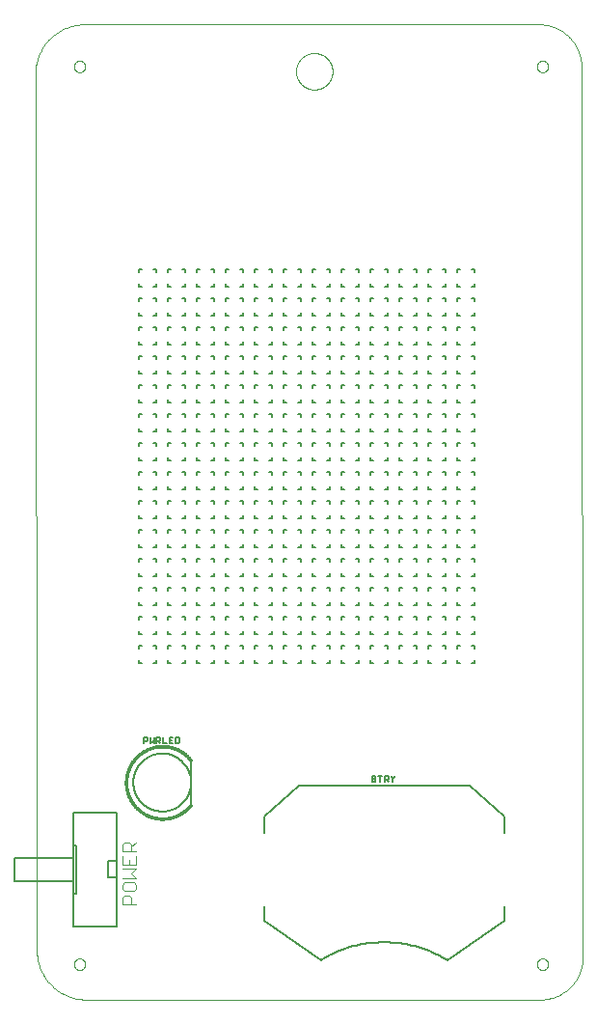
<source format=gto>
G75*
%MOIN*%
%OFA0B0*%
%FSLAX25Y25*%
%IPPOS*%
%LPD*%
%AMOC8*
5,1,8,0,0,1.08239X$1,22.5*
%
%ADD10C,0.00000*%
%ADD11R,0.02100X0.00350*%
%ADD12R,0.03850X0.00350*%
%ADD13R,0.04900X0.00350*%
%ADD14R,0.05600X0.00350*%
%ADD15R,0.06300X0.00350*%
%ADD16R,0.07000X0.00350*%
%ADD17R,0.07700X0.00350*%
%ADD18R,0.08050X0.00350*%
%ADD19R,0.08400X0.00350*%
%ADD20R,0.08750X0.00350*%
%ADD21R,0.01400X0.00350*%
%ADD22R,0.05950X0.00350*%
%ADD23R,0.01750X0.00350*%
%ADD24R,0.09450X0.00350*%
%ADD25R,0.09800X0.00350*%
%ADD26R,0.02450X0.00350*%
%ADD27R,0.10500X0.00350*%
%ADD28R,0.02800X0.00350*%
%ADD29R,0.05250X0.00350*%
%ADD30R,0.04550X0.00350*%
%ADD31R,0.04200X0.00350*%
%ADD32R,0.03500X0.00350*%
%ADD33R,0.06650X0.00350*%
%ADD34R,0.03150X0.00350*%
%ADD35R,0.01050X0.00350*%
%ADD36R,0.07350X0.00350*%
%ADD37R,0.10150X0.00350*%
%ADD38R,0.09100X0.00350*%
%ADD39R,0.11200X0.00350*%
%ADD40R,0.11550X0.00350*%
%ADD41R,0.10850X0.00350*%
%ADD42C,0.00800*%
%ADD43C,0.00100*%
%ADD44C,0.00600*%
%ADD45C,0.00500*%
%ADD46C,0.00400*%
D10*
X0008809Y0018071D02*
X0008329Y0320837D01*
X0021632Y0323269D02*
X0021634Y0323357D01*
X0021640Y0323445D01*
X0021650Y0323533D01*
X0021664Y0323621D01*
X0021681Y0323707D01*
X0021703Y0323793D01*
X0021728Y0323877D01*
X0021758Y0323961D01*
X0021790Y0324043D01*
X0021827Y0324123D01*
X0021867Y0324202D01*
X0021911Y0324279D01*
X0021958Y0324354D01*
X0022008Y0324426D01*
X0022062Y0324497D01*
X0022118Y0324564D01*
X0022178Y0324630D01*
X0022240Y0324692D01*
X0022306Y0324752D01*
X0022373Y0324808D01*
X0022444Y0324862D01*
X0022516Y0324912D01*
X0022591Y0324959D01*
X0022668Y0325003D01*
X0022747Y0325043D01*
X0022827Y0325080D01*
X0022909Y0325112D01*
X0022993Y0325142D01*
X0023077Y0325167D01*
X0023163Y0325189D01*
X0023249Y0325206D01*
X0023337Y0325220D01*
X0023425Y0325230D01*
X0023513Y0325236D01*
X0023601Y0325238D01*
X0023689Y0325236D01*
X0023777Y0325230D01*
X0023865Y0325220D01*
X0023953Y0325206D01*
X0024039Y0325189D01*
X0024125Y0325167D01*
X0024209Y0325142D01*
X0024293Y0325112D01*
X0024375Y0325080D01*
X0024455Y0325043D01*
X0024534Y0325003D01*
X0024611Y0324959D01*
X0024686Y0324912D01*
X0024758Y0324862D01*
X0024829Y0324808D01*
X0024896Y0324752D01*
X0024962Y0324692D01*
X0025024Y0324630D01*
X0025084Y0324564D01*
X0025140Y0324497D01*
X0025194Y0324426D01*
X0025244Y0324354D01*
X0025291Y0324279D01*
X0025335Y0324202D01*
X0025375Y0324123D01*
X0025412Y0324043D01*
X0025444Y0323961D01*
X0025474Y0323877D01*
X0025499Y0323793D01*
X0025521Y0323707D01*
X0025538Y0323621D01*
X0025552Y0323533D01*
X0025562Y0323445D01*
X0025568Y0323357D01*
X0025570Y0323269D01*
X0025568Y0323181D01*
X0025562Y0323093D01*
X0025552Y0323005D01*
X0025538Y0322917D01*
X0025521Y0322831D01*
X0025499Y0322745D01*
X0025474Y0322661D01*
X0025444Y0322577D01*
X0025412Y0322495D01*
X0025375Y0322415D01*
X0025335Y0322336D01*
X0025291Y0322259D01*
X0025244Y0322184D01*
X0025194Y0322112D01*
X0025140Y0322041D01*
X0025084Y0321974D01*
X0025024Y0321908D01*
X0024962Y0321846D01*
X0024896Y0321786D01*
X0024829Y0321730D01*
X0024758Y0321676D01*
X0024686Y0321626D01*
X0024611Y0321579D01*
X0024534Y0321535D01*
X0024455Y0321495D01*
X0024375Y0321458D01*
X0024293Y0321426D01*
X0024209Y0321396D01*
X0024125Y0321371D01*
X0024039Y0321349D01*
X0023953Y0321332D01*
X0023865Y0321318D01*
X0023777Y0321308D01*
X0023689Y0321302D01*
X0023601Y0321300D01*
X0023513Y0321302D01*
X0023425Y0321308D01*
X0023337Y0321318D01*
X0023249Y0321332D01*
X0023163Y0321349D01*
X0023077Y0321371D01*
X0022993Y0321396D01*
X0022909Y0321426D01*
X0022827Y0321458D01*
X0022747Y0321495D01*
X0022668Y0321535D01*
X0022591Y0321579D01*
X0022516Y0321626D01*
X0022444Y0321676D01*
X0022373Y0321730D01*
X0022306Y0321786D01*
X0022240Y0321846D01*
X0022178Y0321908D01*
X0022118Y0321974D01*
X0022062Y0322041D01*
X0022008Y0322112D01*
X0021958Y0322184D01*
X0021911Y0322259D01*
X0021867Y0322336D01*
X0021827Y0322415D01*
X0021790Y0322495D01*
X0021758Y0322577D01*
X0021728Y0322661D01*
X0021703Y0322745D01*
X0021681Y0322831D01*
X0021664Y0322917D01*
X0021650Y0323005D01*
X0021640Y0323093D01*
X0021634Y0323181D01*
X0021632Y0323269D01*
X0008329Y0320837D02*
X0008334Y0321248D01*
X0008349Y0321659D01*
X0008374Y0322069D01*
X0008408Y0322478D01*
X0008453Y0322887D01*
X0008507Y0323294D01*
X0008572Y0323700D01*
X0008646Y0324104D01*
X0008730Y0324506D01*
X0008823Y0324906D01*
X0008926Y0325304D01*
X0009039Y0325699D01*
X0009161Y0326092D01*
X0009293Y0326481D01*
X0009434Y0326867D01*
X0009584Y0327249D01*
X0009744Y0327628D01*
X0009913Y0328003D01*
X0010090Y0328373D01*
X0010277Y0328739D01*
X0010472Y0329101D01*
X0010676Y0329457D01*
X0010889Y0329809D01*
X0011110Y0330155D01*
X0011339Y0330496D01*
X0011576Y0330832D01*
X0011822Y0331161D01*
X0012075Y0331485D01*
X0012337Y0331802D01*
X0012605Y0332113D01*
X0012882Y0332417D01*
X0013165Y0332714D01*
X0013456Y0333005D01*
X0013753Y0333288D01*
X0014057Y0333565D01*
X0014368Y0333833D01*
X0014685Y0334095D01*
X0015009Y0334348D01*
X0015338Y0334594D01*
X0015674Y0334831D01*
X0016015Y0335060D01*
X0016361Y0335281D01*
X0016713Y0335494D01*
X0017069Y0335698D01*
X0017431Y0335893D01*
X0017797Y0336080D01*
X0018167Y0336257D01*
X0018542Y0336426D01*
X0018921Y0336586D01*
X0019303Y0336736D01*
X0019689Y0336877D01*
X0020078Y0337009D01*
X0020471Y0337131D01*
X0020866Y0337244D01*
X0021264Y0337347D01*
X0021664Y0337440D01*
X0022066Y0337524D01*
X0022470Y0337598D01*
X0022876Y0337663D01*
X0023283Y0337717D01*
X0023692Y0337762D01*
X0024101Y0337796D01*
X0024511Y0337821D01*
X0024922Y0337836D01*
X0025333Y0337841D01*
X0182309Y0337841D01*
X0181632Y0323269D02*
X0181634Y0323357D01*
X0181640Y0323445D01*
X0181650Y0323533D01*
X0181664Y0323621D01*
X0181681Y0323707D01*
X0181703Y0323793D01*
X0181728Y0323877D01*
X0181758Y0323961D01*
X0181790Y0324043D01*
X0181827Y0324123D01*
X0181867Y0324202D01*
X0181911Y0324279D01*
X0181958Y0324354D01*
X0182008Y0324426D01*
X0182062Y0324497D01*
X0182118Y0324564D01*
X0182178Y0324630D01*
X0182240Y0324692D01*
X0182306Y0324752D01*
X0182373Y0324808D01*
X0182444Y0324862D01*
X0182516Y0324912D01*
X0182591Y0324959D01*
X0182668Y0325003D01*
X0182747Y0325043D01*
X0182827Y0325080D01*
X0182909Y0325112D01*
X0182993Y0325142D01*
X0183077Y0325167D01*
X0183163Y0325189D01*
X0183249Y0325206D01*
X0183337Y0325220D01*
X0183425Y0325230D01*
X0183513Y0325236D01*
X0183601Y0325238D01*
X0183689Y0325236D01*
X0183777Y0325230D01*
X0183865Y0325220D01*
X0183953Y0325206D01*
X0184039Y0325189D01*
X0184125Y0325167D01*
X0184209Y0325142D01*
X0184293Y0325112D01*
X0184375Y0325080D01*
X0184455Y0325043D01*
X0184534Y0325003D01*
X0184611Y0324959D01*
X0184686Y0324912D01*
X0184758Y0324862D01*
X0184829Y0324808D01*
X0184896Y0324752D01*
X0184962Y0324692D01*
X0185024Y0324630D01*
X0185084Y0324564D01*
X0185140Y0324497D01*
X0185194Y0324426D01*
X0185244Y0324354D01*
X0185291Y0324279D01*
X0185335Y0324202D01*
X0185375Y0324123D01*
X0185412Y0324043D01*
X0185444Y0323961D01*
X0185474Y0323877D01*
X0185499Y0323793D01*
X0185521Y0323707D01*
X0185538Y0323621D01*
X0185552Y0323533D01*
X0185562Y0323445D01*
X0185568Y0323357D01*
X0185570Y0323269D01*
X0185568Y0323181D01*
X0185562Y0323093D01*
X0185552Y0323005D01*
X0185538Y0322917D01*
X0185521Y0322831D01*
X0185499Y0322745D01*
X0185474Y0322661D01*
X0185444Y0322577D01*
X0185412Y0322495D01*
X0185375Y0322415D01*
X0185335Y0322336D01*
X0185291Y0322259D01*
X0185244Y0322184D01*
X0185194Y0322112D01*
X0185140Y0322041D01*
X0185084Y0321974D01*
X0185024Y0321908D01*
X0184962Y0321846D01*
X0184896Y0321786D01*
X0184829Y0321730D01*
X0184758Y0321676D01*
X0184686Y0321626D01*
X0184611Y0321579D01*
X0184534Y0321535D01*
X0184455Y0321495D01*
X0184375Y0321458D01*
X0184293Y0321426D01*
X0184209Y0321396D01*
X0184125Y0321371D01*
X0184039Y0321349D01*
X0183953Y0321332D01*
X0183865Y0321318D01*
X0183777Y0321308D01*
X0183689Y0321302D01*
X0183601Y0321300D01*
X0183513Y0321302D01*
X0183425Y0321308D01*
X0183337Y0321318D01*
X0183249Y0321332D01*
X0183163Y0321349D01*
X0183077Y0321371D01*
X0182993Y0321396D01*
X0182909Y0321426D01*
X0182827Y0321458D01*
X0182747Y0321495D01*
X0182668Y0321535D01*
X0182591Y0321579D01*
X0182516Y0321626D01*
X0182444Y0321676D01*
X0182373Y0321730D01*
X0182306Y0321786D01*
X0182240Y0321846D01*
X0182178Y0321908D01*
X0182118Y0321974D01*
X0182062Y0322041D01*
X0182008Y0322112D01*
X0181958Y0322184D01*
X0181911Y0322259D01*
X0181867Y0322336D01*
X0181827Y0322415D01*
X0181790Y0322495D01*
X0181758Y0322577D01*
X0181728Y0322661D01*
X0181703Y0322745D01*
X0181681Y0322831D01*
X0181664Y0322917D01*
X0181650Y0323005D01*
X0181640Y0323093D01*
X0181634Y0323181D01*
X0181632Y0323269D01*
X0182309Y0337841D02*
X0182665Y0337837D01*
X0183020Y0337824D01*
X0183375Y0337802D01*
X0183730Y0337772D01*
X0184083Y0337734D01*
X0184436Y0337687D01*
X0184787Y0337631D01*
X0185137Y0337567D01*
X0185486Y0337494D01*
X0185832Y0337413D01*
X0186176Y0337324D01*
X0186518Y0337226D01*
X0186858Y0337121D01*
X0187195Y0337006D01*
X0187529Y0336884D01*
X0187860Y0336754D01*
X0188188Y0336616D01*
X0188512Y0336470D01*
X0188833Y0336316D01*
X0189150Y0336155D01*
X0189463Y0335986D01*
X0189772Y0335809D01*
X0190076Y0335625D01*
X0190376Y0335434D01*
X0190671Y0335235D01*
X0190962Y0335030D01*
X0191247Y0334817D01*
X0191527Y0334598D01*
X0191802Y0334371D01*
X0192071Y0334139D01*
X0192334Y0333900D01*
X0192592Y0333654D01*
X0192843Y0333403D01*
X0193089Y0333145D01*
X0193328Y0332882D01*
X0193560Y0332613D01*
X0193787Y0332338D01*
X0194006Y0332058D01*
X0194219Y0331773D01*
X0194424Y0331482D01*
X0194623Y0331187D01*
X0194814Y0330887D01*
X0194998Y0330583D01*
X0195175Y0330274D01*
X0195344Y0329961D01*
X0195505Y0329644D01*
X0195659Y0329323D01*
X0195805Y0328999D01*
X0195943Y0328671D01*
X0196073Y0328340D01*
X0196195Y0328006D01*
X0196310Y0327669D01*
X0196415Y0327329D01*
X0196513Y0326987D01*
X0196602Y0326643D01*
X0196683Y0326297D01*
X0196756Y0325948D01*
X0196820Y0325598D01*
X0196876Y0325247D01*
X0196923Y0324894D01*
X0196961Y0324541D01*
X0196991Y0324186D01*
X0197013Y0323831D01*
X0197026Y0323476D01*
X0197030Y0323120D01*
X0197510Y0015784D01*
X0181609Y0013209D02*
X0181611Y0013297D01*
X0181617Y0013385D01*
X0181627Y0013473D01*
X0181641Y0013561D01*
X0181658Y0013647D01*
X0181680Y0013733D01*
X0181705Y0013817D01*
X0181735Y0013901D01*
X0181767Y0013983D01*
X0181804Y0014063D01*
X0181844Y0014142D01*
X0181888Y0014219D01*
X0181935Y0014294D01*
X0181985Y0014366D01*
X0182039Y0014437D01*
X0182095Y0014504D01*
X0182155Y0014570D01*
X0182217Y0014632D01*
X0182283Y0014692D01*
X0182350Y0014748D01*
X0182421Y0014802D01*
X0182493Y0014852D01*
X0182568Y0014899D01*
X0182645Y0014943D01*
X0182724Y0014983D01*
X0182804Y0015020D01*
X0182886Y0015052D01*
X0182970Y0015082D01*
X0183054Y0015107D01*
X0183140Y0015129D01*
X0183226Y0015146D01*
X0183314Y0015160D01*
X0183402Y0015170D01*
X0183490Y0015176D01*
X0183578Y0015178D01*
X0183666Y0015176D01*
X0183754Y0015170D01*
X0183842Y0015160D01*
X0183930Y0015146D01*
X0184016Y0015129D01*
X0184102Y0015107D01*
X0184186Y0015082D01*
X0184270Y0015052D01*
X0184352Y0015020D01*
X0184432Y0014983D01*
X0184511Y0014943D01*
X0184588Y0014899D01*
X0184663Y0014852D01*
X0184735Y0014802D01*
X0184806Y0014748D01*
X0184873Y0014692D01*
X0184939Y0014632D01*
X0185001Y0014570D01*
X0185061Y0014504D01*
X0185117Y0014437D01*
X0185171Y0014366D01*
X0185221Y0014294D01*
X0185268Y0014219D01*
X0185312Y0014142D01*
X0185352Y0014063D01*
X0185389Y0013983D01*
X0185421Y0013901D01*
X0185451Y0013817D01*
X0185476Y0013733D01*
X0185498Y0013647D01*
X0185515Y0013561D01*
X0185529Y0013473D01*
X0185539Y0013385D01*
X0185545Y0013297D01*
X0185547Y0013209D01*
X0185545Y0013121D01*
X0185539Y0013033D01*
X0185529Y0012945D01*
X0185515Y0012857D01*
X0185498Y0012771D01*
X0185476Y0012685D01*
X0185451Y0012601D01*
X0185421Y0012517D01*
X0185389Y0012435D01*
X0185352Y0012355D01*
X0185312Y0012276D01*
X0185268Y0012199D01*
X0185221Y0012124D01*
X0185171Y0012052D01*
X0185117Y0011981D01*
X0185061Y0011914D01*
X0185001Y0011848D01*
X0184939Y0011786D01*
X0184873Y0011726D01*
X0184806Y0011670D01*
X0184735Y0011616D01*
X0184663Y0011566D01*
X0184588Y0011519D01*
X0184511Y0011475D01*
X0184432Y0011435D01*
X0184352Y0011398D01*
X0184270Y0011366D01*
X0184186Y0011336D01*
X0184102Y0011311D01*
X0184016Y0011289D01*
X0183930Y0011272D01*
X0183842Y0011258D01*
X0183754Y0011248D01*
X0183666Y0011242D01*
X0183578Y0011240D01*
X0183490Y0011242D01*
X0183402Y0011248D01*
X0183314Y0011258D01*
X0183226Y0011272D01*
X0183140Y0011289D01*
X0183054Y0011311D01*
X0182970Y0011336D01*
X0182886Y0011366D01*
X0182804Y0011398D01*
X0182724Y0011435D01*
X0182645Y0011475D01*
X0182568Y0011519D01*
X0182493Y0011566D01*
X0182421Y0011616D01*
X0182350Y0011670D01*
X0182283Y0011726D01*
X0182217Y0011786D01*
X0182155Y0011848D01*
X0182095Y0011914D01*
X0182039Y0011981D01*
X0181985Y0012052D01*
X0181935Y0012124D01*
X0181888Y0012199D01*
X0181844Y0012276D01*
X0181804Y0012355D01*
X0181767Y0012435D01*
X0181735Y0012517D01*
X0181705Y0012601D01*
X0181680Y0012685D01*
X0181658Y0012771D01*
X0181641Y0012857D01*
X0181627Y0012945D01*
X0181617Y0013033D01*
X0181611Y0013121D01*
X0181609Y0013209D01*
X0182726Y0001000D02*
X0183083Y0001004D01*
X0183440Y0001017D01*
X0183797Y0001039D01*
X0184153Y0001069D01*
X0184508Y0001108D01*
X0184862Y0001155D01*
X0185215Y0001211D01*
X0185566Y0001275D01*
X0185916Y0001348D01*
X0186264Y0001430D01*
X0186610Y0001519D01*
X0186953Y0001617D01*
X0187295Y0001724D01*
X0187633Y0001838D01*
X0187968Y0001961D01*
X0188301Y0002091D01*
X0188630Y0002230D01*
X0188956Y0002377D01*
X0189278Y0002531D01*
X0189596Y0002693D01*
X0189911Y0002863D01*
X0190221Y0003041D01*
X0190527Y0003225D01*
X0190828Y0003418D01*
X0191124Y0003617D01*
X0191416Y0003823D01*
X0191702Y0004037D01*
X0191984Y0004257D01*
X0192259Y0004484D01*
X0192530Y0004718D01*
X0192794Y0004958D01*
X0193053Y0005205D01*
X0193305Y0005457D01*
X0193552Y0005716D01*
X0193792Y0005980D01*
X0194026Y0006251D01*
X0194253Y0006526D01*
X0194473Y0006808D01*
X0194687Y0007094D01*
X0194893Y0007386D01*
X0195092Y0007682D01*
X0195285Y0007983D01*
X0195469Y0008289D01*
X0195647Y0008599D01*
X0195817Y0008914D01*
X0195979Y0009232D01*
X0196133Y0009554D01*
X0196280Y0009880D01*
X0196419Y0010209D01*
X0196549Y0010542D01*
X0196672Y0010877D01*
X0196786Y0011215D01*
X0196893Y0011557D01*
X0196991Y0011900D01*
X0197080Y0012246D01*
X0197162Y0012594D01*
X0197235Y0012944D01*
X0197299Y0013295D01*
X0197355Y0013648D01*
X0197402Y0014002D01*
X0197441Y0014357D01*
X0197471Y0014713D01*
X0197493Y0015070D01*
X0197506Y0015427D01*
X0197510Y0015784D01*
X0182726Y0001000D02*
X0025880Y0001000D01*
X0021609Y0013209D02*
X0021611Y0013297D01*
X0021617Y0013385D01*
X0021627Y0013473D01*
X0021641Y0013561D01*
X0021658Y0013647D01*
X0021680Y0013733D01*
X0021705Y0013817D01*
X0021735Y0013901D01*
X0021767Y0013983D01*
X0021804Y0014063D01*
X0021844Y0014142D01*
X0021888Y0014219D01*
X0021935Y0014294D01*
X0021985Y0014366D01*
X0022039Y0014437D01*
X0022095Y0014504D01*
X0022155Y0014570D01*
X0022217Y0014632D01*
X0022283Y0014692D01*
X0022350Y0014748D01*
X0022421Y0014802D01*
X0022493Y0014852D01*
X0022568Y0014899D01*
X0022645Y0014943D01*
X0022724Y0014983D01*
X0022804Y0015020D01*
X0022886Y0015052D01*
X0022970Y0015082D01*
X0023054Y0015107D01*
X0023140Y0015129D01*
X0023226Y0015146D01*
X0023314Y0015160D01*
X0023402Y0015170D01*
X0023490Y0015176D01*
X0023578Y0015178D01*
X0023666Y0015176D01*
X0023754Y0015170D01*
X0023842Y0015160D01*
X0023930Y0015146D01*
X0024016Y0015129D01*
X0024102Y0015107D01*
X0024186Y0015082D01*
X0024270Y0015052D01*
X0024352Y0015020D01*
X0024432Y0014983D01*
X0024511Y0014943D01*
X0024588Y0014899D01*
X0024663Y0014852D01*
X0024735Y0014802D01*
X0024806Y0014748D01*
X0024873Y0014692D01*
X0024939Y0014632D01*
X0025001Y0014570D01*
X0025061Y0014504D01*
X0025117Y0014437D01*
X0025171Y0014366D01*
X0025221Y0014294D01*
X0025268Y0014219D01*
X0025312Y0014142D01*
X0025352Y0014063D01*
X0025389Y0013983D01*
X0025421Y0013901D01*
X0025451Y0013817D01*
X0025476Y0013733D01*
X0025498Y0013647D01*
X0025515Y0013561D01*
X0025529Y0013473D01*
X0025539Y0013385D01*
X0025545Y0013297D01*
X0025547Y0013209D01*
X0025545Y0013121D01*
X0025539Y0013033D01*
X0025529Y0012945D01*
X0025515Y0012857D01*
X0025498Y0012771D01*
X0025476Y0012685D01*
X0025451Y0012601D01*
X0025421Y0012517D01*
X0025389Y0012435D01*
X0025352Y0012355D01*
X0025312Y0012276D01*
X0025268Y0012199D01*
X0025221Y0012124D01*
X0025171Y0012052D01*
X0025117Y0011981D01*
X0025061Y0011914D01*
X0025001Y0011848D01*
X0024939Y0011786D01*
X0024873Y0011726D01*
X0024806Y0011670D01*
X0024735Y0011616D01*
X0024663Y0011566D01*
X0024588Y0011519D01*
X0024511Y0011475D01*
X0024432Y0011435D01*
X0024352Y0011398D01*
X0024270Y0011366D01*
X0024186Y0011336D01*
X0024102Y0011311D01*
X0024016Y0011289D01*
X0023930Y0011272D01*
X0023842Y0011258D01*
X0023754Y0011248D01*
X0023666Y0011242D01*
X0023578Y0011240D01*
X0023490Y0011242D01*
X0023402Y0011248D01*
X0023314Y0011258D01*
X0023226Y0011272D01*
X0023140Y0011289D01*
X0023054Y0011311D01*
X0022970Y0011336D01*
X0022886Y0011366D01*
X0022804Y0011398D01*
X0022724Y0011435D01*
X0022645Y0011475D01*
X0022568Y0011519D01*
X0022493Y0011566D01*
X0022421Y0011616D01*
X0022350Y0011670D01*
X0022283Y0011726D01*
X0022217Y0011786D01*
X0022155Y0011848D01*
X0022095Y0011914D01*
X0022039Y0011981D01*
X0021985Y0012052D01*
X0021935Y0012124D01*
X0021888Y0012199D01*
X0021844Y0012276D01*
X0021804Y0012355D01*
X0021767Y0012435D01*
X0021735Y0012517D01*
X0021705Y0012601D01*
X0021680Y0012685D01*
X0021658Y0012771D01*
X0021641Y0012857D01*
X0021627Y0012945D01*
X0021617Y0013033D01*
X0021611Y0013121D01*
X0021609Y0013209D01*
X0025880Y0001000D02*
X0025468Y0001005D01*
X0025055Y0001020D01*
X0024643Y0001045D01*
X0024232Y0001080D01*
X0023822Y0001124D01*
X0023413Y0001179D01*
X0023006Y0001244D01*
X0022600Y0001318D01*
X0022196Y0001402D01*
X0021795Y0001496D01*
X0021395Y0001600D01*
X0020999Y0001713D01*
X0020605Y0001836D01*
X0020214Y0001968D01*
X0019827Y0002109D01*
X0019443Y0002260D01*
X0019062Y0002420D01*
X0018686Y0002590D01*
X0018314Y0002768D01*
X0017947Y0002955D01*
X0017584Y0003151D01*
X0017226Y0003356D01*
X0016873Y0003570D01*
X0016525Y0003792D01*
X0016183Y0004022D01*
X0015846Y0004260D01*
X0015515Y0004507D01*
X0015190Y0004761D01*
X0014872Y0005023D01*
X0014560Y0005293D01*
X0014254Y0005570D01*
X0013956Y0005855D01*
X0013664Y0006147D01*
X0013379Y0006445D01*
X0013102Y0006751D01*
X0012832Y0007063D01*
X0012570Y0007381D01*
X0012316Y0007706D01*
X0012069Y0008037D01*
X0011831Y0008374D01*
X0011601Y0008716D01*
X0011379Y0009064D01*
X0011165Y0009417D01*
X0010960Y0009775D01*
X0010764Y0010138D01*
X0010577Y0010505D01*
X0010399Y0010877D01*
X0010229Y0011253D01*
X0010069Y0011634D01*
X0009918Y0012018D01*
X0009777Y0012405D01*
X0009645Y0012796D01*
X0009522Y0013190D01*
X0009409Y0013586D01*
X0009305Y0013986D01*
X0009211Y0014387D01*
X0009127Y0014791D01*
X0009053Y0015197D01*
X0008988Y0015604D01*
X0008933Y0016013D01*
X0008889Y0016423D01*
X0008854Y0016834D01*
X0008829Y0017246D01*
X0008814Y0017659D01*
X0008809Y0018071D01*
X0098410Y0321609D02*
X0098412Y0321767D01*
X0098418Y0321925D01*
X0098428Y0322083D01*
X0098442Y0322241D01*
X0098460Y0322398D01*
X0098481Y0322555D01*
X0098507Y0322711D01*
X0098537Y0322867D01*
X0098570Y0323022D01*
X0098608Y0323175D01*
X0098649Y0323328D01*
X0098694Y0323480D01*
X0098743Y0323631D01*
X0098796Y0323780D01*
X0098852Y0323928D01*
X0098912Y0324074D01*
X0098976Y0324219D01*
X0099044Y0324362D01*
X0099115Y0324504D01*
X0099189Y0324644D01*
X0099267Y0324781D01*
X0099349Y0324917D01*
X0099433Y0325051D01*
X0099522Y0325182D01*
X0099613Y0325311D01*
X0099708Y0325438D01*
X0099805Y0325563D01*
X0099906Y0325685D01*
X0100010Y0325804D01*
X0100117Y0325921D01*
X0100227Y0326035D01*
X0100340Y0326146D01*
X0100455Y0326255D01*
X0100573Y0326360D01*
X0100694Y0326462D01*
X0100817Y0326562D01*
X0100943Y0326658D01*
X0101071Y0326751D01*
X0101201Y0326841D01*
X0101334Y0326927D01*
X0101469Y0327011D01*
X0101605Y0327090D01*
X0101744Y0327167D01*
X0101885Y0327239D01*
X0102027Y0327309D01*
X0102171Y0327374D01*
X0102317Y0327436D01*
X0102464Y0327494D01*
X0102613Y0327549D01*
X0102763Y0327600D01*
X0102914Y0327647D01*
X0103066Y0327690D01*
X0103219Y0327729D01*
X0103374Y0327765D01*
X0103529Y0327796D01*
X0103685Y0327824D01*
X0103841Y0327848D01*
X0103998Y0327868D01*
X0104156Y0327884D01*
X0104313Y0327896D01*
X0104472Y0327904D01*
X0104630Y0327908D01*
X0104788Y0327908D01*
X0104946Y0327904D01*
X0105105Y0327896D01*
X0105262Y0327884D01*
X0105420Y0327868D01*
X0105577Y0327848D01*
X0105733Y0327824D01*
X0105889Y0327796D01*
X0106044Y0327765D01*
X0106199Y0327729D01*
X0106352Y0327690D01*
X0106504Y0327647D01*
X0106655Y0327600D01*
X0106805Y0327549D01*
X0106954Y0327494D01*
X0107101Y0327436D01*
X0107247Y0327374D01*
X0107391Y0327309D01*
X0107533Y0327239D01*
X0107674Y0327167D01*
X0107813Y0327090D01*
X0107949Y0327011D01*
X0108084Y0326927D01*
X0108217Y0326841D01*
X0108347Y0326751D01*
X0108475Y0326658D01*
X0108601Y0326562D01*
X0108724Y0326462D01*
X0108845Y0326360D01*
X0108963Y0326255D01*
X0109078Y0326146D01*
X0109191Y0326035D01*
X0109301Y0325921D01*
X0109408Y0325804D01*
X0109512Y0325685D01*
X0109613Y0325563D01*
X0109710Y0325438D01*
X0109805Y0325311D01*
X0109896Y0325182D01*
X0109985Y0325051D01*
X0110069Y0324917D01*
X0110151Y0324781D01*
X0110229Y0324644D01*
X0110303Y0324504D01*
X0110374Y0324362D01*
X0110442Y0324219D01*
X0110506Y0324074D01*
X0110566Y0323928D01*
X0110622Y0323780D01*
X0110675Y0323631D01*
X0110724Y0323480D01*
X0110769Y0323328D01*
X0110810Y0323175D01*
X0110848Y0323022D01*
X0110881Y0322867D01*
X0110911Y0322711D01*
X0110937Y0322555D01*
X0110958Y0322398D01*
X0110976Y0322241D01*
X0110990Y0322083D01*
X0111000Y0321925D01*
X0111006Y0321767D01*
X0111008Y0321609D01*
X0111006Y0321451D01*
X0111000Y0321293D01*
X0110990Y0321135D01*
X0110976Y0320977D01*
X0110958Y0320820D01*
X0110937Y0320663D01*
X0110911Y0320507D01*
X0110881Y0320351D01*
X0110848Y0320196D01*
X0110810Y0320043D01*
X0110769Y0319890D01*
X0110724Y0319738D01*
X0110675Y0319587D01*
X0110622Y0319438D01*
X0110566Y0319290D01*
X0110506Y0319144D01*
X0110442Y0318999D01*
X0110374Y0318856D01*
X0110303Y0318714D01*
X0110229Y0318574D01*
X0110151Y0318437D01*
X0110069Y0318301D01*
X0109985Y0318167D01*
X0109896Y0318036D01*
X0109805Y0317907D01*
X0109710Y0317780D01*
X0109613Y0317655D01*
X0109512Y0317533D01*
X0109408Y0317414D01*
X0109301Y0317297D01*
X0109191Y0317183D01*
X0109078Y0317072D01*
X0108963Y0316963D01*
X0108845Y0316858D01*
X0108724Y0316756D01*
X0108601Y0316656D01*
X0108475Y0316560D01*
X0108347Y0316467D01*
X0108217Y0316377D01*
X0108084Y0316291D01*
X0107949Y0316207D01*
X0107813Y0316128D01*
X0107674Y0316051D01*
X0107533Y0315979D01*
X0107391Y0315909D01*
X0107247Y0315844D01*
X0107101Y0315782D01*
X0106954Y0315724D01*
X0106805Y0315669D01*
X0106655Y0315618D01*
X0106504Y0315571D01*
X0106352Y0315528D01*
X0106199Y0315489D01*
X0106044Y0315453D01*
X0105889Y0315422D01*
X0105733Y0315394D01*
X0105577Y0315370D01*
X0105420Y0315350D01*
X0105262Y0315334D01*
X0105105Y0315322D01*
X0104946Y0315314D01*
X0104788Y0315310D01*
X0104630Y0315310D01*
X0104472Y0315314D01*
X0104313Y0315322D01*
X0104156Y0315334D01*
X0103998Y0315350D01*
X0103841Y0315370D01*
X0103685Y0315394D01*
X0103529Y0315422D01*
X0103374Y0315453D01*
X0103219Y0315489D01*
X0103066Y0315528D01*
X0102914Y0315571D01*
X0102763Y0315618D01*
X0102613Y0315669D01*
X0102464Y0315724D01*
X0102317Y0315782D01*
X0102171Y0315844D01*
X0102027Y0315909D01*
X0101885Y0315979D01*
X0101744Y0316051D01*
X0101605Y0316128D01*
X0101469Y0316207D01*
X0101334Y0316291D01*
X0101201Y0316377D01*
X0101071Y0316467D01*
X0100943Y0316560D01*
X0100817Y0316656D01*
X0100694Y0316756D01*
X0100573Y0316858D01*
X0100455Y0316963D01*
X0100340Y0317072D01*
X0100227Y0317183D01*
X0100117Y0317297D01*
X0100010Y0317414D01*
X0099906Y0317533D01*
X0099805Y0317655D01*
X0099708Y0317780D01*
X0099613Y0317907D01*
X0099522Y0318036D01*
X0099433Y0318167D01*
X0099349Y0318301D01*
X0099267Y0318437D01*
X0099189Y0318574D01*
X0099115Y0318714D01*
X0099044Y0318856D01*
X0098976Y0318999D01*
X0098912Y0319144D01*
X0098852Y0319290D01*
X0098796Y0319438D01*
X0098743Y0319587D01*
X0098694Y0319738D01*
X0098649Y0319890D01*
X0098608Y0320043D01*
X0098570Y0320196D01*
X0098537Y0320351D01*
X0098507Y0320507D01*
X0098481Y0320663D01*
X0098460Y0320820D01*
X0098442Y0320977D01*
X0098428Y0321135D01*
X0098418Y0321293D01*
X0098412Y0321451D01*
X0098410Y0321609D01*
D11*
X0098584Y0295350D03*
X0098934Y0295000D03*
X0098934Y0289050D03*
X0098584Y0288700D03*
X0098234Y0288350D03*
X0104184Y0290800D03*
X0107334Y0292900D03*
X0108034Y0293250D03*
X0108384Y0293600D03*
X0109084Y0293950D03*
X0110134Y0294650D03*
X0111184Y0295350D03*
X0111534Y0295700D03*
X0112234Y0296050D03*
X0112584Y0296400D03*
X0108734Y0291500D03*
X0109784Y0290800D03*
X0110134Y0290450D03*
X0110484Y0290100D03*
X0110834Y0289750D03*
X0111184Y0289400D03*
X0111534Y0289050D03*
X0111884Y0288700D03*
X0112234Y0288350D03*
X0117134Y0289050D03*
X0117484Y0288700D03*
X0117834Y0295350D03*
X0125534Y0295350D03*
X0125884Y0290800D03*
X0126234Y0290450D03*
X0125884Y0288700D03*
X0125534Y0288350D03*
X0131484Y0280300D03*
X0132184Y0279950D03*
X0132184Y0274700D03*
X0142684Y0291150D03*
X0142684Y0291500D03*
X0142684Y0291850D03*
X0142684Y0292200D03*
X0142684Y0292550D03*
X0143384Y0294300D03*
X0143734Y0294650D03*
X0144084Y0295000D03*
X0144434Y0295350D03*
X0143034Y0290100D03*
X0143384Y0289750D03*
X0144434Y0288700D03*
X0152834Y0288700D03*
X0153184Y0289050D03*
X0153534Y0289400D03*
X0154234Y0290450D03*
X0154234Y0293250D03*
X0153534Y0294650D03*
X0153184Y0295000D03*
X0152484Y0295350D03*
X0159134Y0296400D03*
X0161584Y0293950D03*
X0162284Y0293250D03*
X0162634Y0292900D03*
X0163334Y0292200D03*
X0164034Y0291500D03*
X0164384Y0291150D03*
X0165084Y0290450D03*
X0165434Y0290100D03*
X0165784Y0289750D03*
X0166134Y0289400D03*
X0168234Y0287300D03*
X0164734Y0280650D03*
X0090534Y0295350D03*
X0090184Y0295000D03*
X0089834Y0294650D03*
X0089484Y0294300D03*
X0089134Y0293600D03*
X0089134Y0290450D03*
X0089484Y0289750D03*
X0085634Y0287650D03*
X0084934Y0288700D03*
X0084584Y0289400D03*
X0076184Y0290100D03*
X0075134Y0288350D03*
X0074784Y0287650D03*
X0060084Y0289050D03*
X0059734Y0288700D03*
X0059734Y0291150D03*
X0058684Y0292900D03*
X0059384Y0295000D03*
X0059034Y0295350D03*
X0036634Y0289400D03*
X0031384Y0283100D03*
X0028934Y0277150D03*
X0029284Y0276800D03*
X0029634Y0276450D03*
X0029984Y0276100D03*
X0030334Y0275750D03*
X0036634Y0270500D03*
X0024034Y0289400D03*
X0023684Y0289050D03*
X0022284Y0287650D03*
X0021934Y0287300D03*
X0022284Y0283800D03*
D12*
X0027709Y0279250D03*
X0036809Y0270850D03*
X0038909Y0276450D03*
X0038909Y0281700D03*
X0094559Y0296750D03*
X0105059Y0291850D03*
X0121509Y0296750D03*
X0167359Y0289050D03*
D13*
X0151084Y0276800D03*
X0120284Y0292550D03*
X0036634Y0288700D03*
X0036634Y0300600D03*
X0026834Y0290800D03*
X0027184Y0280300D03*
X0036634Y0271200D03*
D14*
X0036634Y0271550D03*
X0038034Y0283100D03*
X0036634Y0288350D03*
X0036634Y0300250D03*
X0027534Y0291150D03*
X0127284Y0281000D03*
D15*
X0148634Y0296400D03*
X0151784Y0277150D03*
X0037684Y0275050D03*
X0036634Y0271900D03*
X0036634Y0288000D03*
X0036634Y0299900D03*
D16*
X0036634Y0299550D03*
X0028934Y0291850D03*
X0036634Y0272250D03*
X0121684Y0287650D03*
X0127984Y0274000D03*
X0152134Y0280650D03*
D17*
X0141634Y0274000D03*
X0141634Y0273650D03*
X0164734Y0276100D03*
X0176634Y0274000D03*
X0176634Y0273650D03*
X0117484Y0273650D03*
X0117484Y0274000D03*
X0036634Y0272600D03*
X0036634Y0286600D03*
X0036634Y0286950D03*
D18*
X0036459Y0286250D03*
X0029809Y0292200D03*
X0036459Y0298850D03*
X0036459Y0272950D03*
X0054659Y0292200D03*
X0054659Y0292550D03*
X0094559Y0296050D03*
X0121509Y0296050D03*
X0148459Y0296050D03*
D19*
X0054834Y0287650D03*
X0036284Y0298500D03*
X0030334Y0292550D03*
X0036284Y0273300D03*
D20*
X0036109Y0273650D03*
X0036459Y0285550D03*
X0036459Y0285900D03*
X0036109Y0298150D03*
X0055009Y0296050D03*
X0055009Y0291850D03*
X0068309Y0288000D03*
X0068309Y0287650D03*
X0068309Y0287300D03*
D21*
X0076884Y0291500D03*
X0077234Y0292200D03*
X0077934Y0293250D03*
X0078284Y0293950D03*
X0078634Y0294650D03*
X0078984Y0295350D03*
X0081084Y0295350D03*
X0082484Y0292900D03*
X0104184Y0280300D03*
X0104184Y0279950D03*
X0104184Y0279600D03*
X0104184Y0279250D03*
X0104184Y0278900D03*
X0104184Y0278550D03*
X0104184Y0278200D03*
X0104184Y0277850D03*
X0104184Y0276800D03*
X0104184Y0276450D03*
X0104184Y0276100D03*
X0104184Y0275750D03*
X0104184Y0275400D03*
X0104184Y0275050D03*
X0104184Y0274700D03*
X0104184Y0274350D03*
X0104184Y0274000D03*
X0104184Y0273650D03*
X0114334Y0274350D03*
X0114334Y0274700D03*
X0114334Y0275050D03*
X0114334Y0275400D03*
X0114334Y0275750D03*
X0114334Y0276100D03*
X0114334Y0276450D03*
X0114334Y0276800D03*
X0114334Y0277850D03*
X0114334Y0278200D03*
X0114334Y0278550D03*
X0114334Y0278900D03*
X0114334Y0279250D03*
X0114334Y0279600D03*
X0114334Y0279950D03*
X0114334Y0280300D03*
X0116784Y0290100D03*
X0125184Y0280300D03*
X0125184Y0279950D03*
X0125184Y0279600D03*
X0125184Y0279250D03*
X0125184Y0278900D03*
X0125184Y0278550D03*
X0125184Y0278200D03*
X0125184Y0277850D03*
X0125184Y0277500D03*
X0125184Y0277150D03*
X0125184Y0276800D03*
X0125184Y0276450D03*
X0125184Y0276100D03*
X0125184Y0275750D03*
X0125184Y0275400D03*
X0125184Y0275050D03*
X0125184Y0274700D03*
X0125184Y0274350D03*
X0133234Y0275750D03*
X0133584Y0276100D03*
X0133584Y0276450D03*
X0133584Y0276800D03*
X0133584Y0277150D03*
X0133584Y0277500D03*
X0133584Y0277850D03*
X0133584Y0278200D03*
X0133584Y0278550D03*
X0133234Y0278900D03*
X0138484Y0278900D03*
X0138484Y0279250D03*
X0138484Y0279600D03*
X0138484Y0279950D03*
X0138484Y0280300D03*
X0138484Y0278550D03*
X0138484Y0278200D03*
X0138484Y0277850D03*
X0138484Y0276800D03*
X0138484Y0276450D03*
X0138484Y0276100D03*
X0138484Y0275750D03*
X0138484Y0275400D03*
X0138484Y0275050D03*
X0138484Y0274700D03*
X0138484Y0274350D03*
X0149334Y0274350D03*
X0149334Y0274000D03*
X0149334Y0273650D03*
X0149334Y0274700D03*
X0149334Y0275050D03*
X0149334Y0275400D03*
X0149334Y0275750D03*
X0149334Y0276100D03*
X0149334Y0276450D03*
X0149334Y0277500D03*
X0149334Y0277850D03*
X0149334Y0278200D03*
X0149334Y0278550D03*
X0149334Y0278900D03*
X0149334Y0279250D03*
X0149334Y0279600D03*
X0149334Y0279950D03*
X0149334Y0280300D03*
X0153884Y0275750D03*
X0154584Y0275050D03*
X0155984Y0278550D03*
X0155984Y0279600D03*
X0160534Y0274350D03*
X0160184Y0274000D03*
X0160884Y0275050D03*
X0161234Y0275400D03*
X0161234Y0275750D03*
X0161934Y0276800D03*
X0162284Y0277150D03*
X0162634Y0277850D03*
X0162984Y0278200D03*
X0162984Y0278550D03*
X0163334Y0278900D03*
X0163684Y0279250D03*
X0163684Y0279600D03*
X0164734Y0281000D03*
X0165784Y0279600D03*
X0166134Y0279250D03*
X0166134Y0278900D03*
X0166484Y0278550D03*
X0166484Y0278200D03*
X0166834Y0277850D03*
X0167184Y0277150D03*
X0167534Y0276800D03*
X0168234Y0275750D03*
X0168234Y0275400D03*
X0168584Y0275050D03*
X0168934Y0274350D03*
X0169284Y0274000D03*
X0173484Y0274350D03*
X0173484Y0274700D03*
X0173484Y0275050D03*
X0173484Y0275400D03*
X0173484Y0275750D03*
X0173484Y0276100D03*
X0173484Y0276450D03*
X0173484Y0276800D03*
X0173484Y0277150D03*
X0173484Y0277500D03*
X0173484Y0277850D03*
X0173484Y0278200D03*
X0173484Y0278550D03*
X0173484Y0278900D03*
X0173484Y0279250D03*
X0173484Y0279600D03*
X0173484Y0279950D03*
X0173484Y0280300D03*
X0173484Y0280650D03*
X0173484Y0281000D03*
X0173484Y0288350D03*
X0173484Y0288700D03*
X0173484Y0289050D03*
X0173484Y0289400D03*
X0173484Y0289750D03*
X0173484Y0290100D03*
X0173484Y0290450D03*
X0173484Y0290800D03*
X0173484Y0291150D03*
X0173484Y0291500D03*
X0173484Y0292900D03*
X0173484Y0293250D03*
X0173484Y0293600D03*
X0173484Y0293950D03*
X0173484Y0294300D03*
X0173484Y0294650D03*
X0173484Y0295000D03*
X0173484Y0295350D03*
X0059384Y0293600D03*
X0036634Y0301300D03*
X0030334Y0282400D03*
X0029984Y0282050D03*
X0023334Y0282400D03*
D22*
X0027009Y0281000D03*
X0094559Y0296400D03*
X0121509Y0296400D03*
X0121509Y0292200D03*
X0127459Y0273650D03*
X0151609Y0281000D03*
D23*
X0153009Y0276450D03*
X0153359Y0276100D03*
X0154409Y0275400D03*
X0155109Y0274700D03*
X0155459Y0274350D03*
X0155809Y0274000D03*
X0156159Y0273650D03*
X0160009Y0273650D03*
X0160709Y0274700D03*
X0162459Y0277500D03*
X0167009Y0277500D03*
X0167709Y0276450D03*
X0168759Y0274700D03*
X0169459Y0273650D03*
X0168409Y0289400D03*
X0168409Y0289750D03*
X0168409Y0290100D03*
X0168409Y0290450D03*
X0168409Y0290800D03*
X0168409Y0291150D03*
X0168409Y0291500D03*
X0168409Y0291850D03*
X0168409Y0292200D03*
X0168409Y0292550D03*
X0168409Y0292900D03*
X0168409Y0293250D03*
X0168409Y0293600D03*
X0168409Y0293950D03*
X0168409Y0294300D03*
X0168409Y0294650D03*
X0168409Y0295000D03*
X0168409Y0295350D03*
X0168409Y0295700D03*
X0168409Y0296050D03*
X0168409Y0296400D03*
X0163859Y0291850D03*
X0163159Y0292550D03*
X0162109Y0293600D03*
X0161409Y0294300D03*
X0161059Y0294650D03*
X0158959Y0294650D03*
X0158959Y0294300D03*
X0158959Y0293950D03*
X0158959Y0293600D03*
X0158959Y0293250D03*
X0158959Y0292900D03*
X0158959Y0292550D03*
X0158959Y0292200D03*
X0158959Y0291850D03*
X0158959Y0291500D03*
X0158959Y0291150D03*
X0158959Y0290800D03*
X0158959Y0290450D03*
X0158959Y0290100D03*
X0158959Y0289750D03*
X0158959Y0289400D03*
X0158959Y0289050D03*
X0158959Y0288700D03*
X0158959Y0288350D03*
X0158959Y0288000D03*
X0158959Y0287650D03*
X0158959Y0287300D03*
X0155459Y0280300D03*
X0155809Y0279950D03*
X0156159Y0279250D03*
X0156159Y0278900D03*
X0155809Y0278200D03*
X0155459Y0277850D03*
X0153709Y0289750D03*
X0154059Y0290100D03*
X0154409Y0290800D03*
X0154409Y0291150D03*
X0154409Y0291500D03*
X0154409Y0291850D03*
X0154409Y0292200D03*
X0154409Y0292550D03*
X0154409Y0292900D03*
X0154059Y0293600D03*
X0154059Y0293950D03*
X0153709Y0294300D03*
X0143209Y0293950D03*
X0142859Y0293600D03*
X0142859Y0293250D03*
X0142859Y0292900D03*
X0142859Y0290800D03*
X0142859Y0290450D03*
X0143559Y0289400D03*
X0143909Y0289050D03*
X0134459Y0289050D03*
X0134459Y0289400D03*
X0134459Y0289750D03*
X0134459Y0290100D03*
X0134459Y0290450D03*
X0134459Y0290800D03*
X0134459Y0291150D03*
X0134459Y0291500D03*
X0134459Y0291850D03*
X0134459Y0292200D03*
X0134459Y0292550D03*
X0134459Y0292900D03*
X0134459Y0293250D03*
X0134459Y0293600D03*
X0134459Y0293950D03*
X0134459Y0294300D03*
X0134459Y0294650D03*
X0134459Y0295000D03*
X0134459Y0295350D03*
X0134459Y0295700D03*
X0134459Y0288700D03*
X0134459Y0288350D03*
X0134459Y0288000D03*
X0134459Y0287650D03*
X0134459Y0287300D03*
X0132709Y0279600D03*
X0133059Y0279250D03*
X0133059Y0275400D03*
X0132709Y0275050D03*
X0126059Y0289050D03*
X0126409Y0289400D03*
X0126409Y0289750D03*
X0126409Y0290100D03*
X0126059Y0294300D03*
X0126059Y0294650D03*
X0125709Y0295000D03*
X0117309Y0295000D03*
X0117309Y0294650D03*
X0117309Y0294300D03*
X0117309Y0293950D03*
X0117309Y0293600D03*
X0116959Y0289750D03*
X0116959Y0289400D03*
X0108559Y0291850D03*
X0104009Y0292200D03*
X0104009Y0292550D03*
X0104009Y0292900D03*
X0104009Y0293250D03*
X0104009Y0293600D03*
X0104009Y0293950D03*
X0104009Y0294300D03*
X0104009Y0294650D03*
X0104009Y0295000D03*
X0104009Y0295350D03*
X0104009Y0295700D03*
X0104009Y0296050D03*
X0104009Y0296400D03*
X0099459Y0294300D03*
X0099459Y0293950D03*
X0099109Y0294650D03*
X0099459Y0289750D03*
X0099109Y0289400D03*
X0104009Y0289400D03*
X0104009Y0289750D03*
X0104009Y0290100D03*
X0104009Y0290450D03*
X0104009Y0289050D03*
X0104009Y0288700D03*
X0104009Y0288350D03*
X0104009Y0288000D03*
X0104009Y0287650D03*
X0104009Y0287300D03*
X0090009Y0289050D03*
X0089659Y0289400D03*
X0089309Y0290100D03*
X0088959Y0290800D03*
X0088959Y0291150D03*
X0088959Y0291500D03*
X0088959Y0291850D03*
X0088959Y0292200D03*
X0088959Y0292550D03*
X0088959Y0292900D03*
X0088959Y0293250D03*
X0089309Y0293950D03*
X0084409Y0289750D03*
X0084059Y0290100D03*
X0083359Y0291150D03*
X0083359Y0291500D03*
X0083009Y0291850D03*
X0083009Y0292200D03*
X0082659Y0292550D03*
X0082309Y0293250D03*
X0081959Y0293600D03*
X0081959Y0293950D03*
X0081609Y0294300D03*
X0081609Y0294650D03*
X0081259Y0295000D03*
X0078809Y0295000D03*
X0078459Y0294300D03*
X0078109Y0293600D03*
X0077759Y0292900D03*
X0077409Y0292550D03*
X0077059Y0291850D03*
X0076709Y0291150D03*
X0076009Y0289750D03*
X0075659Y0289400D03*
X0075659Y0289050D03*
X0075309Y0288700D03*
X0074959Y0288000D03*
X0074609Y0287300D03*
X0064809Y0288350D03*
X0064809Y0288700D03*
X0064809Y0289050D03*
X0064809Y0289400D03*
X0064809Y0289750D03*
X0064809Y0290100D03*
X0064809Y0290450D03*
X0064809Y0290800D03*
X0064809Y0291150D03*
X0064809Y0291500D03*
X0064809Y0291850D03*
X0064809Y0292200D03*
X0064809Y0292550D03*
X0064809Y0292900D03*
X0064809Y0293250D03*
X0064809Y0293600D03*
X0064809Y0293950D03*
X0064809Y0294300D03*
X0064809Y0294650D03*
X0064809Y0295000D03*
X0064809Y0295350D03*
X0064809Y0295700D03*
X0064809Y0296050D03*
X0064809Y0296400D03*
X0059559Y0294650D03*
X0059559Y0294300D03*
X0059559Y0293950D03*
X0059209Y0293250D03*
X0059909Y0290800D03*
X0060259Y0290450D03*
X0060259Y0290100D03*
X0060259Y0289750D03*
X0060259Y0289400D03*
X0051509Y0289400D03*
X0051509Y0289750D03*
X0051509Y0290100D03*
X0051509Y0290450D03*
X0051509Y0290800D03*
X0051509Y0291150D03*
X0051509Y0291500D03*
X0051509Y0292900D03*
X0051509Y0293250D03*
X0051509Y0293600D03*
X0051509Y0293950D03*
X0051509Y0294300D03*
X0051509Y0294650D03*
X0051509Y0295000D03*
X0051509Y0295350D03*
X0051509Y0295700D03*
X0051509Y0289050D03*
X0051509Y0288700D03*
X0051509Y0288350D03*
X0030859Y0282750D03*
X0029459Y0281700D03*
X0024209Y0281700D03*
X0023859Y0282050D03*
X0023159Y0282750D03*
X0022809Y0283100D03*
X0022459Y0283450D03*
X0022459Y0288000D03*
X0022809Y0288350D03*
X0023159Y0288700D03*
X0084759Y0289050D03*
X0085109Y0288350D03*
X0085459Y0288000D03*
X0085809Y0287300D03*
X0164909Y0290800D03*
X0173659Y0295700D03*
D24*
X0177509Y0292550D03*
X0177509Y0292200D03*
X0177509Y0291850D03*
X0080209Y0290450D03*
X0055359Y0288000D03*
X0036109Y0284850D03*
X0036109Y0274000D03*
D25*
X0035934Y0274350D03*
X0035934Y0284150D03*
X0035934Y0284500D03*
X0031734Y0293250D03*
X0035934Y0297450D03*
D26*
X0028409Y0277850D03*
X0028759Y0277500D03*
X0030859Y0275400D03*
X0021759Y0284150D03*
X0021759Y0286950D03*
X0059209Y0288350D03*
X0059209Y0291500D03*
X0090359Y0288700D03*
X0091059Y0288350D03*
X0109259Y0291150D03*
X0109609Y0294300D03*
X0110659Y0295000D03*
X0112759Y0288000D03*
X0113109Y0287650D03*
X0113459Y0287300D03*
X0118009Y0288350D03*
X0118009Y0293250D03*
X0118359Y0295700D03*
X0131309Y0274350D03*
X0144959Y0288350D03*
X0152309Y0288350D03*
X0151959Y0295700D03*
X0159309Y0296050D03*
X0168059Y0287650D03*
X0164909Y0280300D03*
D27*
X0178034Y0287300D03*
X0178034Y0287650D03*
X0178034Y0288000D03*
X0035584Y0283450D03*
X0035584Y0274700D03*
X0032434Y0293600D03*
X0035234Y0296400D03*
D28*
X0024734Y0289750D03*
X0021584Y0286600D03*
X0021234Y0286250D03*
X0021234Y0284850D03*
X0021584Y0284500D03*
X0028234Y0278200D03*
X0031384Y0275050D03*
X0039434Y0278550D03*
X0039434Y0278900D03*
X0039434Y0279250D03*
X0039434Y0279600D03*
X0080034Y0296050D03*
X0080034Y0296400D03*
X0091234Y0295700D03*
X0091584Y0288000D03*
X0097534Y0288000D03*
X0104534Y0291150D03*
X0107334Y0292550D03*
X0097884Y0295700D03*
X0124834Y0295700D03*
X0124484Y0288000D03*
X0145834Y0288000D03*
X0151434Y0288000D03*
X0145134Y0295700D03*
X0154584Y0277500D03*
X0159484Y0295700D03*
X0167884Y0288000D03*
D29*
X0163859Y0276450D03*
X0122909Y0291850D03*
X0038209Y0282750D03*
X0038209Y0275400D03*
X0027009Y0280650D03*
D30*
X0027359Y0279950D03*
X0026309Y0290450D03*
X0038559Y0282400D03*
X0038559Y0275750D03*
X0094559Y0287300D03*
X0121859Y0287300D03*
X0148459Y0287300D03*
D31*
X0038734Y0282050D03*
X0038734Y0276100D03*
X0027534Y0279600D03*
D32*
X0027884Y0278900D03*
X0025434Y0290100D03*
X0020884Y0285550D03*
X0036634Y0289050D03*
X0039084Y0281350D03*
X0039084Y0281000D03*
X0039084Y0277150D03*
X0039084Y0276800D03*
X0036634Y0300950D03*
X0057984Y0295700D03*
X0080034Y0295700D03*
X0107334Y0292200D03*
X0118884Y0292900D03*
X0148634Y0296750D03*
X0159834Y0295000D03*
X0167534Y0288700D03*
D33*
X0148459Y0287650D03*
X0141109Y0277500D03*
X0141109Y0277150D03*
X0116959Y0277150D03*
X0116959Y0277500D03*
X0106809Y0277500D03*
X0106809Y0277150D03*
X0094559Y0287650D03*
X0053959Y0287300D03*
X0036809Y0287650D03*
X0028409Y0291500D03*
X0027009Y0281350D03*
D34*
X0028059Y0278550D03*
X0021059Y0285200D03*
X0021059Y0285900D03*
X0039259Y0280650D03*
X0039259Y0280300D03*
X0039259Y0279950D03*
X0039259Y0278200D03*
X0039259Y0277850D03*
X0039259Y0277500D03*
X0104709Y0291500D03*
X0119059Y0288000D03*
X0124659Y0291500D03*
X0125359Y0291150D03*
X0159659Y0295350D03*
X0167709Y0288350D03*
D35*
X0165609Y0279950D03*
X0163859Y0279950D03*
D36*
X0141459Y0280650D03*
X0141459Y0281000D03*
X0128159Y0280650D03*
X0117309Y0280650D03*
X0117309Y0281000D03*
X0107159Y0281000D03*
X0107159Y0280650D03*
X0054309Y0296400D03*
X0036459Y0299200D03*
X0036809Y0287300D03*
D37*
X0035759Y0283800D03*
X0035409Y0296750D03*
X0035759Y0297100D03*
X0177859Y0296400D03*
X0177859Y0296050D03*
D38*
X0080034Y0290800D03*
X0036284Y0285200D03*
X0031034Y0292900D03*
X0035934Y0297800D03*
D39*
X0034884Y0295700D03*
X0034534Y0295350D03*
X0034184Y0295000D03*
X0033134Y0293950D03*
X0134634Y0296050D03*
X0134634Y0296400D03*
D40*
X0034009Y0294650D03*
X0033659Y0294300D03*
D41*
X0035059Y0296050D03*
D42*
X0062169Y0083500D02*
X0062169Y0068500D01*
X0087274Y0064307D02*
X0087274Y0058598D01*
X0087274Y0064307D02*
X0099281Y0074937D01*
X0158337Y0074937D01*
X0170344Y0064307D01*
X0170344Y0058598D01*
X0170344Y0033402D02*
X0170344Y0028087D01*
X0150659Y0014701D01*
X0149780Y0015219D01*
X0148888Y0015716D01*
X0147984Y0016191D01*
X0147070Y0016644D01*
X0146144Y0017075D01*
X0145209Y0017483D01*
X0144264Y0017869D01*
X0143309Y0018232D01*
X0142346Y0018571D01*
X0141376Y0018887D01*
X0140398Y0019179D01*
X0139413Y0019448D01*
X0138422Y0019693D01*
X0137425Y0019913D01*
X0136423Y0020110D01*
X0135417Y0020282D01*
X0134407Y0020430D01*
X0133394Y0020553D01*
X0132378Y0020652D01*
X0131360Y0020726D01*
X0130340Y0020775D01*
X0129319Y0020800D01*
X0128299Y0020800D01*
X0127278Y0020775D01*
X0126258Y0020726D01*
X0125240Y0020652D01*
X0124224Y0020553D01*
X0123211Y0020430D01*
X0122201Y0020282D01*
X0121195Y0020110D01*
X0120193Y0019913D01*
X0119196Y0019693D01*
X0118205Y0019448D01*
X0117220Y0019179D01*
X0116242Y0018887D01*
X0115272Y0018571D01*
X0114309Y0018232D01*
X0113354Y0017869D01*
X0112409Y0017483D01*
X0111474Y0017075D01*
X0110548Y0016644D01*
X0109634Y0016191D01*
X0108730Y0015716D01*
X0107838Y0015219D01*
X0106959Y0014701D01*
X0087274Y0028087D01*
X0087274Y0033402D01*
D43*
X0062498Y0083809D02*
X0061778Y0083269D01*
X0061779Y0083270D02*
X0061598Y0083503D01*
X0061412Y0083731D01*
X0061220Y0083955D01*
X0061023Y0084174D01*
X0060821Y0084388D01*
X0060613Y0084597D01*
X0060400Y0084800D01*
X0060183Y0084999D01*
X0059960Y0085192D01*
X0059733Y0085380D01*
X0059502Y0085562D01*
X0059266Y0085739D01*
X0059025Y0085909D01*
X0058781Y0086074D01*
X0058533Y0086232D01*
X0058281Y0086385D01*
X0058025Y0086531D01*
X0057766Y0086671D01*
X0057503Y0086805D01*
X0057238Y0086932D01*
X0056969Y0087053D01*
X0056697Y0087167D01*
X0056423Y0087274D01*
X0056146Y0087375D01*
X0055867Y0087469D01*
X0055585Y0087556D01*
X0055302Y0087636D01*
X0055016Y0087709D01*
X0054729Y0087775D01*
X0054440Y0087834D01*
X0054150Y0087886D01*
X0053859Y0087931D01*
X0053567Y0087969D01*
X0053274Y0087999D01*
X0052980Y0088023D01*
X0052686Y0088039D01*
X0052392Y0088048D01*
X0052097Y0088050D01*
X0051802Y0088044D01*
X0051508Y0088032D01*
X0051214Y0088012D01*
X0050921Y0087985D01*
X0050628Y0087951D01*
X0050336Y0087910D01*
X0050046Y0087861D01*
X0049756Y0087806D01*
X0049469Y0087744D01*
X0049182Y0087674D01*
X0048898Y0087597D01*
X0048615Y0087514D01*
X0048335Y0087424D01*
X0048057Y0087327D01*
X0047781Y0087223D01*
X0047508Y0087112D01*
X0047238Y0086995D01*
X0046970Y0086871D01*
X0046706Y0086741D01*
X0046445Y0086604D01*
X0046188Y0086461D01*
X0045934Y0086311D01*
X0045683Y0086156D01*
X0045437Y0085994D01*
X0045195Y0085827D01*
X0044957Y0085653D01*
X0044723Y0085474D01*
X0044493Y0085289D01*
X0044269Y0085099D01*
X0044048Y0084903D01*
X0043833Y0084702D01*
X0043623Y0084495D01*
X0043418Y0084284D01*
X0043218Y0084067D01*
X0043023Y0083846D01*
X0042834Y0083620D01*
X0042651Y0083390D01*
X0042473Y0083155D01*
X0042301Y0082915D01*
X0042135Y0082672D01*
X0041975Y0082425D01*
X0041821Y0082174D01*
X0041673Y0081919D01*
X0041531Y0081660D01*
X0041396Y0081399D01*
X0041267Y0081134D01*
X0041145Y0080866D01*
X0041029Y0080595D01*
X0040920Y0080321D01*
X0040818Y0080045D01*
X0040723Y0079766D01*
X0040634Y0079485D01*
X0040552Y0079202D01*
X0040477Y0078917D01*
X0040410Y0078630D01*
X0040349Y0078342D01*
X0040295Y0078052D01*
X0040248Y0077761D01*
X0040209Y0077469D01*
X0040177Y0077177D01*
X0040151Y0076883D01*
X0040133Y0076589D01*
X0040123Y0076295D01*
X0040119Y0076000D01*
X0040123Y0075705D01*
X0040133Y0075411D01*
X0040151Y0075117D01*
X0040177Y0074823D01*
X0040209Y0074531D01*
X0040248Y0074239D01*
X0040295Y0073948D01*
X0040349Y0073658D01*
X0040410Y0073370D01*
X0040477Y0073083D01*
X0040552Y0072798D01*
X0040634Y0072515D01*
X0040723Y0072234D01*
X0040818Y0071955D01*
X0040920Y0071679D01*
X0041029Y0071405D01*
X0041145Y0071134D01*
X0041267Y0070866D01*
X0041396Y0070601D01*
X0041531Y0070340D01*
X0041673Y0070081D01*
X0041821Y0069826D01*
X0041975Y0069575D01*
X0042135Y0069328D01*
X0042301Y0069085D01*
X0042473Y0068845D01*
X0042651Y0068610D01*
X0042834Y0068380D01*
X0043023Y0068154D01*
X0043218Y0067933D01*
X0043418Y0067716D01*
X0043623Y0067505D01*
X0043833Y0067298D01*
X0044048Y0067097D01*
X0044269Y0066901D01*
X0044493Y0066711D01*
X0044723Y0066526D01*
X0044957Y0066347D01*
X0045195Y0066173D01*
X0045437Y0066006D01*
X0045683Y0065844D01*
X0045934Y0065689D01*
X0046188Y0065539D01*
X0046445Y0065396D01*
X0046706Y0065259D01*
X0046970Y0065129D01*
X0047238Y0065005D01*
X0047508Y0064888D01*
X0047781Y0064777D01*
X0048057Y0064673D01*
X0048335Y0064576D01*
X0048615Y0064486D01*
X0048898Y0064403D01*
X0049182Y0064326D01*
X0049469Y0064256D01*
X0049756Y0064194D01*
X0050046Y0064139D01*
X0050336Y0064090D01*
X0050628Y0064049D01*
X0050921Y0064015D01*
X0051214Y0063988D01*
X0051508Y0063968D01*
X0051802Y0063956D01*
X0052097Y0063950D01*
X0052392Y0063952D01*
X0052686Y0063961D01*
X0052980Y0063977D01*
X0053274Y0064001D01*
X0053567Y0064031D01*
X0053859Y0064069D01*
X0054150Y0064114D01*
X0054440Y0064166D01*
X0054729Y0064225D01*
X0055016Y0064291D01*
X0055302Y0064364D01*
X0055585Y0064444D01*
X0055867Y0064531D01*
X0056146Y0064625D01*
X0056423Y0064726D01*
X0056697Y0064833D01*
X0056969Y0064947D01*
X0057238Y0065068D01*
X0057503Y0065195D01*
X0057766Y0065329D01*
X0058025Y0065469D01*
X0058281Y0065615D01*
X0058533Y0065768D01*
X0058781Y0065926D01*
X0059025Y0066091D01*
X0059266Y0066261D01*
X0059502Y0066438D01*
X0059733Y0066620D01*
X0059960Y0066808D01*
X0060183Y0067001D01*
X0060400Y0067200D01*
X0060613Y0067403D01*
X0060821Y0067612D01*
X0061023Y0067826D01*
X0061220Y0068045D01*
X0061412Y0068269D01*
X0061598Y0068497D01*
X0061779Y0068730D01*
X0062498Y0068191D01*
X0062499Y0068190D01*
X0062305Y0067940D01*
X0062105Y0067694D01*
X0061899Y0067454D01*
X0061687Y0067219D01*
X0061469Y0066989D01*
X0061246Y0066764D01*
X0061018Y0066545D01*
X0060784Y0066331D01*
X0060545Y0066123D01*
X0060301Y0065921D01*
X0060052Y0065726D01*
X0059798Y0065536D01*
X0059540Y0065353D01*
X0059278Y0065176D01*
X0059011Y0065005D01*
X0058740Y0064841D01*
X0058465Y0064684D01*
X0058187Y0064533D01*
X0057904Y0064389D01*
X0057619Y0064253D01*
X0057330Y0064123D01*
X0057038Y0064000D01*
X0056743Y0063885D01*
X0056446Y0063777D01*
X0056145Y0063676D01*
X0055843Y0063582D01*
X0055538Y0063496D01*
X0055231Y0063417D01*
X0054923Y0063346D01*
X0054613Y0063283D01*
X0054301Y0063227D01*
X0053988Y0063178D01*
X0053674Y0063138D01*
X0053359Y0063105D01*
X0053043Y0063080D01*
X0052727Y0063062D01*
X0052411Y0063052D01*
X0052094Y0063050D01*
X0051777Y0063056D01*
X0051461Y0063069D01*
X0051145Y0063091D01*
X0050830Y0063119D01*
X0050515Y0063156D01*
X0050202Y0063200D01*
X0049889Y0063252D01*
X0049578Y0063312D01*
X0049269Y0063379D01*
X0048961Y0063454D01*
X0048655Y0063536D01*
X0048352Y0063625D01*
X0048050Y0063722D01*
X0047751Y0063827D01*
X0047455Y0063939D01*
X0047161Y0064057D01*
X0046871Y0064183D01*
X0046584Y0064316D01*
X0046299Y0064457D01*
X0046019Y0064604D01*
X0045742Y0064757D01*
X0045469Y0064918D01*
X0045200Y0065085D01*
X0044935Y0065259D01*
X0044675Y0065439D01*
X0044419Y0065625D01*
X0044168Y0065818D01*
X0043921Y0066016D01*
X0043679Y0066221D01*
X0043443Y0066431D01*
X0043211Y0066648D01*
X0042986Y0066870D01*
X0042765Y0067097D01*
X0042550Y0067329D01*
X0042341Y0067567D01*
X0042138Y0067810D01*
X0041940Y0068058D01*
X0041749Y0068310D01*
X0041564Y0068567D01*
X0041386Y0068829D01*
X0041214Y0069095D01*
X0041048Y0069364D01*
X0040889Y0069638D01*
X0040737Y0069916D01*
X0040592Y0070197D01*
X0040453Y0070482D01*
X0040322Y0070770D01*
X0040198Y0071062D01*
X0040080Y0071356D01*
X0039970Y0071653D01*
X0039868Y0071952D01*
X0039773Y0072254D01*
X0039685Y0072558D01*
X0039604Y0072865D01*
X0039531Y0073173D01*
X0039466Y0073483D01*
X0039408Y0073794D01*
X0039358Y0074107D01*
X0039316Y0074421D01*
X0039281Y0074735D01*
X0039254Y0075051D01*
X0039234Y0075367D01*
X0039223Y0075683D01*
X0039219Y0076000D01*
X0039223Y0076317D01*
X0039234Y0076633D01*
X0039254Y0076949D01*
X0039281Y0077265D01*
X0039316Y0077579D01*
X0039358Y0077893D01*
X0039408Y0078206D01*
X0039466Y0078517D01*
X0039531Y0078827D01*
X0039604Y0079135D01*
X0039685Y0079442D01*
X0039773Y0079746D01*
X0039868Y0080048D01*
X0039970Y0080347D01*
X0040080Y0080644D01*
X0040198Y0080938D01*
X0040322Y0081230D01*
X0040453Y0081518D01*
X0040592Y0081803D01*
X0040737Y0082084D01*
X0040889Y0082362D01*
X0041048Y0082636D01*
X0041214Y0082905D01*
X0041386Y0083171D01*
X0041564Y0083433D01*
X0041749Y0083690D01*
X0041940Y0083942D01*
X0042138Y0084190D01*
X0042341Y0084433D01*
X0042550Y0084671D01*
X0042765Y0084903D01*
X0042986Y0085130D01*
X0043211Y0085352D01*
X0043443Y0085569D01*
X0043679Y0085779D01*
X0043921Y0085984D01*
X0044168Y0086182D01*
X0044419Y0086375D01*
X0044675Y0086561D01*
X0044935Y0086741D01*
X0045200Y0086915D01*
X0045469Y0087082D01*
X0045742Y0087243D01*
X0046019Y0087396D01*
X0046299Y0087543D01*
X0046584Y0087684D01*
X0046871Y0087817D01*
X0047161Y0087943D01*
X0047455Y0088061D01*
X0047751Y0088173D01*
X0048050Y0088278D01*
X0048352Y0088375D01*
X0048655Y0088464D01*
X0048961Y0088546D01*
X0049269Y0088621D01*
X0049578Y0088688D01*
X0049889Y0088748D01*
X0050202Y0088800D01*
X0050515Y0088844D01*
X0050830Y0088881D01*
X0051145Y0088909D01*
X0051461Y0088931D01*
X0051777Y0088944D01*
X0052094Y0088950D01*
X0052411Y0088948D01*
X0052727Y0088938D01*
X0053043Y0088920D01*
X0053359Y0088895D01*
X0053674Y0088862D01*
X0053988Y0088822D01*
X0054301Y0088773D01*
X0054613Y0088717D01*
X0054923Y0088654D01*
X0055231Y0088583D01*
X0055538Y0088504D01*
X0055843Y0088418D01*
X0056145Y0088324D01*
X0056446Y0088223D01*
X0056743Y0088115D01*
X0057038Y0088000D01*
X0057330Y0087877D01*
X0057619Y0087747D01*
X0057904Y0087611D01*
X0058187Y0087467D01*
X0058465Y0087316D01*
X0058740Y0087159D01*
X0059011Y0086995D01*
X0059278Y0086824D01*
X0059540Y0086647D01*
X0059798Y0086464D01*
X0060052Y0086274D01*
X0060301Y0086079D01*
X0060545Y0085877D01*
X0060784Y0085669D01*
X0061018Y0085455D01*
X0061246Y0085236D01*
X0061469Y0085011D01*
X0061687Y0084781D01*
X0061899Y0084546D01*
X0062105Y0084306D01*
X0062305Y0084060D01*
X0062499Y0083810D01*
X0062424Y0083754D01*
X0062231Y0084002D01*
X0062032Y0084246D01*
X0061828Y0084484D01*
X0061618Y0084718D01*
X0061402Y0084946D01*
X0061180Y0085169D01*
X0060953Y0085387D01*
X0060721Y0085599D01*
X0060484Y0085805D01*
X0060242Y0086006D01*
X0059994Y0086200D01*
X0059743Y0086388D01*
X0059486Y0086570D01*
X0059226Y0086746D01*
X0058961Y0086915D01*
X0058692Y0087078D01*
X0058419Y0087234D01*
X0058143Y0087384D01*
X0057863Y0087526D01*
X0057579Y0087662D01*
X0057292Y0087791D01*
X0057002Y0087913D01*
X0056710Y0088027D01*
X0056414Y0088135D01*
X0056116Y0088235D01*
X0055816Y0088328D01*
X0055513Y0088413D01*
X0055209Y0088491D01*
X0054903Y0088562D01*
X0054595Y0088625D01*
X0054285Y0088681D01*
X0053975Y0088729D01*
X0053663Y0088769D01*
X0053350Y0088802D01*
X0053037Y0088827D01*
X0052723Y0088844D01*
X0052409Y0088854D01*
X0052094Y0088856D01*
X0051780Y0088850D01*
X0051466Y0088837D01*
X0051152Y0088816D01*
X0050839Y0088787D01*
X0050527Y0088751D01*
X0050216Y0088707D01*
X0049906Y0088655D01*
X0049597Y0088596D01*
X0049290Y0088529D01*
X0048984Y0088455D01*
X0048681Y0088374D01*
X0048379Y0088285D01*
X0048080Y0088188D01*
X0047783Y0088085D01*
X0047489Y0087974D01*
X0047198Y0087856D01*
X0046909Y0087731D01*
X0046624Y0087599D01*
X0046342Y0087460D01*
X0046064Y0087314D01*
X0045789Y0087161D01*
X0045518Y0087002D01*
X0045251Y0086836D01*
X0044988Y0086663D01*
X0044729Y0086485D01*
X0044475Y0086300D01*
X0044226Y0086108D01*
X0043981Y0085911D01*
X0043741Y0085708D01*
X0043506Y0085499D01*
X0043276Y0085284D01*
X0043052Y0085064D01*
X0042833Y0084839D01*
X0042620Y0084608D01*
X0042412Y0084372D01*
X0042210Y0084130D01*
X0042015Y0083885D01*
X0041825Y0083634D01*
X0041641Y0083379D01*
X0041464Y0083119D01*
X0041293Y0082855D01*
X0041129Y0082587D01*
X0040971Y0082315D01*
X0040820Y0082040D01*
X0040676Y0081760D01*
X0040538Y0081478D01*
X0040408Y0081192D01*
X0040284Y0080903D01*
X0040168Y0080610D01*
X0040059Y0080316D01*
X0039957Y0080018D01*
X0039863Y0079719D01*
X0039775Y0079416D01*
X0039695Y0079112D01*
X0039623Y0078807D01*
X0039558Y0078499D01*
X0039501Y0078190D01*
X0039451Y0077879D01*
X0039409Y0077568D01*
X0039374Y0077255D01*
X0039348Y0076942D01*
X0039328Y0076628D01*
X0039317Y0076314D01*
X0039313Y0076000D01*
X0039317Y0075686D01*
X0039328Y0075372D01*
X0039348Y0075058D01*
X0039374Y0074745D01*
X0039409Y0074432D01*
X0039451Y0074121D01*
X0039501Y0073810D01*
X0039558Y0073501D01*
X0039623Y0073193D01*
X0039695Y0072888D01*
X0039775Y0072584D01*
X0039863Y0072281D01*
X0039957Y0071982D01*
X0040059Y0071684D01*
X0040168Y0071390D01*
X0040284Y0071097D01*
X0040408Y0070808D01*
X0040538Y0070522D01*
X0040676Y0070240D01*
X0040820Y0069960D01*
X0040971Y0069685D01*
X0041129Y0069413D01*
X0041293Y0069145D01*
X0041464Y0068881D01*
X0041641Y0068621D01*
X0041825Y0068366D01*
X0042015Y0068115D01*
X0042210Y0067870D01*
X0042412Y0067628D01*
X0042620Y0067392D01*
X0042833Y0067161D01*
X0043052Y0066936D01*
X0043276Y0066716D01*
X0043506Y0066501D01*
X0043741Y0066292D01*
X0043981Y0066089D01*
X0044226Y0065892D01*
X0044475Y0065700D01*
X0044729Y0065515D01*
X0044988Y0065337D01*
X0045251Y0065164D01*
X0045518Y0064998D01*
X0045789Y0064839D01*
X0046064Y0064686D01*
X0046342Y0064540D01*
X0046624Y0064401D01*
X0046909Y0064269D01*
X0047198Y0064144D01*
X0047489Y0064026D01*
X0047783Y0063915D01*
X0048080Y0063812D01*
X0048379Y0063715D01*
X0048681Y0063626D01*
X0048984Y0063545D01*
X0049290Y0063471D01*
X0049597Y0063404D01*
X0049906Y0063345D01*
X0050216Y0063293D01*
X0050527Y0063249D01*
X0050839Y0063213D01*
X0051152Y0063184D01*
X0051466Y0063163D01*
X0051780Y0063150D01*
X0052094Y0063144D01*
X0052409Y0063146D01*
X0052723Y0063156D01*
X0053037Y0063173D01*
X0053350Y0063198D01*
X0053663Y0063231D01*
X0053975Y0063271D01*
X0054285Y0063319D01*
X0054595Y0063375D01*
X0054903Y0063438D01*
X0055209Y0063509D01*
X0055513Y0063587D01*
X0055816Y0063672D01*
X0056116Y0063765D01*
X0056414Y0063865D01*
X0056710Y0063973D01*
X0057002Y0064087D01*
X0057292Y0064209D01*
X0057579Y0064338D01*
X0057863Y0064474D01*
X0058143Y0064616D01*
X0058419Y0064766D01*
X0058692Y0064922D01*
X0058961Y0065085D01*
X0059226Y0065254D01*
X0059486Y0065430D01*
X0059743Y0065612D01*
X0059994Y0065800D01*
X0060242Y0065994D01*
X0060484Y0066195D01*
X0060721Y0066401D01*
X0060953Y0066613D01*
X0061180Y0066831D01*
X0061402Y0067054D01*
X0061618Y0067282D01*
X0061828Y0067516D01*
X0062032Y0067754D01*
X0062231Y0067998D01*
X0062424Y0068246D01*
X0062349Y0068303D01*
X0062157Y0068056D01*
X0061960Y0067814D01*
X0061757Y0067577D01*
X0061548Y0067346D01*
X0061334Y0067119D01*
X0061114Y0066897D01*
X0060889Y0066681D01*
X0060658Y0066471D01*
X0060423Y0066266D01*
X0060182Y0066067D01*
X0059937Y0065874D01*
X0059687Y0065688D01*
X0059433Y0065507D01*
X0059174Y0065332D01*
X0058911Y0065164D01*
X0058644Y0065003D01*
X0058373Y0064848D01*
X0058099Y0064699D01*
X0057821Y0064558D01*
X0057539Y0064423D01*
X0057255Y0064295D01*
X0056967Y0064174D01*
X0056676Y0064060D01*
X0056383Y0063954D01*
X0056087Y0063854D01*
X0055789Y0063762D01*
X0055489Y0063677D01*
X0055186Y0063600D01*
X0054882Y0063530D01*
X0054577Y0063467D01*
X0054270Y0063412D01*
X0053961Y0063364D01*
X0053652Y0063324D01*
X0053341Y0063292D01*
X0053030Y0063267D01*
X0052719Y0063250D01*
X0052407Y0063240D01*
X0052095Y0063238D01*
X0051783Y0063244D01*
X0051471Y0063257D01*
X0051160Y0063278D01*
X0050849Y0063306D01*
X0050539Y0063343D01*
X0050230Y0063386D01*
X0049922Y0063437D01*
X0049615Y0063496D01*
X0049311Y0063562D01*
X0049007Y0063636D01*
X0048706Y0063717D01*
X0048407Y0063805D01*
X0048110Y0063901D01*
X0047815Y0064004D01*
X0047523Y0064114D01*
X0047234Y0064231D01*
X0046947Y0064355D01*
X0046664Y0064486D01*
X0046384Y0064624D01*
X0046108Y0064769D01*
X0045835Y0064921D01*
X0045566Y0065079D01*
X0045301Y0065244D01*
X0045040Y0065415D01*
X0044784Y0065592D01*
X0044531Y0065776D01*
X0044284Y0065966D01*
X0044041Y0066161D01*
X0043802Y0066363D01*
X0043569Y0066571D01*
X0043341Y0066784D01*
X0043119Y0067002D01*
X0042901Y0067226D01*
X0042690Y0067455D01*
X0042484Y0067690D01*
X0042283Y0067929D01*
X0042089Y0068173D01*
X0041901Y0068422D01*
X0041718Y0068675D01*
X0041542Y0068933D01*
X0041373Y0069195D01*
X0041210Y0069461D01*
X0041053Y0069731D01*
X0040903Y0070005D01*
X0040760Y0070282D01*
X0040623Y0070562D01*
X0040494Y0070846D01*
X0040371Y0071133D01*
X0040256Y0071423D01*
X0040148Y0071716D01*
X0040046Y0072011D01*
X0039952Y0072309D01*
X0039866Y0072609D01*
X0039787Y0072910D01*
X0039715Y0073214D01*
X0039650Y0073519D01*
X0039593Y0073826D01*
X0039544Y0074134D01*
X0039502Y0074444D01*
X0039468Y0074754D01*
X0039441Y0075065D01*
X0039422Y0075376D01*
X0039411Y0075688D01*
X0039407Y0076000D01*
X0039411Y0076312D01*
X0039422Y0076624D01*
X0039441Y0076935D01*
X0039468Y0077246D01*
X0039502Y0077556D01*
X0039544Y0077866D01*
X0039593Y0078174D01*
X0039650Y0078481D01*
X0039715Y0078786D01*
X0039787Y0079090D01*
X0039866Y0079391D01*
X0039952Y0079691D01*
X0040046Y0079989D01*
X0040148Y0080284D01*
X0040256Y0080577D01*
X0040371Y0080867D01*
X0040494Y0081154D01*
X0040623Y0081438D01*
X0040760Y0081718D01*
X0040903Y0081995D01*
X0041053Y0082269D01*
X0041210Y0082539D01*
X0041373Y0082805D01*
X0041542Y0083067D01*
X0041718Y0083325D01*
X0041901Y0083578D01*
X0042089Y0083827D01*
X0042283Y0084071D01*
X0042484Y0084310D01*
X0042690Y0084545D01*
X0042901Y0084774D01*
X0043119Y0084998D01*
X0043341Y0085216D01*
X0043569Y0085429D01*
X0043802Y0085637D01*
X0044041Y0085839D01*
X0044284Y0086034D01*
X0044531Y0086224D01*
X0044784Y0086408D01*
X0045040Y0086585D01*
X0045301Y0086756D01*
X0045566Y0086921D01*
X0045835Y0087079D01*
X0046108Y0087231D01*
X0046384Y0087376D01*
X0046664Y0087514D01*
X0046947Y0087645D01*
X0047234Y0087769D01*
X0047523Y0087886D01*
X0047815Y0087996D01*
X0048110Y0088099D01*
X0048407Y0088195D01*
X0048706Y0088283D01*
X0049007Y0088364D01*
X0049311Y0088438D01*
X0049615Y0088504D01*
X0049922Y0088563D01*
X0050230Y0088614D01*
X0050539Y0088657D01*
X0050849Y0088694D01*
X0051160Y0088722D01*
X0051471Y0088743D01*
X0051783Y0088756D01*
X0052095Y0088762D01*
X0052407Y0088760D01*
X0052719Y0088750D01*
X0053030Y0088733D01*
X0053341Y0088708D01*
X0053652Y0088676D01*
X0053961Y0088636D01*
X0054270Y0088588D01*
X0054577Y0088533D01*
X0054882Y0088470D01*
X0055186Y0088400D01*
X0055489Y0088323D01*
X0055789Y0088238D01*
X0056087Y0088146D01*
X0056383Y0088046D01*
X0056676Y0087940D01*
X0056967Y0087826D01*
X0057255Y0087705D01*
X0057539Y0087577D01*
X0057821Y0087442D01*
X0058099Y0087301D01*
X0058373Y0087152D01*
X0058644Y0086997D01*
X0058911Y0086836D01*
X0059174Y0086668D01*
X0059433Y0086493D01*
X0059687Y0086312D01*
X0059937Y0086126D01*
X0060182Y0085933D01*
X0060423Y0085734D01*
X0060658Y0085529D01*
X0060889Y0085319D01*
X0061114Y0085103D01*
X0061334Y0084881D01*
X0061548Y0084654D01*
X0061757Y0084423D01*
X0061960Y0084186D01*
X0062157Y0083944D01*
X0062349Y0083697D01*
X0062273Y0083641D01*
X0062083Y0083886D01*
X0061888Y0084126D01*
X0061686Y0084361D01*
X0061479Y0084591D01*
X0061266Y0084816D01*
X0061048Y0085036D01*
X0060824Y0085250D01*
X0060595Y0085459D01*
X0060362Y0085662D01*
X0060123Y0085860D01*
X0059880Y0086051D01*
X0059631Y0086237D01*
X0059379Y0086416D01*
X0059122Y0086589D01*
X0058861Y0086756D01*
X0058596Y0086917D01*
X0058327Y0087070D01*
X0058055Y0087218D01*
X0057779Y0087358D01*
X0057499Y0087492D01*
X0057217Y0087619D01*
X0056931Y0087739D01*
X0056643Y0087852D01*
X0056352Y0087958D01*
X0056058Y0088056D01*
X0055762Y0088148D01*
X0055464Y0088232D01*
X0055164Y0088309D01*
X0054862Y0088378D01*
X0054559Y0088441D01*
X0054254Y0088495D01*
X0053948Y0088543D01*
X0053640Y0088582D01*
X0053332Y0088614D01*
X0053024Y0088639D01*
X0052714Y0088656D01*
X0052405Y0088666D01*
X0052095Y0088668D01*
X0051785Y0088662D01*
X0051476Y0088649D01*
X0051167Y0088628D01*
X0050858Y0088600D01*
X0050551Y0088564D01*
X0050244Y0088521D01*
X0049938Y0088470D01*
X0049634Y0088412D01*
X0049331Y0088346D01*
X0049030Y0088273D01*
X0048731Y0088193D01*
X0048434Y0088105D01*
X0048139Y0088010D01*
X0047847Y0087908D01*
X0047557Y0087799D01*
X0047270Y0087682D01*
X0046986Y0087559D01*
X0046705Y0087429D01*
X0046427Y0087292D01*
X0046153Y0087148D01*
X0045882Y0086998D01*
X0045615Y0086841D01*
X0045352Y0086677D01*
X0045093Y0086507D01*
X0044838Y0086331D01*
X0044587Y0086149D01*
X0044342Y0085960D01*
X0044100Y0085766D01*
X0043864Y0085566D01*
X0043633Y0085360D01*
X0043406Y0085148D01*
X0043185Y0084931D01*
X0042970Y0084709D01*
X0042759Y0084482D01*
X0042555Y0084249D01*
X0042356Y0084011D01*
X0042163Y0083769D01*
X0041976Y0083522D01*
X0041795Y0083271D01*
X0041621Y0083015D01*
X0041452Y0082755D01*
X0041290Y0082491D01*
X0041135Y0082223D01*
X0040986Y0081951D01*
X0040844Y0081676D01*
X0040708Y0081397D01*
X0040580Y0081116D01*
X0040458Y0080831D01*
X0040344Y0080543D01*
X0040236Y0080252D01*
X0040136Y0079959D01*
X0040042Y0079664D01*
X0039956Y0079366D01*
X0039878Y0079067D01*
X0039807Y0078765D01*
X0039743Y0078462D01*
X0039686Y0078158D01*
X0039637Y0077852D01*
X0039596Y0077545D01*
X0039562Y0077237D01*
X0039535Y0076928D01*
X0039516Y0076619D01*
X0039505Y0076310D01*
X0039501Y0076000D01*
X0039505Y0075690D01*
X0039516Y0075381D01*
X0039535Y0075072D01*
X0039562Y0074763D01*
X0039596Y0074455D01*
X0039637Y0074148D01*
X0039686Y0073842D01*
X0039743Y0073538D01*
X0039807Y0073235D01*
X0039878Y0072933D01*
X0039956Y0072634D01*
X0040042Y0072336D01*
X0040136Y0072041D01*
X0040236Y0071748D01*
X0040344Y0071457D01*
X0040458Y0071169D01*
X0040580Y0070884D01*
X0040708Y0070603D01*
X0040844Y0070324D01*
X0040986Y0070049D01*
X0041135Y0069777D01*
X0041290Y0069509D01*
X0041452Y0069245D01*
X0041621Y0068985D01*
X0041795Y0068729D01*
X0041976Y0068478D01*
X0042163Y0068231D01*
X0042356Y0067989D01*
X0042555Y0067751D01*
X0042759Y0067518D01*
X0042970Y0067291D01*
X0043185Y0067069D01*
X0043406Y0066852D01*
X0043633Y0066640D01*
X0043864Y0066434D01*
X0044100Y0066234D01*
X0044342Y0066040D01*
X0044587Y0065851D01*
X0044838Y0065669D01*
X0045093Y0065493D01*
X0045352Y0065323D01*
X0045615Y0065159D01*
X0045882Y0065002D01*
X0046153Y0064852D01*
X0046427Y0064708D01*
X0046705Y0064571D01*
X0046986Y0064441D01*
X0047270Y0064318D01*
X0047557Y0064201D01*
X0047847Y0064092D01*
X0048139Y0063990D01*
X0048434Y0063895D01*
X0048731Y0063807D01*
X0049030Y0063727D01*
X0049331Y0063654D01*
X0049634Y0063588D01*
X0049938Y0063530D01*
X0050244Y0063479D01*
X0050551Y0063436D01*
X0050858Y0063400D01*
X0051167Y0063372D01*
X0051476Y0063351D01*
X0051785Y0063338D01*
X0052095Y0063332D01*
X0052405Y0063334D01*
X0052714Y0063344D01*
X0053024Y0063361D01*
X0053332Y0063386D01*
X0053640Y0063418D01*
X0053948Y0063457D01*
X0054254Y0063505D01*
X0054559Y0063559D01*
X0054862Y0063622D01*
X0055164Y0063691D01*
X0055464Y0063768D01*
X0055762Y0063852D01*
X0056058Y0063944D01*
X0056352Y0064042D01*
X0056643Y0064148D01*
X0056931Y0064261D01*
X0057217Y0064381D01*
X0057499Y0064508D01*
X0057779Y0064642D01*
X0058055Y0064782D01*
X0058327Y0064930D01*
X0058596Y0065083D01*
X0058861Y0065244D01*
X0059122Y0065411D01*
X0059379Y0065584D01*
X0059631Y0065763D01*
X0059880Y0065949D01*
X0060123Y0066140D01*
X0060362Y0066338D01*
X0060595Y0066541D01*
X0060824Y0066750D01*
X0061048Y0066964D01*
X0061266Y0067184D01*
X0061479Y0067409D01*
X0061686Y0067639D01*
X0061888Y0067874D01*
X0062083Y0068114D01*
X0062273Y0068359D01*
X0062198Y0068416D01*
X0062010Y0068173D01*
X0061815Y0067934D01*
X0061615Y0067701D01*
X0061410Y0067473D01*
X0061198Y0067249D01*
X0060982Y0067031D01*
X0060760Y0066818D01*
X0060533Y0066611D01*
X0060301Y0066409D01*
X0060064Y0066213D01*
X0059822Y0066023D01*
X0059576Y0065839D01*
X0059325Y0065661D01*
X0059070Y0065489D01*
X0058811Y0065324D01*
X0058548Y0065164D01*
X0058281Y0065012D01*
X0058011Y0064865D01*
X0057737Y0064726D01*
X0057460Y0064593D01*
X0057179Y0064467D01*
X0056896Y0064348D01*
X0056609Y0064236D01*
X0056320Y0064131D01*
X0056029Y0064033D01*
X0055735Y0063942D01*
X0055439Y0063859D01*
X0055142Y0063782D01*
X0054842Y0063713D01*
X0054541Y0063652D01*
X0054238Y0063597D01*
X0053934Y0063551D01*
X0053629Y0063511D01*
X0053324Y0063479D01*
X0053017Y0063455D01*
X0052710Y0063438D01*
X0052403Y0063428D01*
X0052095Y0063426D01*
X0051788Y0063432D01*
X0051481Y0063445D01*
X0051174Y0063465D01*
X0050868Y0063494D01*
X0050562Y0063529D01*
X0050258Y0063572D01*
X0049955Y0063623D01*
X0049653Y0063680D01*
X0049352Y0063746D01*
X0049053Y0063818D01*
X0048757Y0063898D01*
X0048462Y0063985D01*
X0048169Y0064079D01*
X0047879Y0064181D01*
X0047591Y0064289D01*
X0047306Y0064404D01*
X0047024Y0064527D01*
X0046745Y0064656D01*
X0046469Y0064792D01*
X0046197Y0064935D01*
X0045928Y0065084D01*
X0045663Y0065240D01*
X0045402Y0065402D01*
X0045145Y0065571D01*
X0044892Y0065746D01*
X0044644Y0065927D01*
X0044400Y0066114D01*
X0044160Y0066307D01*
X0043926Y0066505D01*
X0043696Y0066710D01*
X0043471Y0066920D01*
X0043252Y0067135D01*
X0043038Y0067356D01*
X0042829Y0067581D01*
X0042626Y0067812D01*
X0042429Y0068048D01*
X0042237Y0068289D01*
X0042052Y0068534D01*
X0041872Y0068783D01*
X0041699Y0069037D01*
X0041532Y0069295D01*
X0041371Y0069557D01*
X0041217Y0069823D01*
X0041069Y0070093D01*
X0040928Y0070366D01*
X0040793Y0070643D01*
X0040666Y0070922D01*
X0040545Y0071205D01*
X0040431Y0071491D01*
X0040325Y0071779D01*
X0040225Y0072070D01*
X0040132Y0072363D01*
X0040047Y0072659D01*
X0039969Y0072956D01*
X0039898Y0073255D01*
X0039835Y0073556D01*
X0039779Y0073858D01*
X0039730Y0074162D01*
X0039689Y0074467D01*
X0039655Y0074772D01*
X0039629Y0075078D01*
X0039610Y0075385D01*
X0039599Y0075693D01*
X0039595Y0076000D01*
X0039599Y0076307D01*
X0039610Y0076615D01*
X0039629Y0076922D01*
X0039655Y0077228D01*
X0039689Y0077533D01*
X0039730Y0077838D01*
X0039779Y0078142D01*
X0039835Y0078444D01*
X0039898Y0078745D01*
X0039969Y0079044D01*
X0040047Y0079341D01*
X0040132Y0079637D01*
X0040225Y0079930D01*
X0040325Y0080221D01*
X0040431Y0080509D01*
X0040545Y0080795D01*
X0040666Y0081078D01*
X0040793Y0081357D01*
X0040928Y0081634D01*
X0041069Y0081907D01*
X0041217Y0082177D01*
X0041371Y0082443D01*
X0041532Y0082705D01*
X0041699Y0082963D01*
X0041872Y0083217D01*
X0042052Y0083466D01*
X0042237Y0083711D01*
X0042429Y0083952D01*
X0042626Y0084188D01*
X0042829Y0084419D01*
X0043038Y0084644D01*
X0043252Y0084865D01*
X0043471Y0085080D01*
X0043696Y0085290D01*
X0043926Y0085495D01*
X0044160Y0085693D01*
X0044400Y0085886D01*
X0044644Y0086073D01*
X0044892Y0086254D01*
X0045145Y0086429D01*
X0045402Y0086598D01*
X0045663Y0086760D01*
X0045928Y0086916D01*
X0046197Y0087065D01*
X0046469Y0087208D01*
X0046745Y0087344D01*
X0047024Y0087473D01*
X0047306Y0087596D01*
X0047591Y0087711D01*
X0047879Y0087819D01*
X0048169Y0087921D01*
X0048462Y0088015D01*
X0048757Y0088102D01*
X0049053Y0088182D01*
X0049352Y0088254D01*
X0049653Y0088320D01*
X0049955Y0088377D01*
X0050258Y0088428D01*
X0050562Y0088471D01*
X0050868Y0088506D01*
X0051174Y0088535D01*
X0051481Y0088555D01*
X0051788Y0088568D01*
X0052095Y0088574D01*
X0052403Y0088572D01*
X0052710Y0088562D01*
X0053017Y0088545D01*
X0053324Y0088521D01*
X0053629Y0088489D01*
X0053934Y0088449D01*
X0054238Y0088403D01*
X0054541Y0088348D01*
X0054842Y0088287D01*
X0055142Y0088218D01*
X0055439Y0088141D01*
X0055735Y0088058D01*
X0056029Y0087967D01*
X0056320Y0087869D01*
X0056609Y0087764D01*
X0056896Y0087652D01*
X0057179Y0087533D01*
X0057460Y0087407D01*
X0057737Y0087274D01*
X0058011Y0087135D01*
X0058281Y0086988D01*
X0058548Y0086836D01*
X0058811Y0086676D01*
X0059070Y0086511D01*
X0059325Y0086339D01*
X0059576Y0086161D01*
X0059822Y0085977D01*
X0060064Y0085787D01*
X0060301Y0085591D01*
X0060533Y0085389D01*
X0060760Y0085182D01*
X0060982Y0084969D01*
X0061198Y0084751D01*
X0061410Y0084527D01*
X0061615Y0084299D01*
X0061815Y0084066D01*
X0062010Y0083827D01*
X0062198Y0083584D01*
X0062123Y0083528D01*
X0061936Y0083769D01*
X0061743Y0084006D01*
X0061544Y0084237D01*
X0061340Y0084464D01*
X0061131Y0084686D01*
X0060916Y0084902D01*
X0060695Y0085113D01*
X0060470Y0085319D01*
X0060240Y0085519D01*
X0060004Y0085714D01*
X0059765Y0085902D01*
X0059520Y0086085D01*
X0059271Y0086262D01*
X0059018Y0086432D01*
X0058761Y0086597D01*
X0058500Y0086755D01*
X0058235Y0086906D01*
X0057967Y0087051D01*
X0057695Y0087190D01*
X0057420Y0087322D01*
X0057141Y0087447D01*
X0056860Y0087565D01*
X0056576Y0087676D01*
X0056289Y0087780D01*
X0056000Y0087878D01*
X0055708Y0087968D01*
X0055415Y0088051D01*
X0055119Y0088126D01*
X0054822Y0088195D01*
X0054523Y0088256D01*
X0054222Y0088310D01*
X0053921Y0088356D01*
X0053618Y0088396D01*
X0053315Y0088427D01*
X0053010Y0088452D01*
X0052706Y0088468D01*
X0052401Y0088478D01*
X0052096Y0088480D01*
X0051791Y0088474D01*
X0051486Y0088461D01*
X0051181Y0088441D01*
X0050877Y0088413D01*
X0050574Y0088378D01*
X0050272Y0088335D01*
X0049971Y0088285D01*
X0049671Y0088228D01*
X0049373Y0088163D01*
X0049077Y0088091D01*
X0048782Y0088012D01*
X0048489Y0087925D01*
X0048199Y0087832D01*
X0047911Y0087731D01*
X0047625Y0087623D01*
X0047342Y0087509D01*
X0047062Y0087387D01*
X0046785Y0087259D01*
X0046512Y0087124D01*
X0046242Y0086983D01*
X0045975Y0086834D01*
X0045712Y0086680D01*
X0045453Y0086519D01*
X0045197Y0086351D01*
X0044946Y0086178D01*
X0044700Y0085998D01*
X0044458Y0085812D01*
X0044220Y0085621D01*
X0043987Y0085424D01*
X0043759Y0085221D01*
X0043536Y0085012D01*
X0043318Y0084799D01*
X0043106Y0084580D01*
X0042899Y0084356D01*
X0042697Y0084126D01*
X0042501Y0083892D01*
X0042311Y0083654D01*
X0042127Y0083410D01*
X0041949Y0083163D01*
X0041777Y0082911D01*
X0041611Y0082654D01*
X0041452Y0082394D01*
X0041298Y0082130D01*
X0041152Y0081863D01*
X0041012Y0081592D01*
X0040878Y0081317D01*
X0040752Y0081040D01*
X0040632Y0080759D01*
X0040519Y0080475D01*
X0040413Y0080189D01*
X0040314Y0079901D01*
X0040222Y0079610D01*
X0040138Y0079316D01*
X0040060Y0079021D01*
X0039990Y0078724D01*
X0039927Y0078426D01*
X0039871Y0078126D01*
X0039823Y0077824D01*
X0039782Y0077522D01*
X0039749Y0077219D01*
X0039723Y0076915D01*
X0039704Y0076610D01*
X0039693Y0076305D01*
X0039689Y0076000D01*
X0039693Y0075695D01*
X0039704Y0075390D01*
X0039723Y0075085D01*
X0039749Y0074781D01*
X0039782Y0074478D01*
X0039823Y0074176D01*
X0039871Y0073874D01*
X0039927Y0073574D01*
X0039990Y0073276D01*
X0040060Y0072979D01*
X0040138Y0072684D01*
X0040222Y0072390D01*
X0040314Y0072099D01*
X0040413Y0071811D01*
X0040519Y0071525D01*
X0040632Y0071241D01*
X0040752Y0070960D01*
X0040878Y0070683D01*
X0041012Y0070408D01*
X0041152Y0070137D01*
X0041298Y0069870D01*
X0041452Y0069606D01*
X0041611Y0069346D01*
X0041777Y0069089D01*
X0041949Y0068837D01*
X0042127Y0068590D01*
X0042311Y0068346D01*
X0042501Y0068108D01*
X0042697Y0067874D01*
X0042899Y0067644D01*
X0043106Y0067420D01*
X0043318Y0067201D01*
X0043536Y0066988D01*
X0043759Y0066779D01*
X0043987Y0066576D01*
X0044220Y0066379D01*
X0044458Y0066188D01*
X0044700Y0066002D01*
X0044946Y0065822D01*
X0045197Y0065649D01*
X0045453Y0065481D01*
X0045712Y0065320D01*
X0045975Y0065166D01*
X0046242Y0065017D01*
X0046512Y0064876D01*
X0046785Y0064741D01*
X0047062Y0064613D01*
X0047342Y0064491D01*
X0047625Y0064377D01*
X0047911Y0064269D01*
X0048199Y0064168D01*
X0048489Y0064075D01*
X0048782Y0063988D01*
X0049077Y0063909D01*
X0049373Y0063837D01*
X0049671Y0063772D01*
X0049971Y0063715D01*
X0050272Y0063665D01*
X0050574Y0063622D01*
X0050877Y0063587D01*
X0051181Y0063559D01*
X0051486Y0063539D01*
X0051791Y0063526D01*
X0052096Y0063520D01*
X0052401Y0063522D01*
X0052706Y0063532D01*
X0053010Y0063548D01*
X0053315Y0063573D01*
X0053618Y0063604D01*
X0053921Y0063644D01*
X0054222Y0063690D01*
X0054523Y0063744D01*
X0054822Y0063805D01*
X0055119Y0063874D01*
X0055415Y0063949D01*
X0055708Y0064032D01*
X0056000Y0064122D01*
X0056289Y0064220D01*
X0056576Y0064324D01*
X0056860Y0064435D01*
X0057141Y0064553D01*
X0057420Y0064678D01*
X0057695Y0064810D01*
X0057967Y0064949D01*
X0058235Y0065094D01*
X0058500Y0065245D01*
X0058761Y0065403D01*
X0059018Y0065568D01*
X0059271Y0065738D01*
X0059520Y0065915D01*
X0059765Y0066098D01*
X0060004Y0066286D01*
X0060240Y0066481D01*
X0060470Y0066681D01*
X0060695Y0066887D01*
X0060916Y0067098D01*
X0061131Y0067314D01*
X0061340Y0067536D01*
X0061544Y0067763D01*
X0061743Y0067994D01*
X0061936Y0068231D01*
X0062123Y0068472D01*
X0062048Y0068528D01*
X0061862Y0068289D01*
X0061671Y0068054D01*
X0061474Y0067825D01*
X0061271Y0067600D01*
X0061063Y0067379D01*
X0060849Y0067165D01*
X0060631Y0066955D01*
X0060407Y0066751D01*
X0060179Y0066552D01*
X0059945Y0066359D01*
X0059707Y0066172D01*
X0059465Y0065991D01*
X0059218Y0065815D01*
X0058967Y0065646D01*
X0058711Y0065483D01*
X0058452Y0065326D01*
X0058189Y0065176D01*
X0057923Y0065032D01*
X0057653Y0064894D01*
X0057380Y0064763D01*
X0057104Y0064639D01*
X0056824Y0064522D01*
X0056542Y0064412D01*
X0056258Y0064308D01*
X0055971Y0064212D01*
X0055681Y0064122D01*
X0055390Y0064040D01*
X0055097Y0063965D01*
X0054801Y0063897D01*
X0054505Y0063836D01*
X0054207Y0063783D01*
X0053907Y0063737D01*
X0053607Y0063698D01*
X0053306Y0063666D01*
X0053004Y0063642D01*
X0052701Y0063625D01*
X0052399Y0063616D01*
X0052096Y0063614D01*
X0051793Y0063620D01*
X0051491Y0063633D01*
X0051188Y0063653D01*
X0050887Y0063681D01*
X0050586Y0063716D01*
X0050286Y0063758D01*
X0049987Y0063808D01*
X0049690Y0063865D01*
X0049394Y0063929D01*
X0049100Y0064000D01*
X0048807Y0064079D01*
X0048517Y0064165D01*
X0048228Y0064258D01*
X0047943Y0064357D01*
X0047659Y0064464D01*
X0047379Y0064578D01*
X0047101Y0064698D01*
X0046826Y0064826D01*
X0046554Y0064960D01*
X0046286Y0065100D01*
X0046021Y0065247D01*
X0045760Y0065401D01*
X0045503Y0065561D01*
X0045250Y0065727D01*
X0045001Y0065899D01*
X0044756Y0066077D01*
X0044515Y0066262D01*
X0044280Y0066452D01*
X0044049Y0066647D01*
X0043822Y0066849D01*
X0043601Y0067055D01*
X0043385Y0067268D01*
X0043174Y0067485D01*
X0042969Y0067707D01*
X0042769Y0067935D01*
X0042574Y0068167D01*
X0042386Y0068404D01*
X0042203Y0068646D01*
X0042026Y0068891D01*
X0041855Y0069142D01*
X0041691Y0069396D01*
X0041532Y0069654D01*
X0041380Y0069916D01*
X0041235Y0070181D01*
X0041096Y0070450D01*
X0040963Y0070723D01*
X0040838Y0070998D01*
X0040719Y0071277D01*
X0040607Y0071558D01*
X0040502Y0071842D01*
X0040403Y0072129D01*
X0040312Y0072418D01*
X0040228Y0072709D01*
X0040151Y0073002D01*
X0040082Y0073296D01*
X0040019Y0073593D01*
X0039964Y0073890D01*
X0039916Y0074189D01*
X0039875Y0074489D01*
X0039842Y0074791D01*
X0039816Y0075092D01*
X0039798Y0075395D01*
X0039787Y0075697D01*
X0039783Y0076000D01*
X0039787Y0076303D01*
X0039798Y0076605D01*
X0039816Y0076908D01*
X0039842Y0077209D01*
X0039875Y0077511D01*
X0039916Y0077811D01*
X0039964Y0078110D01*
X0040019Y0078407D01*
X0040082Y0078704D01*
X0040151Y0078998D01*
X0040228Y0079291D01*
X0040312Y0079582D01*
X0040403Y0079871D01*
X0040502Y0080158D01*
X0040607Y0080442D01*
X0040719Y0080723D01*
X0040838Y0081002D01*
X0040963Y0081277D01*
X0041096Y0081550D01*
X0041235Y0081819D01*
X0041380Y0082084D01*
X0041532Y0082346D01*
X0041691Y0082604D01*
X0041855Y0082858D01*
X0042026Y0083109D01*
X0042203Y0083354D01*
X0042386Y0083596D01*
X0042574Y0083833D01*
X0042769Y0084065D01*
X0042969Y0084293D01*
X0043174Y0084515D01*
X0043385Y0084732D01*
X0043601Y0084945D01*
X0043822Y0085151D01*
X0044049Y0085353D01*
X0044280Y0085548D01*
X0044515Y0085738D01*
X0044756Y0085923D01*
X0045001Y0086101D01*
X0045250Y0086273D01*
X0045503Y0086439D01*
X0045760Y0086599D01*
X0046021Y0086753D01*
X0046286Y0086900D01*
X0046554Y0087040D01*
X0046826Y0087174D01*
X0047101Y0087302D01*
X0047379Y0087422D01*
X0047659Y0087536D01*
X0047943Y0087643D01*
X0048228Y0087742D01*
X0048517Y0087835D01*
X0048807Y0087921D01*
X0049100Y0088000D01*
X0049394Y0088071D01*
X0049690Y0088135D01*
X0049987Y0088192D01*
X0050286Y0088242D01*
X0050586Y0088284D01*
X0050887Y0088319D01*
X0051188Y0088347D01*
X0051491Y0088367D01*
X0051793Y0088380D01*
X0052096Y0088386D01*
X0052399Y0088384D01*
X0052701Y0088375D01*
X0053004Y0088358D01*
X0053306Y0088334D01*
X0053607Y0088302D01*
X0053907Y0088263D01*
X0054207Y0088217D01*
X0054505Y0088164D01*
X0054801Y0088103D01*
X0055097Y0088035D01*
X0055390Y0087960D01*
X0055681Y0087878D01*
X0055971Y0087788D01*
X0056258Y0087692D01*
X0056542Y0087588D01*
X0056824Y0087478D01*
X0057104Y0087361D01*
X0057380Y0087237D01*
X0057653Y0087106D01*
X0057923Y0086968D01*
X0058189Y0086824D01*
X0058452Y0086674D01*
X0058711Y0086517D01*
X0058967Y0086354D01*
X0059218Y0086185D01*
X0059465Y0086009D01*
X0059707Y0085828D01*
X0059945Y0085641D01*
X0060179Y0085448D01*
X0060407Y0085249D01*
X0060631Y0085045D01*
X0060849Y0084835D01*
X0061063Y0084621D01*
X0061271Y0084400D01*
X0061474Y0084175D01*
X0061671Y0083946D01*
X0061862Y0083711D01*
X0062048Y0083472D01*
X0061973Y0083415D01*
X0061788Y0083653D01*
X0061598Y0083885D01*
X0061403Y0084114D01*
X0061202Y0084337D01*
X0060995Y0084555D01*
X0060783Y0084769D01*
X0060566Y0084977D01*
X0060344Y0085179D01*
X0060117Y0085376D01*
X0059886Y0085568D01*
X0059650Y0085754D01*
X0059409Y0085934D01*
X0059164Y0086108D01*
X0058915Y0086276D01*
X0058661Y0086438D01*
X0058404Y0086593D01*
X0058143Y0086742D01*
X0057879Y0086885D01*
X0057611Y0087022D01*
X0057340Y0087151D01*
X0057066Y0087274D01*
X0056789Y0087391D01*
X0056509Y0087500D01*
X0056226Y0087603D01*
X0055942Y0087699D01*
X0055654Y0087787D01*
X0055365Y0087869D01*
X0055074Y0087944D01*
X0054781Y0088011D01*
X0054487Y0088072D01*
X0054191Y0088125D01*
X0053894Y0088170D01*
X0053596Y0088209D01*
X0053297Y0088240D01*
X0052997Y0088264D01*
X0052697Y0088281D01*
X0052397Y0088290D01*
X0052096Y0088292D01*
X0051796Y0088286D01*
X0051495Y0088274D01*
X0051196Y0088253D01*
X0050896Y0088226D01*
X0050598Y0088191D01*
X0050300Y0088149D01*
X0050004Y0088100D01*
X0049709Y0088043D01*
X0049415Y0087979D01*
X0049123Y0087909D01*
X0048833Y0087831D01*
X0048544Y0087745D01*
X0048258Y0087653D01*
X0047974Y0087554D01*
X0047693Y0087448D01*
X0047415Y0087335D01*
X0047139Y0087216D01*
X0046866Y0087089D01*
X0046597Y0086956D01*
X0046331Y0086817D01*
X0046068Y0086671D01*
X0045809Y0086519D01*
X0045553Y0086360D01*
X0045302Y0086195D01*
X0045055Y0086024D01*
X0044812Y0085847D01*
X0044573Y0085664D01*
X0044339Y0085476D01*
X0044110Y0085282D01*
X0043886Y0085082D01*
X0043666Y0084877D01*
X0043452Y0084666D01*
X0043242Y0084450D01*
X0043038Y0084230D01*
X0042840Y0084004D01*
X0042647Y0083773D01*
X0042460Y0083538D01*
X0042278Y0083299D01*
X0042103Y0083055D01*
X0041933Y0082806D01*
X0041770Y0082554D01*
X0041613Y0082298D01*
X0041462Y0082038D01*
X0041318Y0081774D01*
X0041180Y0081507D01*
X0041048Y0081237D01*
X0040924Y0080964D01*
X0040806Y0080687D01*
X0040695Y0080408D01*
X0040590Y0080126D01*
X0040493Y0079842D01*
X0040402Y0079555D01*
X0040319Y0079266D01*
X0040243Y0078976D01*
X0040173Y0078683D01*
X0040111Y0078389D01*
X0040057Y0078094D01*
X0040009Y0077797D01*
X0039969Y0077499D01*
X0039936Y0077200D01*
X0039910Y0076901D01*
X0039892Y0076601D01*
X0039881Y0076301D01*
X0039877Y0076000D01*
X0039881Y0075699D01*
X0039892Y0075399D01*
X0039910Y0075099D01*
X0039936Y0074800D01*
X0039969Y0074501D01*
X0040009Y0074203D01*
X0040057Y0073906D01*
X0040111Y0073611D01*
X0040173Y0073317D01*
X0040243Y0073024D01*
X0040319Y0072734D01*
X0040402Y0072445D01*
X0040493Y0072158D01*
X0040590Y0071874D01*
X0040695Y0071592D01*
X0040806Y0071313D01*
X0040924Y0071036D01*
X0041048Y0070763D01*
X0041180Y0070493D01*
X0041318Y0070226D01*
X0041462Y0069962D01*
X0041613Y0069702D01*
X0041770Y0069446D01*
X0041933Y0069194D01*
X0042103Y0068945D01*
X0042278Y0068701D01*
X0042460Y0068462D01*
X0042647Y0068227D01*
X0042840Y0067996D01*
X0043038Y0067770D01*
X0043242Y0067550D01*
X0043452Y0067334D01*
X0043666Y0067123D01*
X0043886Y0066918D01*
X0044110Y0066718D01*
X0044339Y0066524D01*
X0044573Y0066336D01*
X0044812Y0066153D01*
X0045055Y0065976D01*
X0045302Y0065805D01*
X0045553Y0065640D01*
X0045809Y0065481D01*
X0046068Y0065329D01*
X0046331Y0065183D01*
X0046597Y0065044D01*
X0046866Y0064911D01*
X0047139Y0064784D01*
X0047415Y0064665D01*
X0047693Y0064552D01*
X0047974Y0064446D01*
X0048258Y0064347D01*
X0048544Y0064255D01*
X0048833Y0064169D01*
X0049123Y0064091D01*
X0049415Y0064021D01*
X0049709Y0063957D01*
X0050004Y0063900D01*
X0050300Y0063851D01*
X0050598Y0063809D01*
X0050896Y0063774D01*
X0051196Y0063747D01*
X0051495Y0063726D01*
X0051796Y0063714D01*
X0052096Y0063708D01*
X0052397Y0063710D01*
X0052697Y0063719D01*
X0052997Y0063736D01*
X0053297Y0063760D01*
X0053596Y0063791D01*
X0053894Y0063830D01*
X0054191Y0063875D01*
X0054487Y0063928D01*
X0054781Y0063989D01*
X0055074Y0064056D01*
X0055365Y0064131D01*
X0055654Y0064213D01*
X0055942Y0064301D01*
X0056226Y0064397D01*
X0056509Y0064500D01*
X0056789Y0064609D01*
X0057066Y0064726D01*
X0057340Y0064849D01*
X0057611Y0064978D01*
X0057879Y0065115D01*
X0058143Y0065258D01*
X0058404Y0065407D01*
X0058661Y0065562D01*
X0058915Y0065724D01*
X0059164Y0065892D01*
X0059409Y0066066D01*
X0059650Y0066246D01*
X0059886Y0066432D01*
X0060117Y0066624D01*
X0060344Y0066821D01*
X0060566Y0067023D01*
X0060783Y0067231D01*
X0060995Y0067445D01*
X0061202Y0067663D01*
X0061403Y0067886D01*
X0061598Y0068115D01*
X0061788Y0068347D01*
X0061973Y0068585D01*
X0061897Y0068641D01*
X0061715Y0068406D01*
X0061526Y0068175D01*
X0061332Y0067948D01*
X0061132Y0067726D01*
X0060927Y0067510D01*
X0060717Y0067298D01*
X0060502Y0067092D01*
X0060282Y0066891D01*
X0060056Y0066695D01*
X0059827Y0066505D01*
X0059592Y0066321D01*
X0059353Y0066142D01*
X0059110Y0065969D01*
X0058863Y0065803D01*
X0058611Y0065642D01*
X0058356Y0065488D01*
X0058097Y0065340D01*
X0057835Y0065198D01*
X0057569Y0065063D01*
X0057300Y0064934D01*
X0057028Y0064812D01*
X0056753Y0064696D01*
X0056475Y0064587D01*
X0056195Y0064486D01*
X0055912Y0064391D01*
X0055627Y0064303D01*
X0055340Y0064222D01*
X0055052Y0064147D01*
X0054761Y0064081D01*
X0054469Y0064021D01*
X0054175Y0063968D01*
X0053880Y0063923D01*
X0053585Y0063884D01*
X0053288Y0063853D01*
X0052991Y0063830D01*
X0052693Y0063813D01*
X0052395Y0063804D01*
X0052097Y0063802D01*
X0051798Y0063808D01*
X0051500Y0063820D01*
X0051203Y0063840D01*
X0050906Y0063868D01*
X0050610Y0063902D01*
X0050314Y0063944D01*
X0050020Y0063993D01*
X0049727Y0064049D01*
X0049436Y0064112D01*
X0049146Y0064183D01*
X0048858Y0064260D01*
X0048572Y0064344D01*
X0048288Y0064436D01*
X0048006Y0064534D01*
X0047727Y0064639D01*
X0047451Y0064751D01*
X0047177Y0064870D01*
X0046907Y0064995D01*
X0046639Y0065127D01*
X0046375Y0065266D01*
X0046114Y0065411D01*
X0045857Y0065562D01*
X0045604Y0065719D01*
X0045355Y0065883D01*
X0045109Y0066053D01*
X0044868Y0066228D01*
X0044631Y0066410D01*
X0044399Y0066597D01*
X0044172Y0066789D01*
X0043949Y0066988D01*
X0043731Y0067191D01*
X0043518Y0067400D01*
X0043310Y0067614D01*
X0043108Y0067834D01*
X0042911Y0068057D01*
X0042720Y0068286D01*
X0042534Y0068520D01*
X0042354Y0068757D01*
X0042180Y0068999D01*
X0042012Y0069246D01*
X0041850Y0069496D01*
X0041694Y0069750D01*
X0041544Y0070008D01*
X0041401Y0070270D01*
X0041264Y0070535D01*
X0041133Y0070803D01*
X0041010Y0071074D01*
X0040893Y0071349D01*
X0040782Y0071626D01*
X0040679Y0071906D01*
X0040582Y0072188D01*
X0040492Y0072472D01*
X0040410Y0072759D01*
X0040334Y0073047D01*
X0040265Y0073337D01*
X0040204Y0073629D01*
X0040149Y0073922D01*
X0040102Y0074217D01*
X0040062Y0074512D01*
X0040029Y0074809D01*
X0040004Y0075106D01*
X0039986Y0075404D01*
X0039975Y0075702D01*
X0039971Y0076000D01*
X0039975Y0076298D01*
X0039986Y0076596D01*
X0040004Y0076894D01*
X0040029Y0077191D01*
X0040062Y0077488D01*
X0040102Y0077783D01*
X0040149Y0078078D01*
X0040204Y0078371D01*
X0040265Y0078663D01*
X0040334Y0078953D01*
X0040410Y0079241D01*
X0040492Y0079528D01*
X0040582Y0079812D01*
X0040679Y0080094D01*
X0040782Y0080374D01*
X0040893Y0080651D01*
X0041010Y0080926D01*
X0041133Y0081197D01*
X0041264Y0081465D01*
X0041401Y0081730D01*
X0041544Y0081992D01*
X0041694Y0082250D01*
X0041850Y0082504D01*
X0042012Y0082754D01*
X0042180Y0083001D01*
X0042354Y0083243D01*
X0042534Y0083480D01*
X0042720Y0083714D01*
X0042911Y0083943D01*
X0043108Y0084166D01*
X0043310Y0084386D01*
X0043518Y0084600D01*
X0043731Y0084809D01*
X0043949Y0085012D01*
X0044172Y0085211D01*
X0044399Y0085403D01*
X0044631Y0085590D01*
X0044868Y0085772D01*
X0045109Y0085947D01*
X0045355Y0086117D01*
X0045604Y0086281D01*
X0045857Y0086438D01*
X0046114Y0086589D01*
X0046375Y0086734D01*
X0046639Y0086873D01*
X0046907Y0087005D01*
X0047177Y0087130D01*
X0047451Y0087249D01*
X0047727Y0087361D01*
X0048006Y0087466D01*
X0048288Y0087564D01*
X0048572Y0087656D01*
X0048858Y0087740D01*
X0049146Y0087817D01*
X0049436Y0087888D01*
X0049727Y0087951D01*
X0050020Y0088007D01*
X0050314Y0088056D01*
X0050610Y0088098D01*
X0050906Y0088132D01*
X0051203Y0088160D01*
X0051500Y0088180D01*
X0051798Y0088192D01*
X0052097Y0088198D01*
X0052395Y0088196D01*
X0052693Y0088187D01*
X0052991Y0088170D01*
X0053288Y0088147D01*
X0053585Y0088116D01*
X0053880Y0088077D01*
X0054175Y0088032D01*
X0054469Y0087979D01*
X0054761Y0087919D01*
X0055052Y0087853D01*
X0055340Y0087778D01*
X0055627Y0087697D01*
X0055912Y0087609D01*
X0056195Y0087514D01*
X0056475Y0087413D01*
X0056753Y0087304D01*
X0057028Y0087188D01*
X0057300Y0087066D01*
X0057569Y0086937D01*
X0057835Y0086802D01*
X0058097Y0086660D01*
X0058356Y0086512D01*
X0058611Y0086358D01*
X0058863Y0086197D01*
X0059110Y0086031D01*
X0059353Y0085858D01*
X0059592Y0085679D01*
X0059827Y0085495D01*
X0060056Y0085305D01*
X0060282Y0085109D01*
X0060502Y0084908D01*
X0060717Y0084702D01*
X0060927Y0084490D01*
X0061132Y0084274D01*
X0061332Y0084052D01*
X0061526Y0083825D01*
X0061715Y0083594D01*
X0061897Y0083359D01*
X0061822Y0083302D01*
X0061641Y0083536D01*
X0061454Y0083765D01*
X0061261Y0083990D01*
X0061063Y0084210D01*
X0060860Y0084425D01*
X0060651Y0084635D01*
X0060437Y0084840D01*
X0060219Y0085039D01*
X0059995Y0085233D01*
X0059767Y0085422D01*
X0059535Y0085605D01*
X0059298Y0085782D01*
X0059056Y0085953D01*
X0058811Y0086119D01*
X0058562Y0086278D01*
X0058308Y0086431D01*
X0058052Y0086578D01*
X0057791Y0086719D01*
X0057527Y0086853D01*
X0057260Y0086981D01*
X0056990Y0087102D01*
X0056718Y0087217D01*
X0056442Y0087325D01*
X0056164Y0087426D01*
X0055883Y0087520D01*
X0055601Y0087607D01*
X0055316Y0087688D01*
X0055029Y0087761D01*
X0054741Y0087828D01*
X0054451Y0087887D01*
X0054159Y0087939D01*
X0053867Y0087984D01*
X0053573Y0088022D01*
X0053279Y0088053D01*
X0052984Y0088077D01*
X0052689Y0088093D01*
X0052393Y0088102D01*
X0052097Y0088104D01*
X0051801Y0088098D01*
X0051505Y0088086D01*
X0051210Y0088066D01*
X0050915Y0088039D01*
X0050621Y0088005D01*
X0050328Y0087963D01*
X0050036Y0087915D01*
X0049746Y0087859D01*
X0049457Y0087796D01*
X0049169Y0087726D01*
X0048883Y0087649D01*
X0048599Y0087566D01*
X0048318Y0087475D01*
X0048038Y0087377D01*
X0047761Y0087273D01*
X0047487Y0087162D01*
X0047216Y0087044D01*
X0046947Y0086920D01*
X0046682Y0086789D01*
X0046420Y0086651D01*
X0046161Y0086508D01*
X0045906Y0086358D01*
X0045654Y0086201D01*
X0045407Y0086039D01*
X0045164Y0085871D01*
X0044924Y0085696D01*
X0044689Y0085516D01*
X0044459Y0085331D01*
X0044233Y0085139D01*
X0044012Y0084943D01*
X0043796Y0084741D01*
X0043585Y0084533D01*
X0043379Y0084321D01*
X0043178Y0084103D01*
X0042982Y0083881D01*
X0042792Y0083654D01*
X0042608Y0083423D01*
X0042430Y0083187D01*
X0042257Y0082947D01*
X0042090Y0082702D01*
X0041929Y0082454D01*
X0041774Y0082201D01*
X0041626Y0081945D01*
X0041484Y0081686D01*
X0041348Y0081423D01*
X0041218Y0081157D01*
X0041096Y0080888D01*
X0040979Y0080615D01*
X0040870Y0080340D01*
X0040767Y0080063D01*
X0040671Y0079783D01*
X0040582Y0079501D01*
X0040500Y0079216D01*
X0040425Y0078930D01*
X0040357Y0078642D01*
X0040296Y0078353D01*
X0040242Y0078062D01*
X0040195Y0077769D01*
X0040155Y0077476D01*
X0040123Y0077182D01*
X0040098Y0076887D01*
X0040079Y0076592D01*
X0040069Y0076296D01*
X0040065Y0076000D01*
X0040069Y0075704D01*
X0040079Y0075408D01*
X0040098Y0075113D01*
X0040123Y0074818D01*
X0040155Y0074524D01*
X0040195Y0074231D01*
X0040242Y0073938D01*
X0040296Y0073647D01*
X0040357Y0073358D01*
X0040425Y0073070D01*
X0040500Y0072784D01*
X0040582Y0072499D01*
X0040671Y0072217D01*
X0040767Y0071937D01*
X0040870Y0071660D01*
X0040979Y0071385D01*
X0041096Y0071112D01*
X0041218Y0070843D01*
X0041348Y0070577D01*
X0041484Y0070314D01*
X0041626Y0070055D01*
X0041774Y0069799D01*
X0041929Y0069546D01*
X0042090Y0069298D01*
X0042257Y0069053D01*
X0042430Y0068813D01*
X0042608Y0068577D01*
X0042792Y0068346D01*
X0042982Y0068119D01*
X0043178Y0067897D01*
X0043379Y0067679D01*
X0043585Y0067467D01*
X0043796Y0067259D01*
X0044012Y0067057D01*
X0044233Y0066861D01*
X0044459Y0066669D01*
X0044689Y0066484D01*
X0044924Y0066304D01*
X0045164Y0066129D01*
X0045407Y0065961D01*
X0045654Y0065799D01*
X0045906Y0065642D01*
X0046161Y0065492D01*
X0046420Y0065349D01*
X0046682Y0065211D01*
X0046947Y0065080D01*
X0047216Y0064956D01*
X0047487Y0064838D01*
X0047761Y0064727D01*
X0048038Y0064623D01*
X0048318Y0064525D01*
X0048599Y0064434D01*
X0048883Y0064351D01*
X0049169Y0064274D01*
X0049457Y0064204D01*
X0049746Y0064141D01*
X0050036Y0064085D01*
X0050328Y0064037D01*
X0050621Y0063995D01*
X0050915Y0063961D01*
X0051210Y0063934D01*
X0051505Y0063914D01*
X0051801Y0063902D01*
X0052097Y0063896D01*
X0052393Y0063898D01*
X0052689Y0063907D01*
X0052984Y0063923D01*
X0053279Y0063947D01*
X0053573Y0063978D01*
X0053867Y0064016D01*
X0054159Y0064061D01*
X0054451Y0064113D01*
X0054741Y0064172D01*
X0055029Y0064239D01*
X0055316Y0064312D01*
X0055601Y0064393D01*
X0055883Y0064480D01*
X0056164Y0064574D01*
X0056442Y0064675D01*
X0056718Y0064783D01*
X0056990Y0064898D01*
X0057260Y0065019D01*
X0057527Y0065147D01*
X0057791Y0065281D01*
X0058052Y0065422D01*
X0058308Y0065569D01*
X0058562Y0065722D01*
X0058811Y0065881D01*
X0059056Y0066047D01*
X0059298Y0066218D01*
X0059535Y0066395D01*
X0059767Y0066578D01*
X0059995Y0066767D01*
X0060219Y0066961D01*
X0060437Y0067160D01*
X0060651Y0067365D01*
X0060860Y0067575D01*
X0061063Y0067790D01*
X0061261Y0068010D01*
X0061454Y0068235D01*
X0061641Y0068464D01*
X0061822Y0068698D01*
D44*
X0042169Y0076000D02*
X0042172Y0076245D01*
X0042181Y0076491D01*
X0042196Y0076736D01*
X0042217Y0076980D01*
X0042244Y0077224D01*
X0042277Y0077467D01*
X0042316Y0077710D01*
X0042361Y0077951D01*
X0042412Y0078191D01*
X0042469Y0078430D01*
X0042531Y0078667D01*
X0042600Y0078903D01*
X0042674Y0079137D01*
X0042754Y0079369D01*
X0042839Y0079599D01*
X0042930Y0079827D01*
X0043027Y0080052D01*
X0043129Y0080276D01*
X0043237Y0080496D01*
X0043350Y0080714D01*
X0043468Y0080929D01*
X0043592Y0081141D01*
X0043720Y0081350D01*
X0043854Y0081556D01*
X0043993Y0081758D01*
X0044137Y0081957D01*
X0044286Y0082152D01*
X0044439Y0082344D01*
X0044597Y0082532D01*
X0044759Y0082716D01*
X0044927Y0082895D01*
X0045098Y0083071D01*
X0045274Y0083242D01*
X0045453Y0083410D01*
X0045637Y0083572D01*
X0045825Y0083730D01*
X0046017Y0083883D01*
X0046212Y0084032D01*
X0046411Y0084176D01*
X0046613Y0084315D01*
X0046819Y0084449D01*
X0047028Y0084577D01*
X0047240Y0084701D01*
X0047455Y0084819D01*
X0047673Y0084932D01*
X0047893Y0085040D01*
X0048117Y0085142D01*
X0048342Y0085239D01*
X0048570Y0085330D01*
X0048800Y0085415D01*
X0049032Y0085495D01*
X0049266Y0085569D01*
X0049502Y0085638D01*
X0049739Y0085700D01*
X0049978Y0085757D01*
X0050218Y0085808D01*
X0050459Y0085853D01*
X0050702Y0085892D01*
X0050945Y0085925D01*
X0051189Y0085952D01*
X0051433Y0085973D01*
X0051678Y0085988D01*
X0051924Y0085997D01*
X0052169Y0086000D01*
X0052414Y0085997D01*
X0052660Y0085988D01*
X0052905Y0085973D01*
X0053149Y0085952D01*
X0053393Y0085925D01*
X0053636Y0085892D01*
X0053879Y0085853D01*
X0054120Y0085808D01*
X0054360Y0085757D01*
X0054599Y0085700D01*
X0054836Y0085638D01*
X0055072Y0085569D01*
X0055306Y0085495D01*
X0055538Y0085415D01*
X0055768Y0085330D01*
X0055996Y0085239D01*
X0056221Y0085142D01*
X0056445Y0085040D01*
X0056665Y0084932D01*
X0056883Y0084819D01*
X0057098Y0084701D01*
X0057310Y0084577D01*
X0057519Y0084449D01*
X0057725Y0084315D01*
X0057927Y0084176D01*
X0058126Y0084032D01*
X0058321Y0083883D01*
X0058513Y0083730D01*
X0058701Y0083572D01*
X0058885Y0083410D01*
X0059064Y0083242D01*
X0059240Y0083071D01*
X0059411Y0082895D01*
X0059579Y0082716D01*
X0059741Y0082532D01*
X0059899Y0082344D01*
X0060052Y0082152D01*
X0060201Y0081957D01*
X0060345Y0081758D01*
X0060484Y0081556D01*
X0060618Y0081350D01*
X0060746Y0081141D01*
X0060870Y0080929D01*
X0060988Y0080714D01*
X0061101Y0080496D01*
X0061209Y0080276D01*
X0061311Y0080052D01*
X0061408Y0079827D01*
X0061499Y0079599D01*
X0061584Y0079369D01*
X0061664Y0079137D01*
X0061738Y0078903D01*
X0061807Y0078667D01*
X0061869Y0078430D01*
X0061926Y0078191D01*
X0061977Y0077951D01*
X0062022Y0077710D01*
X0062061Y0077467D01*
X0062094Y0077224D01*
X0062121Y0076980D01*
X0062142Y0076736D01*
X0062157Y0076491D01*
X0062166Y0076245D01*
X0062169Y0076000D01*
X0062166Y0075755D01*
X0062157Y0075509D01*
X0062142Y0075264D01*
X0062121Y0075020D01*
X0062094Y0074776D01*
X0062061Y0074533D01*
X0062022Y0074290D01*
X0061977Y0074049D01*
X0061926Y0073809D01*
X0061869Y0073570D01*
X0061807Y0073333D01*
X0061738Y0073097D01*
X0061664Y0072863D01*
X0061584Y0072631D01*
X0061499Y0072401D01*
X0061408Y0072173D01*
X0061311Y0071948D01*
X0061209Y0071724D01*
X0061101Y0071504D01*
X0060988Y0071286D01*
X0060870Y0071071D01*
X0060746Y0070859D01*
X0060618Y0070650D01*
X0060484Y0070444D01*
X0060345Y0070242D01*
X0060201Y0070043D01*
X0060052Y0069848D01*
X0059899Y0069656D01*
X0059741Y0069468D01*
X0059579Y0069284D01*
X0059411Y0069105D01*
X0059240Y0068929D01*
X0059064Y0068758D01*
X0058885Y0068590D01*
X0058701Y0068428D01*
X0058513Y0068270D01*
X0058321Y0068117D01*
X0058126Y0067968D01*
X0057927Y0067824D01*
X0057725Y0067685D01*
X0057519Y0067551D01*
X0057310Y0067423D01*
X0057098Y0067299D01*
X0056883Y0067181D01*
X0056665Y0067068D01*
X0056445Y0066960D01*
X0056221Y0066858D01*
X0055996Y0066761D01*
X0055768Y0066670D01*
X0055538Y0066585D01*
X0055306Y0066505D01*
X0055072Y0066431D01*
X0054836Y0066362D01*
X0054599Y0066300D01*
X0054360Y0066243D01*
X0054120Y0066192D01*
X0053879Y0066147D01*
X0053636Y0066108D01*
X0053393Y0066075D01*
X0053149Y0066048D01*
X0052905Y0066027D01*
X0052660Y0066012D01*
X0052414Y0066003D01*
X0052169Y0066000D01*
X0051924Y0066003D01*
X0051678Y0066012D01*
X0051433Y0066027D01*
X0051189Y0066048D01*
X0050945Y0066075D01*
X0050702Y0066108D01*
X0050459Y0066147D01*
X0050218Y0066192D01*
X0049978Y0066243D01*
X0049739Y0066300D01*
X0049502Y0066362D01*
X0049266Y0066431D01*
X0049032Y0066505D01*
X0048800Y0066585D01*
X0048570Y0066670D01*
X0048342Y0066761D01*
X0048117Y0066858D01*
X0047893Y0066960D01*
X0047673Y0067068D01*
X0047455Y0067181D01*
X0047240Y0067299D01*
X0047028Y0067423D01*
X0046819Y0067551D01*
X0046613Y0067685D01*
X0046411Y0067824D01*
X0046212Y0067968D01*
X0046017Y0068117D01*
X0045825Y0068270D01*
X0045637Y0068428D01*
X0045453Y0068590D01*
X0045274Y0068758D01*
X0045098Y0068929D01*
X0044927Y0069105D01*
X0044759Y0069284D01*
X0044597Y0069468D01*
X0044439Y0069656D01*
X0044286Y0069848D01*
X0044137Y0070043D01*
X0043993Y0070242D01*
X0043854Y0070444D01*
X0043720Y0070650D01*
X0043592Y0070859D01*
X0043468Y0071071D01*
X0043350Y0071286D01*
X0043237Y0071504D01*
X0043129Y0071724D01*
X0043027Y0071948D01*
X0042930Y0072173D01*
X0042839Y0072401D01*
X0042754Y0072631D01*
X0042674Y0072863D01*
X0042600Y0073097D01*
X0042531Y0073333D01*
X0042469Y0073570D01*
X0042412Y0073809D01*
X0042361Y0074049D01*
X0042316Y0074290D01*
X0042277Y0074533D01*
X0042244Y0074776D01*
X0042217Y0075020D01*
X0042196Y0075264D01*
X0042181Y0075509D01*
X0042172Y0075755D01*
X0042169Y0076000D01*
X0044169Y0117200D02*
X0045169Y0117200D01*
X0044169Y0117200D02*
X0044169Y0118200D01*
X0044169Y0122200D02*
X0044169Y0123200D01*
X0045169Y0123200D01*
X0045169Y0127200D02*
X0044169Y0127200D01*
X0044169Y0128200D01*
X0044169Y0132200D02*
X0044169Y0133200D01*
X0045169Y0133200D01*
X0045169Y0137200D02*
X0044169Y0137200D01*
X0044169Y0138200D01*
X0044169Y0142200D02*
X0044169Y0143200D01*
X0045169Y0143200D01*
X0045169Y0147200D02*
X0044169Y0147200D01*
X0044169Y0148200D01*
X0044169Y0152200D02*
X0044169Y0153200D01*
X0045169Y0153200D01*
X0045169Y0157200D02*
X0044169Y0157200D01*
X0044169Y0158200D01*
X0044169Y0162200D02*
X0044169Y0163200D01*
X0045169Y0163200D01*
X0045169Y0167200D02*
X0044169Y0167200D01*
X0044169Y0168200D01*
X0044169Y0172200D02*
X0044169Y0173200D01*
X0045169Y0173200D01*
X0045169Y0177200D02*
X0044169Y0177200D01*
X0044169Y0178200D01*
X0044169Y0182200D02*
X0044169Y0183200D01*
X0045169Y0183200D01*
X0045169Y0187200D02*
X0044169Y0187200D01*
X0044169Y0188200D01*
X0044169Y0192200D02*
X0044169Y0193200D01*
X0045169Y0193200D01*
X0045169Y0197200D02*
X0044169Y0197200D01*
X0044169Y0198200D01*
X0044169Y0202200D02*
X0044169Y0203200D01*
X0045169Y0203200D01*
X0045169Y0207200D02*
X0044169Y0207200D01*
X0044169Y0208200D01*
X0044169Y0212200D02*
X0044169Y0213200D01*
X0045169Y0213200D01*
X0045169Y0217200D02*
X0044169Y0217200D01*
X0044169Y0218200D01*
X0044169Y0222200D02*
X0044169Y0223200D01*
X0045169Y0223200D01*
X0045169Y0227200D02*
X0044169Y0227200D01*
X0044169Y0228200D01*
X0044169Y0232200D02*
X0044169Y0233200D01*
X0045169Y0233200D01*
X0045169Y0237200D02*
X0044169Y0237200D01*
X0044169Y0238200D01*
X0044169Y0242200D02*
X0044169Y0243200D01*
X0045169Y0243200D01*
X0045169Y0247200D02*
X0044169Y0247200D01*
X0044169Y0248200D01*
X0044169Y0252200D02*
X0044169Y0253200D01*
X0045169Y0253200D01*
X0049169Y0253200D02*
X0050169Y0253200D01*
X0050169Y0252200D01*
X0050169Y0248200D02*
X0050169Y0247200D01*
X0049169Y0247200D01*
X0049169Y0243200D02*
X0050169Y0243200D01*
X0050169Y0242200D01*
X0050169Y0238200D02*
X0050169Y0237200D01*
X0049169Y0237200D01*
X0049169Y0233200D02*
X0050169Y0233200D01*
X0050169Y0232200D01*
X0050169Y0228200D02*
X0050169Y0227200D01*
X0049169Y0227200D01*
X0049169Y0223200D02*
X0050169Y0223200D01*
X0050169Y0222200D01*
X0050169Y0218200D02*
X0050169Y0217200D01*
X0049169Y0217200D01*
X0049169Y0213200D02*
X0050169Y0213200D01*
X0050169Y0212200D01*
X0050169Y0208200D02*
X0050169Y0207200D01*
X0049169Y0207200D01*
X0049169Y0203200D02*
X0050169Y0203200D01*
X0050169Y0202200D01*
X0050169Y0198200D02*
X0050169Y0197200D01*
X0049169Y0197200D01*
X0049169Y0193200D02*
X0050169Y0193200D01*
X0050169Y0192200D01*
X0050169Y0188200D02*
X0050169Y0187200D01*
X0049169Y0187200D01*
X0049169Y0183200D02*
X0050169Y0183200D01*
X0050169Y0182200D01*
X0050169Y0178200D02*
X0050169Y0177200D01*
X0049169Y0177200D01*
X0049169Y0173200D02*
X0050169Y0173200D01*
X0050169Y0172200D01*
X0050169Y0168200D02*
X0050169Y0167200D01*
X0049169Y0167200D01*
X0049169Y0163200D02*
X0050169Y0163200D01*
X0050169Y0162200D01*
X0050169Y0158200D02*
X0050169Y0157200D01*
X0049169Y0157200D01*
X0049169Y0153200D02*
X0050169Y0153200D01*
X0050169Y0152200D01*
X0050169Y0148200D02*
X0050169Y0147200D01*
X0049169Y0147200D01*
X0049169Y0143200D02*
X0050169Y0143200D01*
X0050169Y0142200D01*
X0050169Y0138200D02*
X0050169Y0137200D01*
X0049169Y0137200D01*
X0049169Y0133200D02*
X0050169Y0133200D01*
X0050169Y0132200D01*
X0050169Y0128200D02*
X0050169Y0127200D01*
X0049169Y0127200D01*
X0049169Y0123200D02*
X0050169Y0123200D01*
X0050169Y0122200D01*
X0050169Y0118200D02*
X0050169Y0117200D01*
X0049169Y0117200D01*
X0054169Y0117200D02*
X0055169Y0117200D01*
X0054169Y0117200D02*
X0054169Y0118200D01*
X0054169Y0122200D02*
X0054169Y0123200D01*
X0055169Y0123200D01*
X0055169Y0127200D02*
X0054169Y0127200D01*
X0054169Y0128200D01*
X0054169Y0132200D02*
X0054169Y0133200D01*
X0055169Y0133200D01*
X0055169Y0137200D02*
X0054169Y0137200D01*
X0054169Y0138200D01*
X0054169Y0142200D02*
X0054169Y0143200D01*
X0055169Y0143200D01*
X0055169Y0147200D02*
X0054169Y0147200D01*
X0054169Y0148200D01*
X0054169Y0152200D02*
X0054169Y0153200D01*
X0055169Y0153200D01*
X0055169Y0157200D02*
X0054169Y0157200D01*
X0054169Y0158200D01*
X0054169Y0162200D02*
X0054169Y0163200D01*
X0055169Y0163200D01*
X0055169Y0167200D02*
X0054169Y0167200D01*
X0054169Y0168200D01*
X0054169Y0172200D02*
X0054169Y0173200D01*
X0055169Y0173200D01*
X0055169Y0177200D02*
X0054169Y0177200D01*
X0054169Y0178200D01*
X0054169Y0182200D02*
X0054169Y0183200D01*
X0055169Y0183200D01*
X0055169Y0187200D02*
X0054169Y0187200D01*
X0054169Y0188200D01*
X0054169Y0192200D02*
X0054169Y0193200D01*
X0055169Y0193200D01*
X0055169Y0197200D02*
X0054169Y0197200D01*
X0054169Y0198200D01*
X0054169Y0202200D02*
X0054169Y0203200D01*
X0055169Y0203200D01*
X0055169Y0207200D02*
X0054169Y0207200D01*
X0054169Y0208200D01*
X0054169Y0212200D02*
X0054169Y0213200D01*
X0055169Y0213200D01*
X0055169Y0217200D02*
X0054169Y0217200D01*
X0054169Y0218200D01*
X0054169Y0222200D02*
X0054169Y0223200D01*
X0055169Y0223200D01*
X0055169Y0227200D02*
X0054169Y0227200D01*
X0054169Y0228200D01*
X0054169Y0232200D02*
X0054169Y0233200D01*
X0055169Y0233200D01*
X0055169Y0237200D02*
X0054169Y0237200D01*
X0054169Y0238200D01*
X0054169Y0242200D02*
X0054169Y0243200D01*
X0055169Y0243200D01*
X0055169Y0247200D02*
X0054169Y0247200D01*
X0054169Y0248200D01*
X0054169Y0252200D02*
X0054169Y0253200D01*
X0055169Y0253200D01*
X0059169Y0253200D02*
X0060169Y0253200D01*
X0060169Y0252200D01*
X0060169Y0248200D02*
X0060169Y0247200D01*
X0059169Y0247200D01*
X0059169Y0243200D02*
X0060169Y0243200D01*
X0060169Y0242200D01*
X0060169Y0238200D02*
X0060169Y0237200D01*
X0059169Y0237200D01*
X0059169Y0233200D02*
X0060169Y0233200D01*
X0060169Y0232200D01*
X0060169Y0228200D02*
X0060169Y0227200D01*
X0059169Y0227200D01*
X0059169Y0223200D02*
X0060169Y0223200D01*
X0060169Y0222200D01*
X0060169Y0218200D02*
X0060169Y0217200D01*
X0059169Y0217200D01*
X0059169Y0213200D02*
X0060169Y0213200D01*
X0060169Y0212200D01*
X0060169Y0208200D02*
X0060169Y0207200D01*
X0059169Y0207200D01*
X0059169Y0203200D02*
X0060169Y0203200D01*
X0060169Y0202200D01*
X0060169Y0198200D02*
X0060169Y0197200D01*
X0059169Y0197200D01*
X0059169Y0193200D02*
X0060169Y0193200D01*
X0060169Y0192200D01*
X0060169Y0188200D02*
X0060169Y0187200D01*
X0059169Y0187200D01*
X0059169Y0183200D02*
X0060169Y0183200D01*
X0060169Y0182200D01*
X0060169Y0178200D02*
X0060169Y0177200D01*
X0059169Y0177200D01*
X0059169Y0173200D02*
X0060169Y0173200D01*
X0060169Y0172200D01*
X0060169Y0168200D02*
X0060169Y0167200D01*
X0059169Y0167200D01*
X0059169Y0163200D02*
X0060169Y0163200D01*
X0060169Y0162200D01*
X0060169Y0158200D02*
X0060169Y0157200D01*
X0059169Y0157200D01*
X0059169Y0153200D02*
X0060169Y0153200D01*
X0060169Y0152200D01*
X0060169Y0148200D02*
X0060169Y0147200D01*
X0059169Y0147200D01*
X0059169Y0143200D02*
X0060169Y0143200D01*
X0060169Y0142200D01*
X0060169Y0138200D02*
X0060169Y0137200D01*
X0059169Y0137200D01*
X0059169Y0133200D02*
X0060169Y0133200D01*
X0060169Y0132200D01*
X0060169Y0128200D02*
X0060169Y0127200D01*
X0059169Y0127200D01*
X0059169Y0123200D02*
X0060169Y0123200D01*
X0060169Y0122200D01*
X0060169Y0118200D02*
X0060169Y0117200D01*
X0059169Y0117200D01*
X0064169Y0117200D02*
X0065169Y0117200D01*
X0064169Y0117200D02*
X0064169Y0118200D01*
X0064169Y0122200D02*
X0064169Y0123200D01*
X0065169Y0123200D01*
X0065169Y0127200D02*
X0064169Y0127200D01*
X0064169Y0128200D01*
X0064169Y0132200D02*
X0064169Y0133200D01*
X0065169Y0133200D01*
X0065169Y0137200D02*
X0064169Y0137200D01*
X0064169Y0138200D01*
X0064169Y0142200D02*
X0064169Y0143200D01*
X0065169Y0143200D01*
X0065169Y0147200D02*
X0064169Y0147200D01*
X0064169Y0148200D01*
X0064169Y0152200D02*
X0064169Y0153200D01*
X0065169Y0153200D01*
X0065169Y0157200D02*
X0064169Y0157200D01*
X0064169Y0158200D01*
X0064169Y0162200D02*
X0064169Y0163200D01*
X0065169Y0163200D01*
X0065169Y0167200D02*
X0064169Y0167200D01*
X0064169Y0168200D01*
X0064169Y0172200D02*
X0064169Y0173200D01*
X0065169Y0173200D01*
X0065169Y0177200D02*
X0064169Y0177200D01*
X0064169Y0178200D01*
X0064169Y0182200D02*
X0064169Y0183200D01*
X0065169Y0183200D01*
X0065169Y0187200D02*
X0064169Y0187200D01*
X0064169Y0188200D01*
X0064169Y0192200D02*
X0064169Y0193200D01*
X0065169Y0193200D01*
X0065169Y0197200D02*
X0064169Y0197200D01*
X0064169Y0198200D01*
X0064169Y0202200D02*
X0064169Y0203200D01*
X0065169Y0203200D01*
X0065169Y0207200D02*
X0064169Y0207200D01*
X0064169Y0208200D01*
X0064169Y0212200D02*
X0064169Y0213200D01*
X0065169Y0213200D01*
X0065169Y0217200D02*
X0064169Y0217200D01*
X0064169Y0218200D01*
X0064169Y0222200D02*
X0064169Y0223200D01*
X0065169Y0223200D01*
X0065169Y0227200D02*
X0064169Y0227200D01*
X0064169Y0228200D01*
X0064169Y0232200D02*
X0064169Y0233200D01*
X0065169Y0233200D01*
X0065169Y0237200D02*
X0064169Y0237200D01*
X0064169Y0238200D01*
X0064169Y0242200D02*
X0064169Y0243200D01*
X0065169Y0243200D01*
X0065169Y0247200D02*
X0064169Y0247200D01*
X0064169Y0248200D01*
X0064169Y0252200D02*
X0064169Y0253200D01*
X0065169Y0253200D01*
X0069169Y0253200D02*
X0070169Y0253200D01*
X0070169Y0252200D01*
X0070169Y0248200D02*
X0070169Y0247200D01*
X0069169Y0247200D01*
X0069169Y0243200D02*
X0070169Y0243200D01*
X0070169Y0242200D01*
X0070169Y0238200D02*
X0070169Y0237200D01*
X0069169Y0237200D01*
X0069169Y0233200D02*
X0070169Y0233200D01*
X0070169Y0232200D01*
X0070169Y0228200D02*
X0070169Y0227200D01*
X0069169Y0227200D01*
X0069169Y0223200D02*
X0070169Y0223200D01*
X0070169Y0222200D01*
X0070169Y0218200D02*
X0070169Y0217200D01*
X0069169Y0217200D01*
X0069169Y0213200D02*
X0070169Y0213200D01*
X0070169Y0212200D01*
X0070169Y0208200D02*
X0070169Y0207200D01*
X0069169Y0207200D01*
X0069169Y0203200D02*
X0070169Y0203200D01*
X0070169Y0202200D01*
X0070169Y0198200D02*
X0070169Y0197200D01*
X0069169Y0197200D01*
X0069169Y0193200D02*
X0070169Y0193200D01*
X0070169Y0192200D01*
X0070169Y0188200D02*
X0070169Y0187200D01*
X0069169Y0187200D01*
X0069169Y0183200D02*
X0070169Y0183200D01*
X0070169Y0182200D01*
X0070169Y0178200D02*
X0070169Y0177200D01*
X0069169Y0177200D01*
X0069169Y0173200D02*
X0070169Y0173200D01*
X0070169Y0172200D01*
X0070169Y0168200D02*
X0070169Y0167200D01*
X0069169Y0167200D01*
X0069169Y0163200D02*
X0070169Y0163200D01*
X0070169Y0162200D01*
X0070169Y0158200D02*
X0070169Y0157200D01*
X0069169Y0157200D01*
X0069169Y0153200D02*
X0070169Y0153200D01*
X0070169Y0152200D01*
X0070169Y0148200D02*
X0070169Y0147200D01*
X0069169Y0147200D01*
X0069169Y0143200D02*
X0070169Y0143200D01*
X0070169Y0142200D01*
X0070169Y0138200D02*
X0070169Y0137200D01*
X0069169Y0137200D01*
X0069169Y0133200D02*
X0070169Y0133200D01*
X0070169Y0132200D01*
X0070169Y0128200D02*
X0070169Y0127200D01*
X0069169Y0127200D01*
X0069169Y0123200D02*
X0070169Y0123200D01*
X0070169Y0122200D01*
X0070169Y0118200D02*
X0070169Y0117200D01*
X0069169Y0117200D01*
X0074169Y0117200D02*
X0075169Y0117200D01*
X0074169Y0117200D02*
X0074169Y0118200D01*
X0074169Y0122200D02*
X0074169Y0123200D01*
X0075169Y0123200D01*
X0075169Y0127200D02*
X0074169Y0127200D01*
X0074169Y0128200D01*
X0074169Y0132200D02*
X0074169Y0133200D01*
X0075169Y0133200D01*
X0075169Y0137200D02*
X0074169Y0137200D01*
X0074169Y0138200D01*
X0074169Y0142200D02*
X0074169Y0143200D01*
X0075169Y0143200D01*
X0075169Y0147200D02*
X0074169Y0147200D01*
X0074169Y0148200D01*
X0074169Y0152200D02*
X0074169Y0153200D01*
X0075169Y0153200D01*
X0075169Y0157200D02*
X0074169Y0157200D01*
X0074169Y0158200D01*
X0074169Y0162200D02*
X0074169Y0163200D01*
X0075169Y0163200D01*
X0075169Y0167200D02*
X0074169Y0167200D01*
X0074169Y0168200D01*
X0074169Y0172200D02*
X0074169Y0173200D01*
X0075169Y0173200D01*
X0075169Y0177200D02*
X0074169Y0177200D01*
X0074169Y0178200D01*
X0074169Y0182200D02*
X0074169Y0183200D01*
X0075169Y0183200D01*
X0075169Y0187200D02*
X0074169Y0187200D01*
X0074169Y0188200D01*
X0074169Y0192200D02*
X0074169Y0193200D01*
X0075169Y0193200D01*
X0075169Y0197200D02*
X0074169Y0197200D01*
X0074169Y0198200D01*
X0074169Y0202200D02*
X0074169Y0203200D01*
X0075169Y0203200D01*
X0075169Y0207200D02*
X0074169Y0207200D01*
X0074169Y0208200D01*
X0074169Y0212200D02*
X0074169Y0213200D01*
X0075169Y0213200D01*
X0075169Y0217200D02*
X0074169Y0217200D01*
X0074169Y0218200D01*
X0074169Y0222200D02*
X0074169Y0223200D01*
X0075169Y0223200D01*
X0075169Y0227200D02*
X0074169Y0227200D01*
X0074169Y0228200D01*
X0074169Y0232200D02*
X0074169Y0233200D01*
X0075169Y0233200D01*
X0075169Y0237200D02*
X0074169Y0237200D01*
X0074169Y0238200D01*
X0074169Y0242200D02*
X0074169Y0243200D01*
X0075169Y0243200D01*
X0075169Y0247200D02*
X0074169Y0247200D01*
X0074169Y0248200D01*
X0074169Y0252200D02*
X0074169Y0253200D01*
X0075169Y0253200D01*
X0079169Y0253200D02*
X0080169Y0253200D01*
X0080169Y0252200D01*
X0080169Y0248200D02*
X0080169Y0247200D01*
X0079169Y0247200D01*
X0079169Y0243200D02*
X0080169Y0243200D01*
X0080169Y0242200D01*
X0080169Y0238200D02*
X0080169Y0237200D01*
X0079169Y0237200D01*
X0079169Y0233200D02*
X0080169Y0233200D01*
X0080169Y0232200D01*
X0080169Y0228200D02*
X0080169Y0227200D01*
X0079169Y0227200D01*
X0079169Y0223200D02*
X0080169Y0223200D01*
X0080169Y0222200D01*
X0080169Y0218200D02*
X0080169Y0217200D01*
X0079169Y0217200D01*
X0079169Y0213200D02*
X0080169Y0213200D01*
X0080169Y0212200D01*
X0080169Y0208200D02*
X0080169Y0207200D01*
X0079169Y0207200D01*
X0079169Y0203200D02*
X0080169Y0203200D01*
X0080169Y0202200D01*
X0080169Y0198200D02*
X0080169Y0197200D01*
X0079169Y0197200D01*
X0079169Y0193200D02*
X0080169Y0193200D01*
X0080169Y0192200D01*
X0080169Y0188200D02*
X0080169Y0187200D01*
X0079169Y0187200D01*
X0079169Y0183200D02*
X0080169Y0183200D01*
X0080169Y0182200D01*
X0080169Y0178200D02*
X0080169Y0177200D01*
X0079169Y0177200D01*
X0079169Y0173200D02*
X0080169Y0173200D01*
X0080169Y0172200D01*
X0080169Y0168200D02*
X0080169Y0167200D01*
X0079169Y0167200D01*
X0079169Y0163200D02*
X0080169Y0163200D01*
X0080169Y0162200D01*
X0080169Y0158200D02*
X0080169Y0157200D01*
X0079169Y0157200D01*
X0079169Y0153200D02*
X0080169Y0153200D01*
X0080169Y0152200D01*
X0080169Y0148200D02*
X0080169Y0147200D01*
X0079169Y0147200D01*
X0079169Y0143200D02*
X0080169Y0143200D01*
X0080169Y0142200D01*
X0080169Y0138200D02*
X0080169Y0137200D01*
X0079169Y0137200D01*
X0079169Y0133200D02*
X0080169Y0133200D01*
X0080169Y0132200D01*
X0080169Y0128200D02*
X0080169Y0127200D01*
X0079169Y0127200D01*
X0079169Y0123200D02*
X0080169Y0123200D01*
X0080169Y0122200D01*
X0080169Y0118200D02*
X0080169Y0117200D01*
X0079169Y0117200D01*
X0084169Y0117200D02*
X0085169Y0117200D01*
X0084169Y0117200D02*
X0084169Y0118200D01*
X0084169Y0122200D02*
X0084169Y0123200D01*
X0085169Y0123200D01*
X0085169Y0127200D02*
X0084169Y0127200D01*
X0084169Y0128200D01*
X0084169Y0132200D02*
X0084169Y0133200D01*
X0085169Y0133200D01*
X0085169Y0137200D02*
X0084169Y0137200D01*
X0084169Y0138200D01*
X0084169Y0142200D02*
X0084169Y0143200D01*
X0085169Y0143200D01*
X0085169Y0147200D02*
X0084169Y0147200D01*
X0084169Y0148200D01*
X0084169Y0152200D02*
X0084169Y0153200D01*
X0085169Y0153200D01*
X0085169Y0157200D02*
X0084169Y0157200D01*
X0084169Y0158200D01*
X0084169Y0162200D02*
X0084169Y0163200D01*
X0085169Y0163200D01*
X0085169Y0167200D02*
X0084169Y0167200D01*
X0084169Y0168200D01*
X0084169Y0172200D02*
X0084169Y0173200D01*
X0085169Y0173200D01*
X0085169Y0177200D02*
X0084169Y0177200D01*
X0084169Y0178200D01*
X0084169Y0182200D02*
X0084169Y0183200D01*
X0085169Y0183200D01*
X0085169Y0187200D02*
X0084169Y0187200D01*
X0084169Y0188200D01*
X0084169Y0192200D02*
X0084169Y0193200D01*
X0085169Y0193200D01*
X0085169Y0197200D02*
X0084169Y0197200D01*
X0084169Y0198200D01*
X0084169Y0202200D02*
X0084169Y0203200D01*
X0085169Y0203200D01*
X0085169Y0207200D02*
X0084169Y0207200D01*
X0084169Y0208200D01*
X0084169Y0212200D02*
X0084169Y0213200D01*
X0085169Y0213200D01*
X0085169Y0217200D02*
X0084169Y0217200D01*
X0084169Y0218200D01*
X0084169Y0222200D02*
X0084169Y0223200D01*
X0085169Y0223200D01*
X0085169Y0227200D02*
X0084169Y0227200D01*
X0084169Y0228200D01*
X0084169Y0232200D02*
X0084169Y0233200D01*
X0085169Y0233200D01*
X0085169Y0237200D02*
X0084169Y0237200D01*
X0084169Y0238200D01*
X0084169Y0242200D02*
X0084169Y0243200D01*
X0085169Y0243200D01*
X0085169Y0247200D02*
X0084169Y0247200D01*
X0084169Y0248200D01*
X0084169Y0252200D02*
X0084169Y0253200D01*
X0085169Y0253200D01*
X0089169Y0253200D02*
X0090169Y0253200D01*
X0090169Y0252200D01*
X0090169Y0248200D02*
X0090169Y0247200D01*
X0089169Y0247200D01*
X0089169Y0243200D02*
X0090169Y0243200D01*
X0090169Y0242200D01*
X0090169Y0238200D02*
X0090169Y0237200D01*
X0089169Y0237200D01*
X0089169Y0233200D02*
X0090169Y0233200D01*
X0090169Y0232200D01*
X0090169Y0228200D02*
X0090169Y0227200D01*
X0089169Y0227200D01*
X0089169Y0223200D02*
X0090169Y0223200D01*
X0090169Y0222200D01*
X0090169Y0218200D02*
X0090169Y0217200D01*
X0089169Y0217200D01*
X0089169Y0213200D02*
X0090169Y0213200D01*
X0090169Y0212200D01*
X0090169Y0208200D02*
X0090169Y0207200D01*
X0089169Y0207200D01*
X0089169Y0203200D02*
X0090169Y0203200D01*
X0090169Y0202200D01*
X0090169Y0198200D02*
X0090169Y0197200D01*
X0089169Y0197200D01*
X0089169Y0193200D02*
X0090169Y0193200D01*
X0090169Y0192200D01*
X0090169Y0188200D02*
X0090169Y0187200D01*
X0089169Y0187200D01*
X0089169Y0183200D02*
X0090169Y0183200D01*
X0090169Y0182200D01*
X0090169Y0178200D02*
X0090169Y0177200D01*
X0089169Y0177200D01*
X0089169Y0173200D02*
X0090169Y0173200D01*
X0090169Y0172200D01*
X0090169Y0168200D02*
X0090169Y0167200D01*
X0089169Y0167200D01*
X0089169Y0163200D02*
X0090169Y0163200D01*
X0090169Y0162200D01*
X0090169Y0158200D02*
X0090169Y0157200D01*
X0089169Y0157200D01*
X0089169Y0153200D02*
X0090169Y0153200D01*
X0090169Y0152200D01*
X0090169Y0148200D02*
X0090169Y0147200D01*
X0089169Y0147200D01*
X0089169Y0143200D02*
X0090169Y0143200D01*
X0090169Y0142200D01*
X0090169Y0138200D02*
X0090169Y0137200D01*
X0089169Y0137200D01*
X0089169Y0133200D02*
X0090169Y0133200D01*
X0090169Y0132200D01*
X0090169Y0128200D02*
X0090169Y0127200D01*
X0089169Y0127200D01*
X0089169Y0123200D02*
X0090169Y0123200D01*
X0090169Y0122200D01*
X0090169Y0118200D02*
X0090169Y0117200D01*
X0089169Y0117200D01*
X0094169Y0117200D02*
X0095169Y0117200D01*
X0094169Y0117200D02*
X0094169Y0118200D01*
X0094169Y0122200D02*
X0094169Y0123200D01*
X0095169Y0123200D01*
X0095169Y0127200D02*
X0094169Y0127200D01*
X0094169Y0128200D01*
X0094169Y0132200D02*
X0094169Y0133200D01*
X0095169Y0133200D01*
X0095169Y0137200D02*
X0094169Y0137200D01*
X0094169Y0138200D01*
X0094169Y0142200D02*
X0094169Y0143200D01*
X0095169Y0143200D01*
X0095169Y0147200D02*
X0094169Y0147200D01*
X0094169Y0148200D01*
X0094169Y0152200D02*
X0094169Y0153200D01*
X0095169Y0153200D01*
X0095169Y0157200D02*
X0094169Y0157200D01*
X0094169Y0158200D01*
X0094169Y0162200D02*
X0094169Y0163200D01*
X0095169Y0163200D01*
X0095169Y0167200D02*
X0094169Y0167200D01*
X0094169Y0168200D01*
X0094169Y0172200D02*
X0094169Y0173200D01*
X0095169Y0173200D01*
X0095169Y0177200D02*
X0094169Y0177200D01*
X0094169Y0178200D01*
X0094169Y0182200D02*
X0094169Y0183200D01*
X0095169Y0183200D01*
X0095169Y0187200D02*
X0094169Y0187200D01*
X0094169Y0188200D01*
X0094169Y0192200D02*
X0094169Y0193200D01*
X0095169Y0193200D01*
X0095169Y0197200D02*
X0094169Y0197200D01*
X0094169Y0198200D01*
X0094169Y0202200D02*
X0094169Y0203200D01*
X0095169Y0203200D01*
X0095169Y0207200D02*
X0094169Y0207200D01*
X0094169Y0208200D01*
X0094169Y0212200D02*
X0094169Y0213200D01*
X0095169Y0213200D01*
X0095169Y0217200D02*
X0094169Y0217200D01*
X0094169Y0218200D01*
X0094169Y0222200D02*
X0094169Y0223200D01*
X0095169Y0223200D01*
X0095169Y0227200D02*
X0094169Y0227200D01*
X0094169Y0228200D01*
X0094169Y0232200D02*
X0094169Y0233200D01*
X0095169Y0233200D01*
X0095169Y0237200D02*
X0094169Y0237200D01*
X0094169Y0238200D01*
X0094169Y0242200D02*
X0094169Y0243200D01*
X0095169Y0243200D01*
X0095169Y0247200D02*
X0094169Y0247200D01*
X0094169Y0248200D01*
X0094169Y0252200D02*
X0094169Y0253200D01*
X0095169Y0253200D01*
X0099169Y0253200D02*
X0100169Y0253200D01*
X0100169Y0252200D01*
X0100169Y0248200D02*
X0100169Y0247200D01*
X0099169Y0247200D01*
X0099169Y0243200D02*
X0100169Y0243200D01*
X0100169Y0242200D01*
X0100169Y0238200D02*
X0100169Y0237200D01*
X0099169Y0237200D01*
X0099169Y0233200D02*
X0100169Y0233200D01*
X0100169Y0232200D01*
X0100169Y0228200D02*
X0100169Y0227200D01*
X0099169Y0227200D01*
X0099169Y0223200D02*
X0100169Y0223200D01*
X0100169Y0222200D01*
X0100169Y0218200D02*
X0100169Y0217200D01*
X0099169Y0217200D01*
X0099169Y0213200D02*
X0100169Y0213200D01*
X0100169Y0212200D01*
X0100169Y0208200D02*
X0100169Y0207200D01*
X0099169Y0207200D01*
X0099169Y0203200D02*
X0100169Y0203200D01*
X0100169Y0202200D01*
X0100169Y0198200D02*
X0100169Y0197200D01*
X0099169Y0197200D01*
X0099169Y0193200D02*
X0100169Y0193200D01*
X0100169Y0192200D01*
X0100169Y0188200D02*
X0100169Y0187200D01*
X0099169Y0187200D01*
X0099169Y0183200D02*
X0100169Y0183200D01*
X0100169Y0182200D01*
X0100169Y0178200D02*
X0100169Y0177200D01*
X0099169Y0177200D01*
X0099169Y0173200D02*
X0100169Y0173200D01*
X0100169Y0172200D01*
X0100169Y0168200D02*
X0100169Y0167200D01*
X0099169Y0167200D01*
X0099169Y0163200D02*
X0100169Y0163200D01*
X0100169Y0162200D01*
X0100169Y0158200D02*
X0100169Y0157200D01*
X0099169Y0157200D01*
X0099169Y0153200D02*
X0100169Y0153200D01*
X0100169Y0152200D01*
X0100169Y0148200D02*
X0100169Y0147200D01*
X0099169Y0147200D01*
X0099169Y0143200D02*
X0100169Y0143200D01*
X0100169Y0142200D01*
X0100169Y0138200D02*
X0100169Y0137200D01*
X0099169Y0137200D01*
X0099169Y0133200D02*
X0100169Y0133200D01*
X0100169Y0132200D01*
X0100169Y0128200D02*
X0100169Y0127200D01*
X0099169Y0127200D01*
X0099169Y0123200D02*
X0100169Y0123200D01*
X0100169Y0122200D01*
X0100169Y0118200D02*
X0100169Y0117200D01*
X0099169Y0117200D01*
X0104169Y0117200D02*
X0105169Y0117200D01*
X0104169Y0117200D02*
X0104169Y0118200D01*
X0104169Y0122200D02*
X0104169Y0123200D01*
X0105169Y0123200D01*
X0105169Y0127200D02*
X0104169Y0127200D01*
X0104169Y0128200D01*
X0104169Y0132200D02*
X0104169Y0133200D01*
X0105169Y0133200D01*
X0105169Y0137200D02*
X0104169Y0137200D01*
X0104169Y0138200D01*
X0104169Y0142200D02*
X0104169Y0143200D01*
X0105169Y0143200D01*
X0105169Y0147200D02*
X0104169Y0147200D01*
X0104169Y0148200D01*
X0104169Y0152200D02*
X0104169Y0153200D01*
X0105169Y0153200D01*
X0105169Y0157200D02*
X0104169Y0157200D01*
X0104169Y0158200D01*
X0104169Y0162200D02*
X0104169Y0163200D01*
X0105169Y0163200D01*
X0105169Y0167200D02*
X0104169Y0167200D01*
X0104169Y0168200D01*
X0104169Y0172200D02*
X0104169Y0173200D01*
X0105169Y0173200D01*
X0105169Y0177200D02*
X0104169Y0177200D01*
X0104169Y0178200D01*
X0104169Y0182200D02*
X0104169Y0183200D01*
X0105169Y0183200D01*
X0105169Y0187200D02*
X0104169Y0187200D01*
X0104169Y0188200D01*
X0104169Y0192200D02*
X0104169Y0193200D01*
X0105169Y0193200D01*
X0105169Y0197200D02*
X0104169Y0197200D01*
X0104169Y0198200D01*
X0104169Y0202200D02*
X0104169Y0203200D01*
X0105169Y0203200D01*
X0105169Y0207200D02*
X0104169Y0207200D01*
X0104169Y0208200D01*
X0104169Y0212200D02*
X0104169Y0213200D01*
X0105169Y0213200D01*
X0105169Y0217200D02*
X0104169Y0217200D01*
X0104169Y0218200D01*
X0104169Y0222200D02*
X0104169Y0223200D01*
X0105169Y0223200D01*
X0105169Y0227200D02*
X0104169Y0227200D01*
X0104169Y0228200D01*
X0104169Y0232200D02*
X0104169Y0233200D01*
X0105169Y0233200D01*
X0105169Y0237200D02*
X0104169Y0237200D01*
X0104169Y0238200D01*
X0104169Y0242200D02*
X0104169Y0243200D01*
X0105169Y0243200D01*
X0105169Y0247200D02*
X0104169Y0247200D01*
X0104169Y0248200D01*
X0104169Y0252200D02*
X0104169Y0253200D01*
X0105169Y0253200D01*
X0109169Y0253200D02*
X0110169Y0253200D01*
X0110169Y0252200D01*
X0110169Y0248200D02*
X0110169Y0247200D01*
X0109169Y0247200D01*
X0109169Y0243200D02*
X0110169Y0243200D01*
X0110169Y0242200D01*
X0110169Y0238200D02*
X0110169Y0237200D01*
X0109169Y0237200D01*
X0109169Y0233200D02*
X0110169Y0233200D01*
X0110169Y0232200D01*
X0110169Y0228200D02*
X0110169Y0227200D01*
X0109169Y0227200D01*
X0109169Y0223200D02*
X0110169Y0223200D01*
X0110169Y0222200D01*
X0110169Y0218200D02*
X0110169Y0217200D01*
X0109169Y0217200D01*
X0109169Y0213200D02*
X0110169Y0213200D01*
X0110169Y0212200D01*
X0110169Y0208200D02*
X0110169Y0207200D01*
X0109169Y0207200D01*
X0109169Y0203200D02*
X0110169Y0203200D01*
X0110169Y0202200D01*
X0110169Y0198200D02*
X0110169Y0197200D01*
X0109169Y0197200D01*
X0109169Y0193200D02*
X0110169Y0193200D01*
X0110169Y0192200D01*
X0110169Y0188200D02*
X0110169Y0187200D01*
X0109169Y0187200D01*
X0109169Y0183200D02*
X0110169Y0183200D01*
X0110169Y0182200D01*
X0110169Y0178200D02*
X0110169Y0177200D01*
X0109169Y0177200D01*
X0109169Y0173200D02*
X0110169Y0173200D01*
X0110169Y0172200D01*
X0110169Y0168200D02*
X0110169Y0167200D01*
X0109169Y0167200D01*
X0109169Y0163200D02*
X0110169Y0163200D01*
X0110169Y0162200D01*
X0110169Y0158200D02*
X0110169Y0157200D01*
X0109169Y0157200D01*
X0109169Y0153200D02*
X0110169Y0153200D01*
X0110169Y0152200D01*
X0110169Y0148200D02*
X0110169Y0147200D01*
X0109169Y0147200D01*
X0109169Y0143200D02*
X0110169Y0143200D01*
X0110169Y0142200D01*
X0110169Y0138200D02*
X0110169Y0137200D01*
X0109169Y0137200D01*
X0109169Y0133200D02*
X0110169Y0133200D01*
X0110169Y0132200D01*
X0110169Y0128200D02*
X0110169Y0127200D01*
X0109169Y0127200D01*
X0109169Y0123200D02*
X0110169Y0123200D01*
X0110169Y0122200D01*
X0110169Y0118200D02*
X0110169Y0117200D01*
X0109169Y0117200D01*
X0114169Y0117200D02*
X0115169Y0117200D01*
X0114169Y0117200D02*
X0114169Y0118200D01*
X0114169Y0122200D02*
X0114169Y0123200D01*
X0115169Y0123200D01*
X0115169Y0127200D02*
X0114169Y0127200D01*
X0114169Y0128200D01*
X0114169Y0132200D02*
X0114169Y0133200D01*
X0115169Y0133200D01*
X0115169Y0137200D02*
X0114169Y0137200D01*
X0114169Y0138200D01*
X0114169Y0142200D02*
X0114169Y0143200D01*
X0115169Y0143200D01*
X0115169Y0147200D02*
X0114169Y0147200D01*
X0114169Y0148200D01*
X0114169Y0152200D02*
X0114169Y0153200D01*
X0115169Y0153200D01*
X0115169Y0157200D02*
X0114169Y0157200D01*
X0114169Y0158200D01*
X0114169Y0162200D02*
X0114169Y0163200D01*
X0115169Y0163200D01*
X0115169Y0167200D02*
X0114169Y0167200D01*
X0114169Y0168200D01*
X0114169Y0172200D02*
X0114169Y0173200D01*
X0115169Y0173200D01*
X0115169Y0177200D02*
X0114169Y0177200D01*
X0114169Y0178200D01*
X0114169Y0182200D02*
X0114169Y0183200D01*
X0115169Y0183200D01*
X0115169Y0187200D02*
X0114169Y0187200D01*
X0114169Y0188200D01*
X0114169Y0192200D02*
X0114169Y0193200D01*
X0115169Y0193200D01*
X0115169Y0197200D02*
X0114169Y0197200D01*
X0114169Y0198200D01*
X0114169Y0202200D02*
X0114169Y0203200D01*
X0115169Y0203200D01*
X0115169Y0207200D02*
X0114169Y0207200D01*
X0114169Y0208200D01*
X0114169Y0212200D02*
X0114169Y0213200D01*
X0115169Y0213200D01*
X0115169Y0217200D02*
X0114169Y0217200D01*
X0114169Y0218200D01*
X0114169Y0222200D02*
X0114169Y0223200D01*
X0115169Y0223200D01*
X0115169Y0227200D02*
X0114169Y0227200D01*
X0114169Y0228200D01*
X0114169Y0232200D02*
X0114169Y0233200D01*
X0115169Y0233200D01*
X0115169Y0237200D02*
X0114169Y0237200D01*
X0114169Y0238200D01*
X0114169Y0242200D02*
X0114169Y0243200D01*
X0115169Y0243200D01*
X0115169Y0247200D02*
X0114169Y0247200D01*
X0114169Y0248200D01*
X0114169Y0252200D02*
X0114169Y0253200D01*
X0115169Y0253200D01*
X0119169Y0253200D02*
X0120169Y0253200D01*
X0120169Y0252200D01*
X0120169Y0248200D02*
X0120169Y0247200D01*
X0119169Y0247200D01*
X0119169Y0243200D02*
X0120169Y0243200D01*
X0120169Y0242200D01*
X0120169Y0238200D02*
X0120169Y0237200D01*
X0119169Y0237200D01*
X0119169Y0233200D02*
X0120169Y0233200D01*
X0120169Y0232200D01*
X0120169Y0228200D02*
X0120169Y0227200D01*
X0119169Y0227200D01*
X0119169Y0223200D02*
X0120169Y0223200D01*
X0120169Y0222200D01*
X0120169Y0218200D02*
X0120169Y0217200D01*
X0119169Y0217200D01*
X0119169Y0213200D02*
X0120169Y0213200D01*
X0120169Y0212200D01*
X0120169Y0208200D02*
X0120169Y0207200D01*
X0119169Y0207200D01*
X0119169Y0203200D02*
X0120169Y0203200D01*
X0120169Y0202200D01*
X0120169Y0198200D02*
X0120169Y0197200D01*
X0119169Y0197200D01*
X0119169Y0193200D02*
X0120169Y0193200D01*
X0120169Y0192200D01*
X0120169Y0188200D02*
X0120169Y0187200D01*
X0119169Y0187200D01*
X0119169Y0183200D02*
X0120169Y0183200D01*
X0120169Y0182200D01*
X0120169Y0178200D02*
X0120169Y0177200D01*
X0119169Y0177200D01*
X0119169Y0173200D02*
X0120169Y0173200D01*
X0120169Y0172200D01*
X0120169Y0168200D02*
X0120169Y0167200D01*
X0119169Y0167200D01*
X0119169Y0163200D02*
X0120169Y0163200D01*
X0120169Y0162200D01*
X0120169Y0158200D02*
X0120169Y0157200D01*
X0119169Y0157200D01*
X0119169Y0153200D02*
X0120169Y0153200D01*
X0120169Y0152200D01*
X0120169Y0148200D02*
X0120169Y0147200D01*
X0119169Y0147200D01*
X0119169Y0143200D02*
X0120169Y0143200D01*
X0120169Y0142200D01*
X0120169Y0138200D02*
X0120169Y0137200D01*
X0119169Y0137200D01*
X0119169Y0133200D02*
X0120169Y0133200D01*
X0120169Y0132200D01*
X0120169Y0128200D02*
X0120169Y0127200D01*
X0119169Y0127200D01*
X0119169Y0123200D02*
X0120169Y0123200D01*
X0120169Y0122200D01*
X0120169Y0118200D02*
X0120169Y0117200D01*
X0119169Y0117200D01*
X0124169Y0117200D02*
X0125169Y0117200D01*
X0124169Y0117200D02*
X0124169Y0118200D01*
X0124169Y0122200D02*
X0124169Y0123200D01*
X0125169Y0123200D01*
X0125169Y0127200D02*
X0124169Y0127200D01*
X0124169Y0128200D01*
X0124169Y0132200D02*
X0124169Y0133200D01*
X0125169Y0133200D01*
X0125169Y0137200D02*
X0124169Y0137200D01*
X0124169Y0138200D01*
X0124169Y0142200D02*
X0124169Y0143200D01*
X0125169Y0143200D01*
X0125169Y0147200D02*
X0124169Y0147200D01*
X0124169Y0148200D01*
X0124169Y0152200D02*
X0124169Y0153200D01*
X0125169Y0153200D01*
X0125169Y0157200D02*
X0124169Y0157200D01*
X0124169Y0158200D01*
X0124169Y0162200D02*
X0124169Y0163200D01*
X0125169Y0163200D01*
X0125169Y0167200D02*
X0124169Y0167200D01*
X0124169Y0168200D01*
X0124169Y0172200D02*
X0124169Y0173200D01*
X0125169Y0173200D01*
X0125169Y0177200D02*
X0124169Y0177200D01*
X0124169Y0178200D01*
X0124169Y0182200D02*
X0124169Y0183200D01*
X0125169Y0183200D01*
X0125169Y0187200D02*
X0124169Y0187200D01*
X0124169Y0188200D01*
X0124169Y0192200D02*
X0124169Y0193200D01*
X0125169Y0193200D01*
X0125169Y0197200D02*
X0124169Y0197200D01*
X0124169Y0198200D01*
X0124169Y0202200D02*
X0124169Y0203200D01*
X0125169Y0203200D01*
X0125169Y0207200D02*
X0124169Y0207200D01*
X0124169Y0208200D01*
X0124169Y0212200D02*
X0124169Y0213200D01*
X0125169Y0213200D01*
X0125169Y0217200D02*
X0124169Y0217200D01*
X0124169Y0218200D01*
X0124169Y0222200D02*
X0124169Y0223200D01*
X0125169Y0223200D01*
X0125169Y0227200D02*
X0124169Y0227200D01*
X0124169Y0228200D01*
X0124169Y0232200D02*
X0124169Y0233200D01*
X0125169Y0233200D01*
X0125169Y0237200D02*
X0124169Y0237200D01*
X0124169Y0238200D01*
X0124169Y0242200D02*
X0124169Y0243200D01*
X0125169Y0243200D01*
X0125169Y0247200D02*
X0124169Y0247200D01*
X0124169Y0248200D01*
X0124169Y0252200D02*
X0124169Y0253200D01*
X0125169Y0253200D01*
X0129169Y0253200D02*
X0130169Y0253200D01*
X0130169Y0252200D01*
X0130169Y0248200D02*
X0130169Y0247200D01*
X0129169Y0247200D01*
X0129169Y0243200D02*
X0130169Y0243200D01*
X0130169Y0242200D01*
X0130169Y0238200D02*
X0130169Y0237200D01*
X0129169Y0237200D01*
X0129169Y0233200D02*
X0130169Y0233200D01*
X0130169Y0232200D01*
X0130169Y0228200D02*
X0130169Y0227200D01*
X0129169Y0227200D01*
X0129169Y0223200D02*
X0130169Y0223200D01*
X0130169Y0222200D01*
X0130169Y0218200D02*
X0130169Y0217200D01*
X0129169Y0217200D01*
X0129169Y0213200D02*
X0130169Y0213200D01*
X0130169Y0212200D01*
X0130169Y0208200D02*
X0130169Y0207200D01*
X0129169Y0207200D01*
X0129169Y0203200D02*
X0130169Y0203200D01*
X0130169Y0202200D01*
X0130169Y0198200D02*
X0130169Y0197200D01*
X0129169Y0197200D01*
X0129169Y0193200D02*
X0130169Y0193200D01*
X0130169Y0192200D01*
X0130169Y0188200D02*
X0130169Y0187200D01*
X0129169Y0187200D01*
X0129169Y0183200D02*
X0130169Y0183200D01*
X0130169Y0182200D01*
X0130169Y0178200D02*
X0130169Y0177200D01*
X0129169Y0177200D01*
X0129169Y0173200D02*
X0130169Y0173200D01*
X0130169Y0172200D01*
X0130169Y0168200D02*
X0130169Y0167200D01*
X0129169Y0167200D01*
X0129169Y0163200D02*
X0130169Y0163200D01*
X0130169Y0162200D01*
X0130169Y0158200D02*
X0130169Y0157200D01*
X0129169Y0157200D01*
X0129169Y0153200D02*
X0130169Y0153200D01*
X0130169Y0152200D01*
X0130169Y0148200D02*
X0130169Y0147200D01*
X0129169Y0147200D01*
X0129169Y0143200D02*
X0130169Y0143200D01*
X0130169Y0142200D01*
X0130169Y0138200D02*
X0130169Y0137200D01*
X0129169Y0137200D01*
X0129169Y0133200D02*
X0130169Y0133200D01*
X0130169Y0132200D01*
X0130169Y0128200D02*
X0130169Y0127200D01*
X0129169Y0127200D01*
X0129169Y0123200D02*
X0130169Y0123200D01*
X0130169Y0122200D01*
X0130169Y0118200D02*
X0130169Y0117200D01*
X0129169Y0117200D01*
X0134169Y0117200D02*
X0135169Y0117200D01*
X0134169Y0117200D02*
X0134169Y0118200D01*
X0134169Y0122200D02*
X0134169Y0123200D01*
X0135169Y0123200D01*
X0135169Y0127200D02*
X0134169Y0127200D01*
X0134169Y0128200D01*
X0134169Y0132200D02*
X0134169Y0133200D01*
X0135169Y0133200D01*
X0135169Y0137200D02*
X0134169Y0137200D01*
X0134169Y0138200D01*
X0134169Y0142200D02*
X0134169Y0143200D01*
X0135169Y0143200D01*
X0135169Y0147200D02*
X0134169Y0147200D01*
X0134169Y0148200D01*
X0134169Y0152200D02*
X0134169Y0153200D01*
X0135169Y0153200D01*
X0135169Y0157200D02*
X0134169Y0157200D01*
X0134169Y0158200D01*
X0134169Y0162200D02*
X0134169Y0163200D01*
X0135169Y0163200D01*
X0135169Y0167200D02*
X0134169Y0167200D01*
X0134169Y0168200D01*
X0134169Y0172200D02*
X0134169Y0173200D01*
X0135169Y0173200D01*
X0135169Y0177200D02*
X0134169Y0177200D01*
X0134169Y0178200D01*
X0134169Y0182200D02*
X0134169Y0183200D01*
X0135169Y0183200D01*
X0135169Y0187200D02*
X0134169Y0187200D01*
X0134169Y0188200D01*
X0134169Y0192200D02*
X0134169Y0193200D01*
X0135169Y0193200D01*
X0135169Y0197200D02*
X0134169Y0197200D01*
X0134169Y0198200D01*
X0134169Y0202200D02*
X0134169Y0203200D01*
X0135169Y0203200D01*
X0135169Y0207200D02*
X0134169Y0207200D01*
X0134169Y0208200D01*
X0134169Y0212200D02*
X0134169Y0213200D01*
X0135169Y0213200D01*
X0135169Y0217200D02*
X0134169Y0217200D01*
X0134169Y0218200D01*
X0134169Y0222200D02*
X0134169Y0223200D01*
X0135169Y0223200D01*
X0135169Y0227200D02*
X0134169Y0227200D01*
X0134169Y0228200D01*
X0134169Y0232200D02*
X0134169Y0233200D01*
X0135169Y0233200D01*
X0135169Y0237200D02*
X0134169Y0237200D01*
X0134169Y0238200D01*
X0134169Y0242200D02*
X0134169Y0243200D01*
X0135169Y0243200D01*
X0135169Y0247200D02*
X0134169Y0247200D01*
X0134169Y0248200D01*
X0134169Y0252200D02*
X0134169Y0253200D01*
X0135169Y0253200D01*
X0139169Y0253200D02*
X0140169Y0253200D01*
X0140169Y0252200D01*
X0140169Y0248200D02*
X0140169Y0247200D01*
X0139169Y0247200D01*
X0139169Y0243200D02*
X0140169Y0243200D01*
X0140169Y0242200D01*
X0140169Y0238200D02*
X0140169Y0237200D01*
X0139169Y0237200D01*
X0139169Y0233200D02*
X0140169Y0233200D01*
X0140169Y0232200D01*
X0140169Y0228200D02*
X0140169Y0227200D01*
X0139169Y0227200D01*
X0139169Y0223200D02*
X0140169Y0223200D01*
X0140169Y0222200D01*
X0140169Y0218200D02*
X0140169Y0217200D01*
X0139169Y0217200D01*
X0139169Y0213200D02*
X0140169Y0213200D01*
X0140169Y0212200D01*
X0140169Y0208200D02*
X0140169Y0207200D01*
X0139169Y0207200D01*
X0139169Y0203200D02*
X0140169Y0203200D01*
X0140169Y0202200D01*
X0140169Y0198200D02*
X0140169Y0197200D01*
X0139169Y0197200D01*
X0139169Y0193200D02*
X0140169Y0193200D01*
X0140169Y0192200D01*
X0140169Y0188200D02*
X0140169Y0187200D01*
X0139169Y0187200D01*
X0139169Y0183200D02*
X0140169Y0183200D01*
X0140169Y0182200D01*
X0140169Y0178200D02*
X0140169Y0177200D01*
X0139169Y0177200D01*
X0139169Y0173200D02*
X0140169Y0173200D01*
X0140169Y0172200D01*
X0140169Y0168200D02*
X0140169Y0167200D01*
X0139169Y0167200D01*
X0139169Y0163200D02*
X0140169Y0163200D01*
X0140169Y0162200D01*
X0140169Y0158200D02*
X0140169Y0157200D01*
X0139169Y0157200D01*
X0139169Y0153200D02*
X0140169Y0153200D01*
X0140169Y0152200D01*
X0140169Y0148200D02*
X0140169Y0147200D01*
X0139169Y0147200D01*
X0139169Y0143200D02*
X0140169Y0143200D01*
X0140169Y0142200D01*
X0140169Y0138200D02*
X0140169Y0137200D01*
X0139169Y0137200D01*
X0139169Y0133200D02*
X0140169Y0133200D01*
X0140169Y0132200D01*
X0140169Y0128200D02*
X0140169Y0127200D01*
X0139169Y0127200D01*
X0139169Y0123200D02*
X0140169Y0123200D01*
X0140169Y0122200D01*
X0140169Y0118200D02*
X0140169Y0117200D01*
X0139169Y0117200D01*
X0144169Y0117200D02*
X0145169Y0117200D01*
X0144169Y0117200D02*
X0144169Y0118200D01*
X0144169Y0122200D02*
X0144169Y0123200D01*
X0145169Y0123200D01*
X0145169Y0127200D02*
X0144169Y0127200D01*
X0144169Y0128200D01*
X0144169Y0132200D02*
X0144169Y0133200D01*
X0145169Y0133200D01*
X0145169Y0137200D02*
X0144169Y0137200D01*
X0144169Y0138200D01*
X0144169Y0142200D02*
X0144169Y0143200D01*
X0145169Y0143200D01*
X0145169Y0147200D02*
X0144169Y0147200D01*
X0144169Y0148200D01*
X0144169Y0152200D02*
X0144169Y0153200D01*
X0145169Y0153200D01*
X0145169Y0157200D02*
X0144169Y0157200D01*
X0144169Y0158200D01*
X0144169Y0162200D02*
X0144169Y0163200D01*
X0145169Y0163200D01*
X0145169Y0167200D02*
X0144169Y0167200D01*
X0144169Y0168200D01*
X0144169Y0172200D02*
X0144169Y0173200D01*
X0145169Y0173200D01*
X0145169Y0177200D02*
X0144169Y0177200D01*
X0144169Y0178200D01*
X0144169Y0182200D02*
X0144169Y0183200D01*
X0145169Y0183200D01*
X0145169Y0187200D02*
X0144169Y0187200D01*
X0144169Y0188200D01*
X0144169Y0192200D02*
X0144169Y0193200D01*
X0145169Y0193200D01*
X0145169Y0197200D02*
X0144169Y0197200D01*
X0144169Y0198200D01*
X0144169Y0202200D02*
X0144169Y0203200D01*
X0145169Y0203200D01*
X0145169Y0207200D02*
X0144169Y0207200D01*
X0144169Y0208200D01*
X0144169Y0212200D02*
X0144169Y0213200D01*
X0145169Y0213200D01*
X0145169Y0217200D02*
X0144169Y0217200D01*
X0144169Y0218200D01*
X0144169Y0222200D02*
X0144169Y0223200D01*
X0145169Y0223200D01*
X0145169Y0227200D02*
X0144169Y0227200D01*
X0144169Y0228200D01*
X0144169Y0232200D02*
X0144169Y0233200D01*
X0145169Y0233200D01*
X0145169Y0237200D02*
X0144169Y0237200D01*
X0144169Y0238200D01*
X0144169Y0242200D02*
X0144169Y0243200D01*
X0145169Y0243200D01*
X0145169Y0247200D02*
X0144169Y0247200D01*
X0144169Y0248200D01*
X0144169Y0252200D02*
X0144169Y0253200D01*
X0145169Y0253200D01*
X0149169Y0253200D02*
X0150169Y0253200D01*
X0150169Y0252200D01*
X0150169Y0248200D02*
X0150169Y0247200D01*
X0149169Y0247200D01*
X0149169Y0243200D02*
X0150169Y0243200D01*
X0150169Y0242200D01*
X0150169Y0238200D02*
X0150169Y0237200D01*
X0149169Y0237200D01*
X0149169Y0233200D02*
X0150169Y0233200D01*
X0150169Y0232200D01*
X0150169Y0228200D02*
X0150169Y0227200D01*
X0149169Y0227200D01*
X0149169Y0223200D02*
X0150169Y0223200D01*
X0150169Y0222200D01*
X0150169Y0218200D02*
X0150169Y0217200D01*
X0149169Y0217200D01*
X0149169Y0213200D02*
X0150169Y0213200D01*
X0150169Y0212200D01*
X0150169Y0208200D02*
X0150169Y0207200D01*
X0149169Y0207200D01*
X0149169Y0203200D02*
X0150169Y0203200D01*
X0150169Y0202200D01*
X0150169Y0198200D02*
X0150169Y0197200D01*
X0149169Y0197200D01*
X0149169Y0193200D02*
X0150169Y0193200D01*
X0150169Y0192200D01*
X0150169Y0188200D02*
X0150169Y0187200D01*
X0149169Y0187200D01*
X0149169Y0183200D02*
X0150169Y0183200D01*
X0150169Y0182200D01*
X0150169Y0178200D02*
X0150169Y0177200D01*
X0149169Y0177200D01*
X0149169Y0173200D02*
X0150169Y0173200D01*
X0150169Y0172200D01*
X0150169Y0168200D02*
X0150169Y0167200D01*
X0149169Y0167200D01*
X0149169Y0163200D02*
X0150169Y0163200D01*
X0150169Y0162200D01*
X0150169Y0158200D02*
X0150169Y0157200D01*
X0149169Y0157200D01*
X0149169Y0153200D02*
X0150169Y0153200D01*
X0150169Y0152200D01*
X0150169Y0148200D02*
X0150169Y0147200D01*
X0149169Y0147200D01*
X0149169Y0143200D02*
X0150169Y0143200D01*
X0150169Y0142200D01*
X0150169Y0138200D02*
X0150169Y0137200D01*
X0149169Y0137200D01*
X0149169Y0133200D02*
X0150169Y0133200D01*
X0150169Y0132200D01*
X0150169Y0128200D02*
X0150169Y0127200D01*
X0149169Y0127200D01*
X0149169Y0123200D02*
X0150169Y0123200D01*
X0150169Y0122200D01*
X0150169Y0118200D02*
X0150169Y0117200D01*
X0149169Y0117200D01*
X0154169Y0117200D02*
X0155169Y0117200D01*
X0154169Y0117200D02*
X0154169Y0118200D01*
X0154169Y0122200D02*
X0154169Y0123200D01*
X0155169Y0123200D01*
X0155169Y0127200D02*
X0154169Y0127200D01*
X0154169Y0128200D01*
X0154169Y0132200D02*
X0154169Y0133200D01*
X0155169Y0133200D01*
X0155169Y0137200D02*
X0154169Y0137200D01*
X0154169Y0138200D01*
X0154169Y0142200D02*
X0154169Y0143200D01*
X0155169Y0143200D01*
X0155169Y0147200D02*
X0154169Y0147200D01*
X0154169Y0148200D01*
X0154169Y0152200D02*
X0154169Y0153200D01*
X0155169Y0153200D01*
X0155169Y0157200D02*
X0154169Y0157200D01*
X0154169Y0158200D01*
X0154169Y0162200D02*
X0154169Y0163200D01*
X0155169Y0163200D01*
X0155169Y0167200D02*
X0154169Y0167200D01*
X0154169Y0168200D01*
X0154169Y0172200D02*
X0154169Y0173200D01*
X0155169Y0173200D01*
X0155169Y0177200D02*
X0154169Y0177200D01*
X0154169Y0178200D01*
X0154169Y0182200D02*
X0154169Y0183200D01*
X0155169Y0183200D01*
X0155169Y0187200D02*
X0154169Y0187200D01*
X0154169Y0188200D01*
X0154169Y0192200D02*
X0154169Y0193200D01*
X0155169Y0193200D01*
X0155169Y0197200D02*
X0154169Y0197200D01*
X0154169Y0198200D01*
X0154169Y0202200D02*
X0154169Y0203200D01*
X0155169Y0203200D01*
X0155169Y0207200D02*
X0154169Y0207200D01*
X0154169Y0208200D01*
X0154169Y0212200D02*
X0154169Y0213200D01*
X0155169Y0213200D01*
X0155169Y0217200D02*
X0154169Y0217200D01*
X0154169Y0218200D01*
X0154169Y0222200D02*
X0154169Y0223200D01*
X0155169Y0223200D01*
X0155169Y0227200D02*
X0154169Y0227200D01*
X0154169Y0228200D01*
X0154169Y0232200D02*
X0154169Y0233200D01*
X0155169Y0233200D01*
X0155169Y0237200D02*
X0154169Y0237200D01*
X0154169Y0238200D01*
X0154169Y0242200D02*
X0154169Y0243200D01*
X0155169Y0243200D01*
X0155169Y0247200D02*
X0154169Y0247200D01*
X0154169Y0248200D01*
X0154169Y0252200D02*
X0154169Y0253200D01*
X0155169Y0253200D01*
X0159169Y0253200D02*
X0160169Y0253200D01*
X0160169Y0252200D01*
X0160169Y0248200D02*
X0160169Y0247200D01*
X0159169Y0247200D01*
X0159169Y0243200D02*
X0160169Y0243200D01*
X0160169Y0242200D01*
X0160169Y0238200D02*
X0160169Y0237200D01*
X0159169Y0237200D01*
X0159169Y0233200D02*
X0160169Y0233200D01*
X0160169Y0232200D01*
X0160169Y0228200D02*
X0160169Y0227200D01*
X0159169Y0227200D01*
X0159169Y0223200D02*
X0160169Y0223200D01*
X0160169Y0222200D01*
X0160169Y0218200D02*
X0160169Y0217200D01*
X0159169Y0217200D01*
X0159169Y0213200D02*
X0160169Y0213200D01*
X0160169Y0212200D01*
X0160169Y0208200D02*
X0160169Y0207200D01*
X0159169Y0207200D01*
X0159169Y0203200D02*
X0160169Y0203200D01*
X0160169Y0202200D01*
X0160169Y0198200D02*
X0160169Y0197200D01*
X0159169Y0197200D01*
X0159169Y0193200D02*
X0160169Y0193200D01*
X0160169Y0192200D01*
X0160169Y0188200D02*
X0160169Y0187200D01*
X0159169Y0187200D01*
X0159169Y0183200D02*
X0160169Y0183200D01*
X0160169Y0182200D01*
X0160169Y0178200D02*
X0160169Y0177200D01*
X0159169Y0177200D01*
X0159169Y0173200D02*
X0160169Y0173200D01*
X0160169Y0172200D01*
X0160169Y0168200D02*
X0160169Y0167200D01*
X0159169Y0167200D01*
X0159169Y0163200D02*
X0160169Y0163200D01*
X0160169Y0162200D01*
X0160169Y0158200D02*
X0160169Y0157200D01*
X0159169Y0157200D01*
X0159169Y0153200D02*
X0160169Y0153200D01*
X0160169Y0152200D01*
X0160169Y0148200D02*
X0160169Y0147200D01*
X0159169Y0147200D01*
X0159169Y0143200D02*
X0160169Y0143200D01*
X0160169Y0142200D01*
X0160169Y0138200D02*
X0160169Y0137200D01*
X0159169Y0137200D01*
X0159169Y0133200D02*
X0160169Y0133200D01*
X0160169Y0132200D01*
X0160169Y0128200D02*
X0160169Y0127200D01*
X0159169Y0127200D01*
X0159169Y0123200D02*
X0160169Y0123200D01*
X0160169Y0122200D01*
X0160169Y0118200D02*
X0160169Y0117200D01*
X0159169Y0117200D01*
D45*
X0132537Y0078152D02*
X0132537Y0077835D01*
X0131903Y0077201D01*
X0131903Y0076250D01*
X0131903Y0077201D02*
X0131269Y0077835D01*
X0131269Y0078152D01*
X0130327Y0077835D02*
X0130327Y0077201D01*
X0130010Y0076884D01*
X0129059Y0076884D01*
X0129693Y0076884D02*
X0130327Y0076250D01*
X0129059Y0076250D02*
X0129059Y0078152D01*
X0130010Y0078152D01*
X0130327Y0077835D01*
X0128117Y0078152D02*
X0126849Y0078152D01*
X0127483Y0078152D02*
X0127483Y0076250D01*
X0125907Y0076567D02*
X0125590Y0076250D01*
X0124639Y0076250D01*
X0124639Y0078152D01*
X0125590Y0078152D01*
X0125907Y0077835D01*
X0125907Y0077518D01*
X0125590Y0077201D01*
X0124639Y0077201D01*
X0125590Y0077201D02*
X0125907Y0076884D01*
X0125907Y0076567D01*
X0058107Y0089917D02*
X0058107Y0091185D01*
X0057790Y0091502D01*
X0056839Y0091502D01*
X0056839Y0089600D01*
X0057790Y0089600D01*
X0058107Y0089917D01*
X0055897Y0089600D02*
X0054629Y0089600D01*
X0054629Y0091502D01*
X0055897Y0091502D01*
X0055263Y0090551D02*
X0054629Y0090551D01*
X0053687Y0089600D02*
X0052419Y0089600D01*
X0052419Y0091502D01*
X0051477Y0091185D02*
X0051477Y0090551D01*
X0051160Y0090234D01*
X0050209Y0090234D01*
X0050209Y0089600D02*
X0050209Y0091502D01*
X0051160Y0091502D01*
X0051477Y0091185D01*
X0050843Y0090234D02*
X0051477Y0089600D01*
X0049267Y0089600D02*
X0049267Y0091502D01*
X0047999Y0091502D02*
X0047999Y0089600D01*
X0048633Y0090234D01*
X0049267Y0089600D01*
X0047057Y0090551D02*
X0046740Y0090234D01*
X0045789Y0090234D01*
X0045789Y0089600D02*
X0045789Y0091502D01*
X0046740Y0091502D01*
X0047057Y0091185D01*
X0047057Y0090551D01*
X0036289Y0065685D02*
X0021329Y0065685D01*
X0021329Y0054268D01*
X0022510Y0054268D01*
X0022510Y0037732D01*
X0021329Y0037732D01*
X0021329Y0042063D01*
X0001250Y0042063D01*
X0001250Y0049937D01*
X0021329Y0049937D01*
X0021329Y0054268D01*
X0021329Y0049937D02*
X0021329Y0042063D01*
X0021329Y0037732D02*
X0021329Y0026315D01*
X0036289Y0026315D01*
X0036289Y0043244D01*
X0033533Y0043244D01*
X0033533Y0048756D01*
X0036289Y0048756D01*
X0036289Y0043244D01*
X0036289Y0048756D02*
X0036289Y0065685D01*
D46*
X0039221Y0055295D02*
X0040756Y0055295D01*
X0041523Y0054528D01*
X0041523Y0052226D01*
X0041523Y0053761D02*
X0043058Y0055295D01*
X0043058Y0052226D02*
X0038454Y0052226D01*
X0038454Y0054528D01*
X0039221Y0055295D01*
X0038454Y0050691D02*
X0038454Y0047622D01*
X0043058Y0047622D01*
X0043058Y0050691D01*
X0040756Y0049157D02*
X0040756Y0047622D01*
X0043058Y0046087D02*
X0038454Y0046087D01*
X0038454Y0043018D02*
X0043058Y0043018D01*
X0041523Y0044553D01*
X0043058Y0046087D01*
X0042291Y0041483D02*
X0039221Y0041483D01*
X0038454Y0040716D01*
X0038454Y0039181D01*
X0039221Y0038414D01*
X0042291Y0038414D01*
X0043058Y0039181D01*
X0043058Y0040716D01*
X0042291Y0041483D01*
X0040756Y0036880D02*
X0039221Y0036880D01*
X0038454Y0036112D01*
X0038454Y0033810D01*
X0043058Y0033810D01*
X0041523Y0033810D02*
X0041523Y0036112D01*
X0040756Y0036880D01*
M02*

</source>
